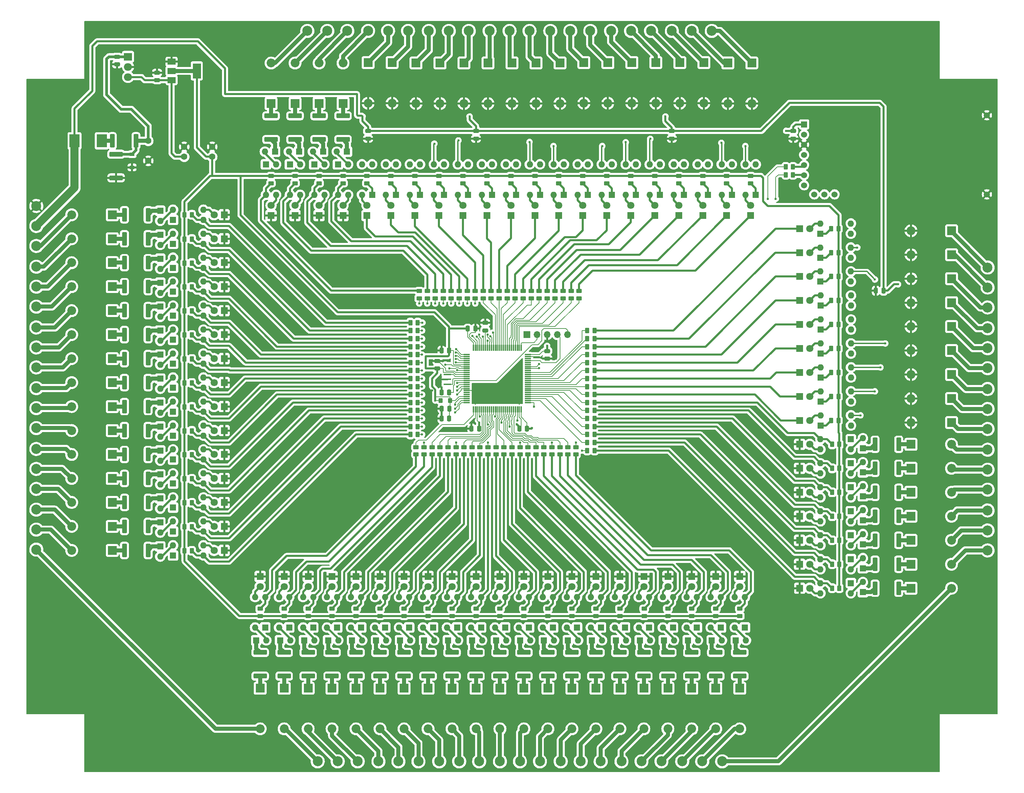
<source format=gbr>
%TF.GenerationSoftware,KiCad,Pcbnew,(6.0.9)*%
%TF.CreationDate,2023-01-18T11:33:35+02:00*%
%TF.ProjectId,SilosProject02,53696c6f-7350-4726-9f6a-65637430322e,rev?*%
%TF.SameCoordinates,Original*%
%TF.FileFunction,Copper,L1,Top*%
%TF.FilePolarity,Positive*%
%FSLAX46Y46*%
G04 Gerber Fmt 4.6, Leading zero omitted, Abs format (unit mm)*
G04 Created by KiCad (PCBNEW (6.0.9)) date 2023-01-18 11:33:35*
%MOMM*%
%LPD*%
G01*
G04 APERTURE LIST*
G04 Aperture macros list*
%AMRoundRect*
0 Rectangle with rounded corners*
0 $1 Rounding radius*
0 $2 $3 $4 $5 $6 $7 $8 $9 X,Y pos of 4 corners*
0 Add a 4 corners polygon primitive as box body*
4,1,4,$2,$3,$4,$5,$6,$7,$8,$9,$2,$3,0*
0 Add four circle primitives for the rounded corners*
1,1,$1+$1,$2,$3*
1,1,$1+$1,$4,$5*
1,1,$1+$1,$6,$7*
1,1,$1+$1,$8,$9*
0 Add four rect primitives between the rounded corners*
20,1,$1+$1,$2,$3,$4,$5,0*
20,1,$1+$1,$4,$5,$6,$7,0*
20,1,$1+$1,$6,$7,$8,$9,0*
20,1,$1+$1,$8,$9,$2,$3,0*%
G04 Aperture macros list end*
%TA.AperFunction,SMDPad,CuDef*%
%ADD10RoundRect,0.250000X-1.425000X0.362500X-1.425000X-0.362500X1.425000X-0.362500X1.425000X0.362500X0*%
%TD*%
%TA.AperFunction,SMDPad,CuDef*%
%ADD11R,2.500000X3.300000*%
%TD*%
%TA.AperFunction,SMDPad,CuDef*%
%ADD12RoundRect,0.250000X0.450000X-0.262500X0.450000X0.262500X-0.450000X0.262500X-0.450000X-0.262500X0*%
%TD*%
%TA.AperFunction,SMDPad,CuDef*%
%ADD13RoundRect,0.250000X1.425000X-0.362500X1.425000X0.362500X-1.425000X0.362500X-1.425000X-0.362500X0*%
%TD*%
%TA.AperFunction,SMDPad,CuDef*%
%ADD14RoundRect,0.250000X-0.450000X0.262500X-0.450000X-0.262500X0.450000X-0.262500X0.450000X0.262500X0*%
%TD*%
%TA.AperFunction,SMDPad,CuDef*%
%ADD15RoundRect,0.250000X-0.475000X0.250000X-0.475000X-0.250000X0.475000X-0.250000X0.475000X0.250000X0*%
%TD*%
%TA.AperFunction,SMDPad,CuDef*%
%ADD16RoundRect,0.250000X-0.262500X-0.450000X0.262500X-0.450000X0.262500X0.450000X-0.262500X0.450000X0*%
%TD*%
%TA.AperFunction,SMDPad,CuDef*%
%ADD17RoundRect,0.250000X0.262500X0.450000X-0.262500X0.450000X-0.262500X-0.450000X0.262500X-0.450000X0*%
%TD*%
%TA.AperFunction,SMDPad,CuDef*%
%ADD18RoundRect,0.250000X-0.362500X-1.425000X0.362500X-1.425000X0.362500X1.425000X-0.362500X1.425000X0*%
%TD*%
%TA.AperFunction,SMDPad,CuDef*%
%ADD19R,1.200000X0.900000*%
%TD*%
%TA.AperFunction,SMDPad,CuDef*%
%ADD20RoundRect,0.250000X0.362500X1.425000X-0.362500X1.425000X-0.362500X-1.425000X0.362500X-1.425000X0*%
%TD*%
%TA.AperFunction,SMDPad,CuDef*%
%ADD21RoundRect,0.250000X0.250000X0.475000X-0.250000X0.475000X-0.250000X-0.475000X0.250000X-0.475000X0*%
%TD*%
%TA.AperFunction,SMDPad,CuDef*%
%ADD22R,1.900000X0.400000*%
%TD*%
%TA.AperFunction,SMDPad,CuDef*%
%ADD23RoundRect,0.075000X-0.725000X-0.075000X0.725000X-0.075000X0.725000X0.075000X-0.725000X0.075000X0*%
%TD*%
%TA.AperFunction,SMDPad,CuDef*%
%ADD24RoundRect,0.075000X-0.075000X-0.725000X0.075000X-0.725000X0.075000X0.725000X-0.075000X0.725000X0*%
%TD*%
%TA.AperFunction,SMDPad,CuDef*%
%ADD25R,2.000000X1.500000*%
%TD*%
%TA.AperFunction,SMDPad,CuDef*%
%ADD26R,2.000000X3.800000*%
%TD*%
%TA.AperFunction,SMDPad,CuDef*%
%ADD27RoundRect,0.250000X0.475000X-0.250000X0.475000X0.250000X-0.475000X0.250000X-0.475000X-0.250000X0*%
%TD*%
%TA.AperFunction,SMDPad,CuDef*%
%ADD28RoundRect,0.250000X-0.250000X-0.475000X0.250000X-0.475000X0.250000X0.475000X-0.250000X0.475000X0*%
%TD*%
%TA.AperFunction,SMDPad,CuDef*%
%ADD29RoundRect,0.250000X-0.275000X-0.350000X0.275000X-0.350000X0.275000X0.350000X-0.275000X0.350000X0*%
%TD*%
%TA.AperFunction,ComponentPad*%
%ADD30C,2.500000*%
%TD*%
%TA.AperFunction,ComponentPad*%
%ADD31R,1.600000X1.600000*%
%TD*%
%TA.AperFunction,ComponentPad*%
%ADD32O,1.600000X1.600000*%
%TD*%
%TA.AperFunction,ComponentPad*%
%ADD33R,2.200000X2.200000*%
%TD*%
%TA.AperFunction,ComponentPad*%
%ADD34O,2.200000X2.200000*%
%TD*%
%TA.AperFunction,ComponentPad*%
%ADD35R,1.800000X1.800000*%
%TD*%
%TA.AperFunction,ComponentPad*%
%ADD36C,1.800000*%
%TD*%
%TA.AperFunction,ComponentPad*%
%ADD37R,1.700000X1.700000*%
%TD*%
%TA.AperFunction,ComponentPad*%
%ADD38O,1.700000X1.700000*%
%TD*%
%TA.AperFunction,ComponentPad*%
%ADD39R,1.524000X1.524000*%
%TD*%
%TA.AperFunction,ComponentPad*%
%ADD40C,1.524000*%
%TD*%
%TA.AperFunction,ComponentPad*%
%ADD41C,1.600000*%
%TD*%
%TA.AperFunction,ComponentPad*%
%ADD42R,2.000000X1.905000*%
%TD*%
%TA.AperFunction,ComponentPad*%
%ADD43O,2.000000X1.905000*%
%TD*%
%TA.AperFunction,ViaPad*%
%ADD44C,0.600000*%
%TD*%
%TA.AperFunction,Conductor*%
%ADD45C,0.500000*%
%TD*%
%TA.AperFunction,Conductor*%
%ADD46C,0.200000*%
%TD*%
%TA.AperFunction,Conductor*%
%ADD47C,2.000000*%
%TD*%
%TA.AperFunction,Conductor*%
%ADD48C,1.000000*%
%TD*%
%TA.AperFunction,Conductor*%
%ADD49C,0.700000*%
%TD*%
%TA.AperFunction,Conductor*%
%ADD50C,0.300000*%
%TD*%
G04 APERTURE END LIST*
D10*
%TO.P,R112,1*%
%TO.N,Net-(D94-Pad1)*%
X-387000000Y-569537500D03*
%TO.P,R112,2*%
%TO.N,Net-(D88-Pad1)*%
X-387000000Y-575462500D03*
%TD*%
D11*
%TO.P,D25,1,K*%
%TO.N,Net-(D25-Pad1)*%
X-480637500Y-441500000D03*
%TO.P,D25,2,A*%
%TO.N,+24V*%
X-487437500Y-441500000D03*
%TD*%
D12*
%TO.P,R117,1*%
%TO.N,+3.3V*%
X-405000000Y-560412500D03*
%TO.P,R117,2*%
%TO.N,Net-(R117-Pad2)*%
X-405000000Y-558587500D03*
%TD*%
%TO.P,R268,1*%
%TO.N,PB4*%
X-387200000Y-480912500D03*
%TO.P,R268,2*%
%TO.N,Net-(D183-Pad1)*%
X-387200000Y-479087500D03*
%TD*%
D13*
%TO.P,R222,1*%
%TO.N,Net-(D159-Pad1)*%
X-432275000Y-441162500D03*
%TO.P,R222,2*%
%TO.N,Net-(D155-Pad1)*%
X-432275000Y-435237500D03*
%TD*%
D14*
%TO.P,R107,1*%
%TO.N,PC4*%
X-392000000Y-518175000D03*
%TO.P,R107,2*%
%TO.N,Net-(R102-Pad2)*%
X-392000000Y-520000000D03*
%TD*%
%TO.P,R119,1*%
%TO.N,PA4*%
X-400000000Y-518175000D03*
%TO.P,R119,2*%
%TO.N,Net-(R116-Pad2)*%
X-400000000Y-520000000D03*
%TD*%
D15*
%TO.P,C13,1*%
%TO.N,+24V*%
X-387000000Y-439050000D03*
%TO.P,C13,2*%
%TO.N,GND*%
X-387000000Y-440950000D03*
%TD*%
D12*
%TO.P,R88,1*%
%TO.N,+3.3V*%
X-393000000Y-560412500D03*
%TO.P,R88,2*%
%TO.N,Net-(R88-Pad2)*%
X-393000000Y-558587500D03*
%TD*%
D16*
%TO.P,R175,1*%
%TO.N,PB13*%
X-359162500Y-517000000D03*
%TO.P,R175,2*%
%TO.N,Net-(R168-Pad2)*%
X-357337500Y-517000000D03*
%TD*%
D17*
%TO.P,R201,1*%
%TO.N,+3.3V*%
X-296087500Y-535462500D03*
%TO.P,R201,2*%
%TO.N,Net-(R201-Pad2)*%
X-297912500Y-535462500D03*
%TD*%
D14*
%TO.P,R132,1*%
%TO.N,PA5*%
X-398000000Y-518175000D03*
%TO.P,R132,2*%
%TO.N,Net-(R131-Pad2)*%
X-398000000Y-520000000D03*
%TD*%
D17*
%TO.P,R215,1*%
%TO.N,+3.3V*%
X-296087500Y-529462500D03*
%TO.P,R215,2*%
%TO.N,Net-(R215-Pad2)*%
X-297912500Y-529462500D03*
%TD*%
D13*
%TO.P,R236,1*%
%TO.N,Net-(D167-Pad1)*%
X-438275000Y-441162500D03*
%TO.P,R236,2*%
%TO.N,Net-(D163-Pad1)*%
X-438275000Y-435237500D03*
%TD*%
D12*
%TO.P,R284,1*%
%TO.N,PB6*%
X-391200000Y-480912500D03*
%TO.P,R284,2*%
%TO.N,Net-(D191-Pad1)*%
X-391200000Y-479087500D03*
%TD*%
%TO.P,R182,1*%
%TO.N,+3.3V*%
X-327000000Y-560412500D03*
%TO.P,R182,2*%
%TO.N,Net-(R182-Pad2)*%
X-327000000Y-558587500D03*
%TD*%
D14*
%TO.P,R184,1*%
%TO.N,PE11*%
X-374000000Y-518175000D03*
%TO.P,R184,2*%
%TO.N,Net-(R181-Pad2)*%
X-374000000Y-520000000D03*
%TD*%
D12*
%TO.P,R234,1*%
%TO.N,PE1*%
X-401200000Y-480912500D03*
%TO.P,R234,2*%
%TO.N,Net-(R230-Pad2)*%
X-401200000Y-479087500D03*
%TD*%
D17*
%TO.P,R226,1*%
%TO.N,+3.3V*%
X-296287500Y-469462500D03*
%TO.P,R226,2*%
%TO.N,Net-(R226-Pad2)*%
X-298112500Y-469462500D03*
%TD*%
D13*
%TO.P,R208,1*%
%TO.N,Net-(D151-Pad1)*%
X-426275000Y-441162500D03*
%TO.P,R208,2*%
%TO.N,Net-(D147-Pad1)*%
X-426275000Y-435237500D03*
%TD*%
D10*
%TO.P,R109,1*%
%TO.N,Net-(D92-Pad1)*%
X-411000000Y-569537500D03*
%TO.P,R109,2*%
%TO.N,Net-(D87-Pad1)*%
X-411000000Y-575462500D03*
%TD*%
D14*
%TO.P,R251,1*%
%TO.N,+3.3V*%
X-318275000Y-450287500D03*
%TO.P,R251,2*%
%TO.N,Net-(R251-Pad2)*%
X-318275000Y-452112500D03*
%TD*%
D17*
%TO.P,R67,1*%
%TO.N,PE6*%
X-401587500Y-495000000D03*
%TO.P,R67,2*%
%TO.N,Net-(R66-Pad2)*%
X-403412500Y-495000000D03*
%TD*%
D12*
%TO.P,R73,1*%
%TO.N,+3.3V*%
X-399000000Y-560412500D03*
%TO.P,R73,2*%
%TO.N,Net-(R73-Pad2)*%
X-399000000Y-558587500D03*
%TD*%
D10*
%TO.P,R106,1*%
%TO.N,Net-(D90-Pad1)*%
X-441000000Y-569537500D03*
%TO.P,R106,2*%
%TO.N,Net-(D86-Pad1)*%
X-441000000Y-575462500D03*
%TD*%
D16*
%TO.P,R38,1*%
%TO.N,+3.3V*%
X-459912500Y-526087500D03*
%TO.P,R38,2*%
%TO.N,Net-(R38-Pad2)*%
X-458087500Y-526087500D03*
%TD*%
D18*
%TO.P,R219,1*%
%TO.N,Net-(D157-Pad1)*%
X-287162500Y-529462500D03*
%TO.P,R219,2*%
%TO.N,Net-(D154-Pad1)*%
X-281237500Y-529462500D03*
%TD*%
D14*
%TO.P,R261,1*%
%TO.N,+3.3V*%
X-324275000Y-450287500D03*
%TO.P,R261,2*%
%TO.N,Net-(R261-Pad2)*%
X-324275000Y-452112500D03*
%TD*%
D17*
%TO.P,R153,1*%
%TO.N,+3.3V*%
X-296087500Y-553462500D03*
%TO.P,R153,2*%
%TO.N,Net-(R153-Pad2)*%
X-297912500Y-553462500D03*
%TD*%
D13*
%TO.P,R258,1*%
%TO.N,Net-(D179-Pad1)*%
X-420275000Y-441162500D03*
%TO.P,R258,2*%
%TO.N,Net-(D176-Pad1)*%
X-420275000Y-435237500D03*
%TD*%
D14*
%TO.P,R262,1*%
%TO.N,+3.3V*%
X-348275000Y-450287500D03*
%TO.P,R262,2*%
%TO.N,Net-(R262-Pad2)*%
X-348275000Y-452112500D03*
%TD*%
D18*
%TO.P,R192,1*%
%TO.N,Net-(D142-Pad1)*%
X-287162500Y-541462500D03*
%TO.P,R192,2*%
%TO.N,Net-(D136-Pad1)*%
X-281237500Y-541462500D03*
%TD*%
D10*
%TO.P,R189,1*%
%TO.N,Net-(D140-Pad1)*%
X-327000000Y-569537500D03*
%TO.P,R189,2*%
%TO.N,Net-(D135-Pad1)*%
X-327000000Y-575462500D03*
%TD*%
D15*
%TO.P,C14,1*%
%TO.N,+24V*%
X-414000000Y-439050000D03*
%TO.P,C14,2*%
%TO.N,GND*%
X-414000000Y-440950000D03*
%TD*%
D10*
%TO.P,R141,1*%
%TO.N,Net-(D111-Pad1)*%
X-375000000Y-569537500D03*
%TO.P,R141,2*%
%TO.N,Net-(D107-Pad1)*%
X-375000000Y-575462500D03*
%TD*%
D16*
%TO.P,R86,1*%
%TO.N,+3.3V*%
X-459912500Y-544087500D03*
%TO.P,R86,2*%
%TO.N,Net-(R86-Pad2)*%
X-458087500Y-544087500D03*
%TD*%
D19*
%TO.P,D26,1,K*%
%TO.N,Net-(C16-Pad1)*%
X-473037500Y-444850000D03*
%TO.P,D26,2,A*%
%TO.N,GND*%
X-473037500Y-448150000D03*
%TD*%
D16*
%TO.P,R259,1*%
%TO.N,PD12*%
X-359162500Y-503000000D03*
%TO.P,R259,2*%
%TO.N,Net-(D177-Pad1)*%
X-357337500Y-503000000D03*
%TD*%
D20*
%TO.P,R29,1*%
%TO.N,Net-(D44-Pad1)*%
X-469037500Y-496000000D03*
%TO.P,R29,2*%
%TO.N,Net-(D39-Pad1)*%
X-474962500Y-496000000D03*
%TD*%
D18*
%TO.P,R177,1*%
%TO.N,Net-(D133-Pad1)*%
X-287162500Y-547462500D03*
%TO.P,R177,2*%
%TO.N,Net-(D127-Pad1)*%
X-281237500Y-547462500D03*
%TD*%
D12*
%TO.P,R265,1*%
%TO.N,PC10*%
X-363200000Y-480912500D03*
%TO.P,R265,2*%
%TO.N,Net-(D180-Pad1)*%
X-363200000Y-479087500D03*
%TD*%
%TO.P,R116,1*%
%TO.N,+3.3V*%
X-435000000Y-560412500D03*
%TO.P,R116,2*%
%TO.N,Net-(R116-Pad2)*%
X-435000000Y-558587500D03*
%TD*%
D14*
%TO.P,R104,1*%
%TO.N,PA3*%
X-402000000Y-518175000D03*
%TO.P,R104,2*%
%TO.N,Net-(R101-Pad2)*%
X-402000000Y-520000000D03*
%TD*%
D10*
%TO.P,R156,1*%
%TO.N,Net-(D120-Pad1)*%
X-369000000Y-569537500D03*
%TO.P,R156,2*%
%TO.N,Net-(D116-Pad1)*%
X-369000000Y-575462500D03*
%TD*%
D17*
%TO.P,R45,1*%
%TO.N,PC3*%
X-401587500Y-509000000D03*
%TO.P,R45,2*%
%TO.N,Net-(R38-Pad2)*%
X-403412500Y-509000000D03*
%TD*%
D16*
%TO.P,R227,1*%
%TO.N,PD14*%
X-359162500Y-499000000D03*
%TO.P,R227,2*%
%TO.N,Net-(D160-Pad1)*%
X-357337500Y-499000000D03*
%TD*%
D17*
%TO.P,R60,1*%
%TO.N,PA0*%
X-401587500Y-511000000D03*
%TO.P,R60,2*%
%TO.N,Net-(R53-Pad2)*%
X-403412500Y-511000000D03*
%TD*%
D12*
%TO.P,R289,1*%
%TO.N,PD0*%
X-369200000Y-480912500D03*
%TO.P,R289,2*%
%TO.N,Net-(D192-Pad1)*%
X-369200000Y-479087500D03*
%TD*%
D21*
%TO.P,C5,1*%
%TO.N,+3.3V*%
X-386225000Y-513500000D03*
%TO.P,C5,2*%
%TO.N,GND*%
X-388125000Y-513500000D03*
%TD*%
D22*
%TO.P,Y1,1,1*%
%TO.N,Net-(U3-Pad12)*%
X-394175000Y-500000000D03*
%TO.P,Y1,2,2*%
%TO.N,GND*%
X-394175000Y-501200000D03*
%TO.P,Y1,3,3*%
%TO.N,Net-(U3-Pad13)*%
X-394175000Y-502400000D03*
%TD*%
D18*
%TO.P,R233,1*%
%TO.N,Net-(D165-Pad1)*%
X-287162500Y-523462500D03*
%TO.P,R233,2*%
%TO.N,Net-(D162-Pad1)*%
X-281237500Y-523462500D03*
%TD*%
%TO.P,R162,1*%
%TO.N,Net-(D124-Pad1)*%
X-287162500Y-553462500D03*
%TO.P,R162,2*%
%TO.N,Net-(D118-Pad1)*%
X-281237500Y-553462500D03*
%TD*%
D16*
%TO.P,R228,1*%
%TO.N,PC8*%
X-359162500Y-491000000D03*
%TO.P,R228,2*%
%TO.N,Net-(D161-Pad1)*%
X-357337500Y-491000000D03*
%TD*%
D10*
%TO.P,R199,1*%
%TO.N,Net-(D145-Pad1)*%
X-351000000Y-569537500D03*
%TO.P,R199,2*%
%TO.N,Net-(D143-Pad1)*%
X-351000000Y-575462500D03*
%TD*%
D18*
%TO.P,R205,1*%
%TO.N,Net-(D149-Pad1)*%
X-287162500Y-535462500D03*
%TO.P,R205,2*%
%TO.N,Net-(D146-Pad1)*%
X-281237500Y-535462500D03*
%TD*%
D10*
%TO.P,R134,1*%
%TO.N,Net-(D106-Pad1)*%
X-429000000Y-569537500D03*
%TO.P,R134,2*%
%TO.N,Net-(D104-Pad1)*%
X-429000000Y-575462500D03*
%TD*%
D12*
%TO.P,R273,1*%
%TO.N,PC11*%
X-365200000Y-480912500D03*
%TO.P,R273,2*%
%TO.N,Net-(D184-Pad1)*%
X-365200000Y-479087500D03*
%TD*%
%TO.P,R281,1*%
%TO.N,PC12*%
X-367200000Y-480912500D03*
%TO.P,R281,2*%
%TO.N,Net-(D188-Pad1)*%
X-367200000Y-479087500D03*
%TD*%
%TO.P,R292,1*%
%TO.N,PB7*%
X-393200000Y-480912500D03*
%TO.P,R292,2*%
%TO.N,Net-(D195-Pad1)*%
X-393200000Y-479087500D03*
%TD*%
D10*
%TO.P,R124,1*%
%TO.N,Net-(D101-Pad1)*%
X-405000000Y-569537500D03*
%TO.P,R124,2*%
%TO.N,Net-(D96-Pad1)*%
X-405000000Y-575462500D03*
%TD*%
D12*
%TO.P,R101,1*%
%TO.N,+3.3V*%
X-441000000Y-560412500D03*
%TO.P,R101,2*%
%TO.N,Net-(R101-Pad2)*%
X-441000000Y-558587500D03*
%TD*%
D10*
%TO.P,R159,1*%
%TO.N,Net-(D122-Pad1)*%
X-339000000Y-569537500D03*
%TO.P,R159,2*%
%TO.N,Net-(D117-Pad1)*%
X-339000000Y-575462500D03*
%TD*%
D23*
%TO.P,U3,1,PE2*%
%TO.N,PE2*%
X-389350000Y-495000000D03*
%TO.P,U3,2,PE3*%
%TO.N,PE3*%
X-389350000Y-495500000D03*
%TO.P,U3,3,PE4*%
%TO.N,PE4*%
X-389350000Y-496000000D03*
%TO.P,U3,4,PE5*%
%TO.N,PE5*%
X-389350000Y-496500000D03*
%TO.P,U3,5,PE6*%
%TO.N,PE6*%
X-389350000Y-497000000D03*
%TO.P,U3,6,VBAT*%
%TO.N,+3.3V*%
X-389350000Y-497500000D03*
%TO.P,U3,7,PC13*%
%TO.N,PC13*%
X-389350000Y-498000000D03*
%TO.P,U3,8,PC14*%
%TO.N,PC14*%
X-389350000Y-498500000D03*
%TO.P,U3,9,PC15*%
%TO.N,PC15*%
X-389350000Y-499000000D03*
%TO.P,U3,10,VSS*%
%TO.N,GND*%
X-389350000Y-499500000D03*
%TO.P,U3,11,VDD*%
%TO.N,+3.3V*%
X-389350000Y-500000000D03*
%TO.P,U3,12,RCC_OSC_IN*%
%TO.N,Net-(U3-Pad12)*%
X-389350000Y-500500000D03*
%TO.P,U3,13,RCC_OSC_OUT*%
%TO.N,Net-(U3-Pad13)*%
X-389350000Y-501000000D03*
%TO.P,U3,14,NRST*%
%TO.N,NRST*%
X-389350000Y-501500000D03*
%TO.P,U3,15,PC0*%
%TO.N,PC0*%
X-389350000Y-502000000D03*
%TO.P,U3,16,PC1*%
%TO.N,PC1*%
X-389350000Y-502500000D03*
%TO.P,U3,17,PC2*%
%TO.N,PC2*%
X-389350000Y-503000000D03*
%TO.P,U3,18,PC3*%
%TO.N,PC3*%
X-389350000Y-503500000D03*
%TO.P,U3,19,VSSA*%
%TO.N,GND*%
X-389350000Y-504000000D03*
%TO.P,U3,20,VREF-*%
%TO.N,unconnected-(U3-Pad20)*%
X-389350000Y-504500000D03*
%TO.P,U3,21,VREF+*%
%TO.N,unconnected-(U3-Pad21)*%
X-389350000Y-505000000D03*
%TO.P,U3,22,VDDA*%
%TO.N,+3.3V*%
X-389350000Y-505500000D03*
%TO.P,U3,23,PA0*%
%TO.N,PA0*%
X-389350000Y-506000000D03*
%TO.P,U3,24,PA1*%
%TO.N,PA1*%
X-389350000Y-506500000D03*
%TO.P,U3,25,PA2*%
%TO.N,PA2*%
X-389350000Y-507000000D03*
D24*
%TO.P,U3,26,PA3*%
%TO.N,PA3*%
X-387675000Y-508675000D03*
%TO.P,U3,27,VSS*%
%TO.N,GND*%
X-387175000Y-508675000D03*
%TO.P,U3,28,VDD*%
%TO.N,+3.3V*%
X-386675000Y-508675000D03*
%TO.P,U3,29,PA4*%
%TO.N,PA4*%
X-386175000Y-508675000D03*
%TO.P,U3,30,PA5*%
%TO.N,PA5*%
X-385675000Y-508675000D03*
%TO.P,U3,31,PA6*%
%TO.N,PA6*%
X-385175000Y-508675000D03*
%TO.P,U3,32,PA7*%
%TO.N,PA7*%
X-384675000Y-508675000D03*
%TO.P,U3,33,PC4*%
%TO.N,PC4*%
X-384175000Y-508675000D03*
%TO.P,U3,34,PC5*%
%TO.N,PC5*%
X-383675000Y-508675000D03*
%TO.P,U3,35,PB0*%
%TO.N,PB0*%
X-383175000Y-508675000D03*
%TO.P,U3,36,PB1*%
%TO.N,PB1*%
X-382675000Y-508675000D03*
%TO.P,U3,37,PB2*%
%TO.N,PB2*%
X-382175000Y-508675000D03*
%TO.P,U3,38,PE7*%
%TO.N,PE7*%
X-381675000Y-508675000D03*
%TO.P,U3,39,PE8*%
%TO.N,PE8*%
X-381175000Y-508675000D03*
%TO.P,U3,40,PE9*%
%TO.N,PE9*%
X-380675000Y-508675000D03*
%TO.P,U3,41,PE10*%
%TO.N,PE10*%
X-380175000Y-508675000D03*
%TO.P,U3,42,PE11*%
%TO.N,PE11*%
X-379675000Y-508675000D03*
%TO.P,U3,43,PE12*%
%TO.N,PE12*%
X-379175000Y-508675000D03*
%TO.P,U3,44,PE13*%
%TO.N,PE13*%
X-378675000Y-508675000D03*
%TO.P,U3,45,PE14*%
%TO.N,PE14*%
X-378175000Y-508675000D03*
%TO.P,U3,46,PE15*%
%TO.N,PE15*%
X-377675000Y-508675000D03*
%TO.P,U3,47,PB10*%
%TO.N,PB10*%
X-377175000Y-508675000D03*
%TO.P,U3,48,PB11*%
%TO.N,PB11*%
X-376675000Y-508675000D03*
%TO.P,U3,49,VSS*%
%TO.N,GND*%
X-376175000Y-508675000D03*
%TO.P,U3,50,VDD*%
%TO.N,+3.3V*%
X-375675000Y-508675000D03*
D23*
%TO.P,U3,51,PB12*%
%TO.N,PB12*%
X-374000000Y-507000000D03*
%TO.P,U3,52,PB13*%
%TO.N,PB13*%
X-374000000Y-506500000D03*
%TO.P,U3,53,PB14*%
%TO.N,PB14*%
X-374000000Y-506000000D03*
%TO.P,U3,54,PB15*%
%TO.N,PB15*%
X-374000000Y-505500000D03*
%TO.P,U3,55,PD8*%
%TO.N,PD8*%
X-374000000Y-505000000D03*
%TO.P,U3,56,PD9*%
%TO.N,PD9*%
X-374000000Y-504500000D03*
%TO.P,U3,57,PD10*%
%TO.N,PD10*%
X-374000000Y-504000000D03*
%TO.P,U3,58,PD11*%
%TO.N,PD11*%
X-374000000Y-503500000D03*
%TO.P,U3,59,PD12*%
%TO.N,PD12*%
X-374000000Y-503000000D03*
%TO.P,U3,60,PD13*%
%TO.N,PD13*%
X-374000000Y-502500000D03*
%TO.P,U3,61,PD14*%
%TO.N,PD14*%
X-374000000Y-502000000D03*
%TO.P,U3,62,PD15*%
%TO.N,PD15*%
X-374000000Y-501500000D03*
%TO.P,U3,63,PC6*%
%TO.N,PC6*%
X-374000000Y-501000000D03*
%TO.P,U3,64,PC7*%
%TO.N,PC7*%
X-374000000Y-500500000D03*
%TO.P,U3,65,PC8*%
%TO.N,PC8*%
X-374000000Y-500000000D03*
%TO.P,U3,66,PC9*%
%TO.N,PC9*%
X-374000000Y-499500000D03*
%TO.P,U3,67,PA8*%
%TO.N,unconnected-(U3-Pad67)*%
X-374000000Y-499000000D03*
%TO.P,U3,68,PA9*%
%TO.N,Net-(R2-Pad1)*%
X-374000000Y-498500000D03*
%TO.P,U3,69,PA10*%
%TO.N,Net-(R3-Pad1)*%
X-374000000Y-498000000D03*
%TO.P,U3,70,PA11*%
%TO.N,unconnected-(U3-Pad70)*%
X-374000000Y-497500000D03*
%TO.P,U3,71,PA12*%
%TO.N,unconnected-(U3-Pad71)*%
X-374000000Y-497000000D03*
%TO.P,U3,72,PA13*%
%TO.N,SWDIO*%
X-374000000Y-496500000D03*
%TO.P,U3,73,NC*%
%TO.N,unconnected-(U3-Pad73)*%
X-374000000Y-496000000D03*
%TO.P,U3,74,VSS*%
%TO.N,GND*%
X-374000000Y-495500000D03*
%TO.P,U3,75,VDD*%
%TO.N,+3.3V*%
X-374000000Y-495000000D03*
D24*
%TO.P,U3,76,PA14*%
%TO.N,SWCLK*%
X-375675000Y-493325000D03*
%TO.P,U3,77,PA15*%
%TO.N,PA15*%
X-376175000Y-493325000D03*
%TO.P,U3,78,PC10*%
%TO.N,PC10*%
X-376675000Y-493325000D03*
%TO.P,U3,79,PC11*%
%TO.N,PC11*%
X-377175000Y-493325000D03*
%TO.P,U3,80,PC12*%
%TO.N,PC12*%
X-377675000Y-493325000D03*
%TO.P,U3,81,PD0*%
%TO.N,PD0*%
X-378175000Y-493325000D03*
%TO.P,U3,82,PD1*%
%TO.N,PD1*%
X-378675000Y-493325000D03*
%TO.P,U3,83,PD2*%
%TO.N,PD2*%
X-379175000Y-493325000D03*
%TO.P,U3,84,PD3*%
%TO.N,PD3*%
X-379675000Y-493325000D03*
%TO.P,U3,85,PD4*%
%TO.N,PD4*%
X-380175000Y-493325000D03*
%TO.P,U3,86,PD5*%
%TO.N,PD5*%
X-380675000Y-493325000D03*
%TO.P,U3,87,PD6*%
%TO.N,PD6*%
X-381175000Y-493325000D03*
%TO.P,U3,88,PD7*%
%TO.N,PD7*%
X-381675000Y-493325000D03*
%TO.P,U3,89,PB3*%
%TO.N,PB3*%
X-382175000Y-493325000D03*
%TO.P,U3,90,PB4*%
%TO.N,PB4*%
X-382675000Y-493325000D03*
%TO.P,U3,91,PB5*%
%TO.N,PB5*%
X-383175000Y-493325000D03*
%TO.P,U3,92,PB6*%
%TO.N,PB6*%
X-383675000Y-493325000D03*
%TO.P,U3,93,PB7*%
%TO.N,PB7*%
X-384175000Y-493325000D03*
%TO.P,U3,94,BOOT0*%
%TO.N,Net-(R1-Pad2)*%
X-384675000Y-493325000D03*
%TO.P,U3,95,PB8*%
%TO.N,PB8*%
X-385175000Y-493325000D03*
%TO.P,U3,96,PB9*%
%TO.N,PB9*%
X-385675000Y-493325000D03*
%TO.P,U3,97,PE0*%
%TO.N,PE0*%
X-386175000Y-493325000D03*
%TO.P,U3,98,PE1*%
%TO.N,PE1*%
X-386675000Y-493325000D03*
%TO.P,U3,99,VSS*%
%TO.N,GND*%
X-387175000Y-493325000D03*
%TO.P,U3,100,VDD*%
%TO.N,+3.3V*%
X-387675000Y-493325000D03*
%TD*%
D10*
%TO.P,R97,1*%
%TO.N,Net-(D85-Pad1)*%
X-393000000Y-569537500D03*
%TO.P,R97,2*%
%TO.N,Net-(D79-Pad1)*%
X-393000000Y-575462500D03*
%TD*%
D14*
%TO.P,R197,1*%
%TO.N,PE12*%
X-372000000Y-518175000D03*
%TO.P,R197,2*%
%TO.N,Net-(R196-Pad2)*%
X-372000000Y-520000000D03*
%TD*%
%TO.P,R287,1*%
%TO.N,+3.3V*%
X-390275000Y-450287500D03*
%TO.P,R287,2*%
%TO.N,Net-(R287-Pad2)*%
X-390275000Y-452112500D03*
%TD*%
D20*
%TO.P,R26,1*%
%TO.N,Net-(D42-Pad1)*%
X-469037500Y-466000000D03*
%TO.P,R26,2*%
%TO.N,Net-(D38-Pad1)*%
X-474962500Y-466000000D03*
%TD*%
D14*
%TO.P,R157,1*%
%TO.N,PE14*%
X-368000000Y-518175000D03*
%TO.P,R157,2*%
%TO.N,Net-(R152-Pad2)*%
X-368000000Y-520000000D03*
%TD*%
D16*
%TO.P,R242,1*%
%TO.N,PC9*%
X-359162500Y-489000000D03*
%TO.P,R242,2*%
%TO.N,Net-(D169-Pad1)*%
X-357337500Y-489000000D03*
%TD*%
D20*
%TO.P,R17,1*%
%TO.N,Net-(D37-Pad1)*%
X-469037500Y-514000000D03*
%TO.P,R17,2*%
%TO.N,Net-(D31-Pad1)*%
X-474962500Y-514000000D03*
%TD*%
D14*
%TO.P,R264,1*%
%TO.N,+3.3V*%
X-396275000Y-450287500D03*
%TO.P,R264,2*%
%TO.N,Net-(R264-Pad2)*%
X-396275000Y-452112500D03*
%TD*%
D10*
%TO.P,R79,1*%
%TO.N,Net-(D74-Pad1)*%
X-423000000Y-569537500D03*
%TO.P,R79,2*%
%TO.N,Net-(D69-Pad1)*%
X-423000000Y-575462500D03*
%TD*%
D16*
%TO.P,R36,1*%
%TO.N,+3.3V*%
X-459912500Y-472087500D03*
%TO.P,R36,2*%
%TO.N,Net-(R36-Pad2)*%
X-458087500Y-472087500D03*
%TD*%
D17*
%TO.P,R15,1*%
%TO.N,PC1*%
X-401587500Y-505000000D03*
%TO.P,R15,2*%
%TO.N,Net-(R15-Pad2)*%
X-403412500Y-505000000D03*
%TD*%
D20*
%TO.P,R91,1*%
%TO.N,Net-(D81-Pad1)*%
X-469037500Y-544000000D03*
%TO.P,R91,2*%
%TO.N,Net-(D77-Pad1)*%
X-474962500Y-544000000D03*
%TD*%
D15*
%TO.P,C12,1*%
%TO.N,+5V*%
X-307600000Y-439050000D03*
%TO.P,C12,2*%
%TO.N,GND*%
X-307600000Y-440950000D03*
%TD*%
D10*
%TO.P,R171,1*%
%TO.N,Net-(D129-Pad1)*%
X-363000000Y-569537500D03*
%TO.P,R171,2*%
%TO.N,Net-(D125-Pad1)*%
X-363000000Y-575462500D03*
%TD*%
D16*
%TO.P,R3,1*%
%TO.N,Net-(R3-Pad1)*%
X-309512500Y-448000000D03*
%TO.P,R3,2*%
%TO.N,TX*%
X-307687500Y-448000000D03*
%TD*%
D17*
%TO.P,R240,1*%
%TO.N,+3.3V*%
X-296287500Y-463462500D03*
%TO.P,R240,2*%
%TO.N,Net-(R240-Pad2)*%
X-298112500Y-463462500D03*
%TD*%
D25*
%TO.P,U7,1,GND*%
%TO.N,GND*%
X-463150000Y-421700000D03*
D26*
%TO.P,U7,2,VO*%
%TO.N,+3.3V*%
X-456850000Y-424000000D03*
D25*
X-463150000Y-424000000D03*
%TO.P,U7,3,VI*%
%TO.N,+5V*%
X-463150000Y-426300000D03*
%TD*%
D14*
%TO.P,R110,1*%
%TO.N,PB2*%
X-384000000Y-518175000D03*
%TO.P,R110,2*%
%TO.N,Net-(R103-Pad2)*%
X-384000000Y-520000000D03*
%TD*%
%TO.P,R279,1*%
%TO.N,+3.3V*%
X-384275000Y-450287500D03*
%TO.P,R279,2*%
%TO.N,Net-(R279-Pad2)*%
X-384275000Y-452112500D03*
%TD*%
D16*
%TO.P,R190,1*%
%TO.N,PB14*%
X-359162500Y-515000000D03*
%TO.P,R190,2*%
%TO.N,Net-(R183-Pad2)*%
X-357337500Y-515000000D03*
%TD*%
D20*
%TO.P,R11,1*%
%TO.N,Net-(D33-Pad1)*%
X-469037500Y-460000000D03*
%TO.P,R11,2*%
%TO.N,Net-(D29-Pad1)*%
X-474962500Y-460000000D03*
%TD*%
D17*
%TO.P,R24,1*%
%TO.N,PE3*%
X-401600000Y-489000000D03*
%TO.P,R24,2*%
%TO.N,Net-(R21-Pad2)*%
X-403425000Y-489000000D03*
%TD*%
D14*
%TO.P,R230,1*%
%TO.N,+3.3V*%
X-438275000Y-450287500D03*
%TO.P,R230,2*%
%TO.N,Net-(R230-Pad2)*%
X-438275000Y-452112500D03*
%TD*%
D17*
%TO.P,R74,1*%
%TO.N,PA1*%
X-401587500Y-513000000D03*
%TO.P,R74,2*%
%TO.N,Net-(R71-Pad2)*%
X-403412500Y-513000000D03*
%TD*%
D12*
%TO.P,R196,1*%
%TO.N,+3.3V*%
X-351000000Y-560412500D03*
%TO.P,R196,2*%
%TO.N,Net-(R196-Pad2)*%
X-351000000Y-558587500D03*
%TD*%
D27*
%TO.P,C19,1*%
%TO.N,+5V*%
X-466800000Y-426350000D03*
%TO.P,C19,2*%
%TO.N,GND*%
X-466800000Y-424450000D03*
%TD*%
D12*
%TO.P,R137,1*%
%TO.N,+3.3V*%
X-344912500Y-560412500D03*
%TO.P,R137,2*%
%TO.N,Net-(R137-Pad2)*%
X-344912500Y-558587500D03*
%TD*%
D17*
%TO.P,R168,1*%
%TO.N,+3.3V*%
X-296087500Y-547462500D03*
%TO.P,R168,2*%
%TO.N,Net-(R168-Pad2)*%
X-297912500Y-547462500D03*
%TD*%
D14*
%TO.P,R270,1*%
%TO.N,+3.3V*%
X-354275000Y-450287500D03*
%TO.P,R270,2*%
%TO.N,Net-(R270-Pad2)*%
X-354275000Y-452112500D03*
%TD*%
%TO.P,R272,1*%
%TO.N,+3.3V*%
X-402275000Y-450287500D03*
%TO.P,R272,2*%
%TO.N,Net-(R272-Pad2)*%
X-402275000Y-452112500D03*
%TD*%
D20*
%TO.P,R32,1*%
%TO.N,Net-(D46-Pad1)*%
X-469037500Y-520000000D03*
%TO.P,R32,2*%
%TO.N,Net-(D40-Pad1)*%
X-474962500Y-520000000D03*
%TD*%
D16*
%TO.P,R213,1*%
%TO.N,PD13*%
X-359162500Y-501000000D03*
%TO.P,R213,2*%
%TO.N,Net-(D152-Pad1)*%
X-357337500Y-501000000D03*
%TD*%
D21*
%TO.P,C9,1*%
%TO.N,+3.3V*%
X-393675000Y-508500000D03*
%TO.P,C9,2*%
%TO.N,GND*%
X-395575000Y-508500000D03*
%TD*%
D14*
%TO.P,R154,1*%
%TO.N,PE9*%
X-378000000Y-518175000D03*
%TO.P,R154,2*%
%TO.N,Net-(R151-Pad2)*%
X-378000000Y-520000000D03*
%TD*%
D17*
%TO.P,R244,1*%
%TO.N,+3.3V*%
X-296087500Y-517462500D03*
%TO.P,R244,2*%
%TO.N,Net-(R244-Pad2)*%
X-297912500Y-517462500D03*
%TD*%
D21*
%TO.P,C10,1*%
%TO.N,+3.3V*%
X-393725000Y-511000000D03*
%TO.P,C10,2*%
%TO.N,GND*%
X-395625000Y-511000000D03*
%TD*%
D10*
%TO.P,R127,1*%
%TO.N,Net-(D103-Pad1)*%
X-381000000Y-569537500D03*
%TO.P,R127,2*%
%TO.N,Net-(D97-Pad1)*%
X-381000000Y-575462500D03*
%TD*%
D12*
%TO.P,R283,1*%
%TO.N,PD7*%
X-383200000Y-480912500D03*
%TO.P,R283,2*%
%TO.N,Net-(D190-Pad1)*%
X-383200000Y-479087500D03*
%TD*%
%TO.P,R290,1*%
%TO.N,PD4*%
X-377200000Y-480912500D03*
%TO.P,R290,2*%
%TO.N,Net-(D193-Pad1)*%
X-377200000Y-479087500D03*
%TD*%
D16*
%TO.P,R53,1*%
%TO.N,+3.3V*%
X-459912500Y-532087500D03*
%TO.P,R53,2*%
%TO.N,Net-(R53-Pad2)*%
X-458087500Y-532087500D03*
%TD*%
D17*
%TO.P,R254,1*%
%TO.N,+3.3V*%
X-296287500Y-505462500D03*
%TO.P,R254,2*%
%TO.N,Net-(R254-Pad2)*%
X-298112500Y-505462500D03*
%TD*%
D14*
%TO.P,R288,1*%
%TO.N,+3.3V*%
X-414275000Y-450287500D03*
%TO.P,R288,2*%
%TO.N,Net-(R288-Pad2)*%
X-414275000Y-452112500D03*
%TD*%
%TO.P,R125,1*%
%TO.N,PE7*%
X-382000000Y-518175000D03*
%TO.P,R125,2*%
%TO.N,Net-(R118-Pad2)*%
X-382000000Y-520000000D03*
%TD*%
%TO.P,R255,1*%
%TO.N,+3.3V*%
X-420275000Y-450287500D03*
%TO.P,R255,2*%
%TO.N,Net-(R255-Pad2)*%
X-420275000Y-452112500D03*
%TD*%
D12*
%TO.P,R136,1*%
%TO.N,+3.3V*%
X-375000000Y-560412500D03*
%TO.P,R136,2*%
%TO.N,Net-(R136-Pad2)*%
X-375000000Y-558587500D03*
%TD*%
D14*
%TO.P,R285,1*%
%TO.N,+3.3V*%
X-342275000Y-450287500D03*
%TO.P,R285,2*%
%TO.N,Net-(R285-Pad2)*%
X-342275000Y-452112500D03*
%TD*%
D12*
%TO.P,R118,1*%
%TO.N,+3.3V*%
X-381000000Y-560412500D03*
%TO.P,R118,2*%
%TO.N,Net-(R118-Pad2)*%
X-381000000Y-558587500D03*
%TD*%
%TO.P,R256,1*%
%TO.N,PB8*%
X-395200000Y-480912500D03*
%TO.P,R256,2*%
%TO.N,Net-(R255-Pad2)*%
X-395200000Y-479087500D03*
%TD*%
D16*
%TO.P,R23,1*%
%TO.N,+3.3V*%
X-459912500Y-520087500D03*
%TO.P,R23,2*%
%TO.N,Net-(R23-Pad2)*%
X-458087500Y-520087500D03*
%TD*%
D20*
%TO.P,R44,1*%
%TO.N,Net-(D53-Pad1)*%
X-469037500Y-502000000D03*
%TO.P,R44,2*%
%TO.N,Net-(D48-Pad1)*%
X-474962500Y-502000000D03*
%TD*%
D27*
%TO.P,C4,1*%
%TO.N,+3.3V*%
X-396675000Y-498500000D03*
%TO.P,C4,2*%
%TO.N,GND*%
X-396675000Y-496600000D03*
%TD*%
D12*
%TO.P,R87,1*%
%TO.N,+3.3V*%
X-417000000Y-560412500D03*
%TO.P,R87,2*%
%TO.N,Net-(R87-Pad2)*%
X-417000000Y-558587500D03*
%TD*%
D14*
%TO.P,R277,1*%
%TO.N,+3.3V*%
X-336275000Y-450287500D03*
%TO.P,R277,2*%
%TO.N,Net-(R277-Pad2)*%
X-336275000Y-452112500D03*
%TD*%
D20*
%TO.P,R14,1*%
%TO.N,Net-(D35-Pad1)*%
X-469037500Y-490000000D03*
%TO.P,R14,2*%
%TO.N,Net-(D30-Pad1)*%
X-474962500Y-490000000D03*
%TD*%
D14*
%TO.P,R122,1*%
%TO.N,PC5*%
X-390000000Y-518175000D03*
%TO.P,R122,2*%
%TO.N,Net-(R117-Pad2)*%
X-390000000Y-520000000D03*
%TD*%
%TO.P,R92,1*%
%TO.N,PA7*%
X-394000000Y-518175000D03*
%TO.P,R92,2*%
%TO.N,Net-(R87-Pad2)*%
X-394000000Y-520000000D03*
%TD*%
D20*
%TO.P,R76,1*%
%TO.N,Net-(D72-Pad1)*%
X-469037500Y-538000000D03*
%TO.P,R76,2*%
%TO.N,Net-(D68-Pad1)*%
X-474962500Y-538000000D03*
%TD*%
D12*
%TO.P,R282,1*%
%TO.N,PD3*%
X-375200000Y-480912500D03*
%TO.P,R282,2*%
%TO.N,Net-(D189-Pad1)*%
X-375200000Y-479087500D03*
%TD*%
D10*
%TO.P,R5,1*%
%TO.N,Net-(C16-Pad1)*%
X-477037500Y-444837500D03*
%TO.P,R5,2*%
%TO.N,GND*%
X-477037500Y-450762500D03*
%TD*%
D12*
%TO.P,R152,1*%
%TO.N,+3.3V*%
X-339000000Y-560412500D03*
%TO.P,R152,2*%
%TO.N,Net-(R152-Pad2)*%
X-339000000Y-558587500D03*
%TD*%
D14*
%TO.P,R216,1*%
%TO.N,+3.3V*%
X-432275000Y-450287500D03*
%TO.P,R216,2*%
%TO.N,Net-(R216-Pad2)*%
X-432275000Y-452112500D03*
%TD*%
D16*
%TO.P,R241,1*%
%TO.N,PD15*%
X-359162500Y-497000000D03*
%TO.P,R241,2*%
%TO.N,Net-(D168-Pad1)*%
X-357337500Y-497000000D03*
%TD*%
D12*
%TO.P,R102,1*%
%TO.N,+3.3V*%
X-411000000Y-560412500D03*
%TO.P,R102,2*%
%TO.N,Net-(R102-Pad2)*%
X-411000000Y-558587500D03*
%TD*%
D14*
%TO.P,R280,1*%
%TO.N,+3.3V*%
X-408275000Y-450287500D03*
%TO.P,R280,2*%
%TO.N,Net-(R280-Pad2)*%
X-408275000Y-452112500D03*
%TD*%
D16*
%TO.P,R7,1*%
%TO.N,+3.3V*%
X-459912500Y-490087500D03*
%TO.P,R7,2*%
%TO.N,Net-(R12-Pad2)*%
X-458087500Y-490087500D03*
%TD*%
D12*
%TO.P,R103,1*%
%TO.N,+3.3V*%
X-387000000Y-560412500D03*
%TO.P,R103,2*%
%TO.N,Net-(R103-Pad2)*%
X-387000000Y-558587500D03*
%TD*%
D16*
%TO.P,R2,1*%
%TO.N,Net-(R2-Pad1)*%
X-309512500Y-450000000D03*
%TO.P,R2,2*%
%TO.N,RX*%
X-307687500Y-450000000D03*
%TD*%
D12*
%TO.P,R291,1*%
%TO.N,PB3*%
X-385200000Y-480912500D03*
%TO.P,R291,2*%
%TO.N,Net-(D194-Pad1)*%
X-385200000Y-479087500D03*
%TD*%
%TO.P,R220,1*%
%TO.N,PE0*%
X-399200000Y-480912500D03*
%TO.P,R220,2*%
%TO.N,Net-(R216-Pad2)*%
X-399200000Y-479087500D03*
%TD*%
D17*
%TO.P,R9,1*%
%TO.N,PE2*%
X-401587500Y-487000000D03*
%TO.P,R9,2*%
%TO.N,Net-(R6-Pad2)*%
X-403412500Y-487000000D03*
%TD*%
D10*
%TO.P,R186,1*%
%TO.N,Net-(D138-Pad1)*%
X-357000000Y-569537500D03*
%TO.P,R186,2*%
%TO.N,Net-(D134-Pad1)*%
X-357000000Y-575462500D03*
%TD*%
D12*
%TO.P,R253,1*%
%TO.N,PA15*%
X-361200000Y-480912500D03*
%TO.P,R253,2*%
%TO.N,Net-(D175-Pad1)*%
X-361200000Y-479087500D03*
%TD*%
%TO.P,R151,1*%
%TO.N,+3.3V*%
X-369000000Y-560412500D03*
%TO.P,R151,2*%
%TO.N,Net-(R151-Pad2)*%
X-369000000Y-558587500D03*
%TD*%
D16*
%TO.P,R203,1*%
%TO.N,PB15*%
X-359162500Y-513000000D03*
%TO.P,R203,2*%
%TO.N,Net-(R201-Pad2)*%
X-357337500Y-513000000D03*
%TD*%
D17*
%TO.P,R42,1*%
%TO.N,PC15*%
X-401587500Y-501000000D03*
%TO.P,R42,2*%
%TO.N,Net-(R37-Pad2)*%
X-403412500Y-501000000D03*
%TD*%
D14*
%TO.P,R278,1*%
%TO.N,+3.3V*%
X-360275000Y-450287500D03*
%TO.P,R278,2*%
%TO.N,Net-(R278-Pad2)*%
X-360275000Y-452112500D03*
%TD*%
D17*
%TO.P,R225,1*%
%TO.N,+3.3V*%
X-296287500Y-493462500D03*
%TO.P,R225,2*%
%TO.N,Net-(R225-Pad2)*%
X-298112500Y-493462500D03*
%TD*%
D12*
%TO.P,R276,1*%
%TO.N,PB5*%
X-389200000Y-480912500D03*
%TO.P,R276,2*%
%TO.N,Net-(D187-Pad1)*%
X-389200000Y-479087500D03*
%TD*%
D17*
%TO.P,R30,1*%
%TO.N,PC2*%
X-401587500Y-507000000D03*
%TO.P,R30,2*%
%TO.N,Net-(R23-Pad2)*%
X-403412500Y-507000000D03*
%TD*%
D16*
%TO.P,R52,1*%
%TO.N,+3.3V*%
X-459912500Y-508087500D03*
%TO.P,R52,2*%
%TO.N,Net-(R52-Pad2)*%
X-458087500Y-508087500D03*
%TD*%
D20*
%TO.P,R56,1*%
%TO.N,Net-(D60-Pad1)*%
X-469037500Y-478000000D03*
%TO.P,R56,2*%
%TO.N,Net-(D56-Pad1)*%
X-474962500Y-478000000D03*
%TD*%
D12*
%TO.P,R166,1*%
%TO.N,+3.3V*%
X-363000000Y-560412500D03*
%TO.P,R166,2*%
%TO.N,Net-(R166-Pad2)*%
X-363000000Y-558587500D03*
%TD*%
%TO.P,R274,1*%
%TO.N,PD2*%
X-373200000Y-480912500D03*
%TO.P,R274,2*%
%TO.N,Net-(D185-Pad1)*%
X-373200000Y-479087500D03*
%TD*%
D10*
%TO.P,R94,1*%
%TO.N,Net-(D83-Pad1)*%
X-417000000Y-569537500D03*
%TO.P,R94,2*%
%TO.N,Net-(D78-Pad1)*%
X-417000000Y-575462500D03*
%TD*%
D20*
%TO.P,R69,1*%
%TO.N,Net-(D67-Pad1)*%
X-469037500Y-484000000D03*
%TO.P,R69,2*%
%TO.N,Net-(D65-Pad1)*%
X-474962500Y-484000000D03*
%TD*%
D16*
%TO.P,R252,1*%
%TO.N,PC6*%
X-359162500Y-495000000D03*
%TO.P,R252,2*%
%TO.N,Net-(D174-Pad1)*%
X-357337500Y-495000000D03*
%TD*%
D12*
%TO.P,R72,1*%
%TO.N,+3.3V*%
X-423000000Y-560412500D03*
%TO.P,R72,2*%
%TO.N,Net-(R72-Pad2)*%
X-423000000Y-558587500D03*
%TD*%
%TO.P,R167,1*%
%TO.N,+3.3V*%
X-333000000Y-560412500D03*
%TO.P,R167,2*%
%TO.N,Net-(R167-Pad2)*%
X-333000000Y-558587500D03*
%TD*%
D14*
%TO.P,R269,1*%
%TO.N,+3.3V*%
X-330275000Y-450287500D03*
%TO.P,R269,2*%
%TO.N,Net-(R269-Pad2)*%
X-330275000Y-452112500D03*
%TD*%
D17*
%TO.P,R250,1*%
%TO.N,+3.3V*%
X-296287500Y-481462500D03*
%TO.P,R250,2*%
%TO.N,Net-(R250-Pad2)*%
X-298112500Y-481462500D03*
%TD*%
D15*
%TO.P,C7,1*%
%TO.N,+3.3V*%
X-369175000Y-494100000D03*
%TO.P,C7,2*%
%TO.N,GND*%
X-369175000Y-496000000D03*
%TD*%
D16*
%TO.P,R6,1*%
%TO.N,+3.3V*%
X-459912500Y-460000000D03*
%TO.P,R6,2*%
%TO.N,Net-(R6-Pad2)*%
X-458087500Y-460000000D03*
%TD*%
D12*
%TO.P,R181,1*%
%TO.N,+3.3V*%
X-357000000Y-560412500D03*
%TO.P,R181,2*%
%TO.N,Net-(R181-Pad2)*%
X-357000000Y-558587500D03*
%TD*%
D21*
%TO.P,C3,1*%
%TO.N,+3.3V*%
X-393725000Y-494000000D03*
%TO.P,C3,2*%
%TO.N,GND*%
X-395625000Y-494000000D03*
%TD*%
D10*
%TO.P,R144,1*%
%TO.N,Net-(D113-Pad1)*%
X-345000000Y-569537500D03*
%TO.P,R144,2*%
%TO.N,Net-(D108-Pad1)*%
X-345000000Y-575462500D03*
%TD*%
D14*
%TO.P,R271,1*%
%TO.N,+3.3V*%
X-378275000Y-450287500D03*
%TO.P,R271,2*%
%TO.N,Net-(R271-Pad2)*%
X-378275000Y-452112500D03*
%TD*%
D17*
%TO.P,R211,1*%
%TO.N,+3.3V*%
X-296287500Y-499462500D03*
%TO.P,R211,2*%
%TO.N,Net-(R211-Pad2)*%
X-298112500Y-499462500D03*
%TD*%
D16*
%TO.P,R66,1*%
%TO.N,+3.3V*%
X-459912500Y-484087500D03*
%TO.P,R66,2*%
%TO.N,Net-(R66-Pad2)*%
X-458087500Y-484087500D03*
%TD*%
D12*
%TO.P,R138,1*%
%TO.N,+3.3V*%
X-321000000Y-560412500D03*
%TO.P,R138,2*%
%TO.N,Net-(R138-Pad2)*%
X-321000000Y-558587500D03*
%TD*%
D16*
%TO.P,R51,1*%
%TO.N,+3.3V*%
X-459912500Y-478087500D03*
%TO.P,R51,2*%
%TO.N,Net-(R51-Pad2)*%
X-458087500Y-478087500D03*
%TD*%
%TO.P,R37,1*%
%TO.N,+3.3V*%
X-459912500Y-502087500D03*
%TO.P,R37,2*%
%TO.N,Net-(R37-Pad2)*%
X-458087500Y-502087500D03*
%TD*%
%TO.P,R231,1*%
%TO.N,PD9*%
X-359162500Y-509000000D03*
%TO.P,R231,2*%
%TO.N,Net-(R229-Pad2)*%
X-357337500Y-509000000D03*
%TD*%
D21*
%TO.P,C2,1*%
%TO.N,+24V*%
X-285050000Y-479000000D03*
%TO.P,C2,2*%
%TO.N,GND*%
X-286950000Y-479000000D03*
%TD*%
D17*
%TO.P,R243,1*%
%TO.N,+3.3V*%
X-296287500Y-511462500D03*
%TO.P,R243,2*%
%TO.N,Net-(R243-Pad2)*%
X-298112500Y-511462500D03*
%TD*%
D10*
%TO.P,R82,1*%
%TO.N,Net-(D76-Pad1)*%
X-399000000Y-569537500D03*
%TO.P,R82,2*%
%TO.N,Net-(D70-Pad1)*%
X-399000000Y-575462500D03*
%TD*%
D28*
%TO.P,C8,1*%
%TO.N,+3.3V*%
X-389075000Y-488500000D03*
%TO.P,C8,2*%
%TO.N,GND*%
X-387175000Y-488500000D03*
%TD*%
D14*
%TO.P,R145,1*%
%TO.N,PB11*%
X-362000000Y-518175000D03*
%TO.P,R145,2*%
%TO.N,Net-(R138-Pad2)*%
X-362000000Y-520000000D03*
%TD*%
%TO.P,R187,1*%
%TO.N,PB10*%
X-364000000Y-518175000D03*
%TO.P,R187,2*%
%TO.N,Net-(R182-Pad2)*%
X-364000000Y-520000000D03*
%TD*%
D16*
%TO.P,R21,1*%
%TO.N,+3.3V*%
X-459912500Y-466087500D03*
%TO.P,R21,2*%
%TO.N,Net-(R21-Pad2)*%
X-458087500Y-466087500D03*
%TD*%
D29*
%TO.P,L1,1,1*%
%TO.N,+3.3V*%
X-395825000Y-506500000D03*
%TO.P,L1,2,2*%
X-393525000Y-506500000D03*
%TD*%
D20*
%TO.P,R62,1*%
%TO.N,Net-(D64-Pad1)*%
X-469000000Y-532000000D03*
%TO.P,R62,2*%
%TO.N,Net-(D58-Pad1)*%
X-474925000Y-532000000D03*
%TD*%
D14*
%TO.P,R169,1*%
%TO.N,PE10*%
X-376000000Y-518175000D03*
%TO.P,R169,2*%
%TO.N,Net-(R166-Pad2)*%
X-376000000Y-520000000D03*
%TD*%
D17*
%TO.P,R12,1*%
%TO.N,PC13*%
X-401587500Y-497000000D03*
%TO.P,R12,2*%
%TO.N,Net-(R12-Pad2)*%
X-403412500Y-497000000D03*
%TD*%
D14*
%TO.P,R286,1*%
%TO.N,+3.3V*%
X-366275000Y-450287500D03*
%TO.P,R286,2*%
%TO.N,Net-(R286-Pad2)*%
X-366275000Y-452112500D03*
%TD*%
D16*
%TO.P,R160,1*%
%TO.N,PB12*%
X-359162500Y-519000000D03*
%TO.P,R160,2*%
%TO.N,Net-(R153-Pad2)*%
X-357337500Y-519000000D03*
%TD*%
D20*
%TO.P,R47,1*%
%TO.N,Net-(D55-Pad1)*%
X-469037500Y-526000000D03*
%TO.P,R47,2*%
%TO.N,Net-(D49-Pad1)*%
X-474962500Y-526000000D03*
%TD*%
D16*
%TO.P,R8,1*%
%TO.N,+3.3V*%
X-459912500Y-514087500D03*
%TO.P,R8,2*%
%TO.N,Net-(R15-Pad2)*%
X-458087500Y-514087500D03*
%TD*%
D14*
%TO.P,R139,1*%
%TO.N,PE8*%
X-380000000Y-518175000D03*
%TO.P,R139,2*%
%TO.N,Net-(R136-Pad2)*%
X-380000000Y-520000000D03*
%TD*%
D17*
%TO.P,R89,1*%
%TO.N,PA2*%
X-401587500Y-515000000D03*
%TO.P,R89,2*%
%TO.N,Net-(R86-Pad2)*%
X-403412500Y-515000000D03*
%TD*%
D18*
%TO.P,R4,1*%
%TO.N,Net-(D25-Pad1)*%
X-478000000Y-441500000D03*
%TO.P,R4,2*%
%TO.N,Net-(C16-Pad1)*%
X-472075000Y-441500000D03*
%TD*%
D17*
%TO.P,R27,1*%
%TO.N,PC14*%
X-401587500Y-499000000D03*
%TO.P,R27,2*%
%TO.N,Net-(R22-Pad2)*%
X-403412500Y-499000000D03*
%TD*%
D21*
%TO.P,C6,1*%
%TO.N,+3.3V*%
X-374225000Y-513500000D03*
%TO.P,C6,2*%
%TO.N,GND*%
X-376125000Y-513500000D03*
%TD*%
D10*
%TO.P,R174,1*%
%TO.N,Net-(D131-Pad1)*%
X-333000000Y-569537500D03*
%TO.P,R174,2*%
%TO.N,Net-(D126-Pad1)*%
X-333000000Y-575462500D03*
%TD*%
D16*
%TO.P,R217,1*%
%TO.N,PD8*%
X-359162500Y-511000000D03*
%TO.P,R217,2*%
%TO.N,Net-(R215-Pad2)*%
X-357337500Y-511000000D03*
%TD*%
D17*
%TO.P,R212,1*%
%TO.N,+3.3V*%
X-296287500Y-475462500D03*
%TO.P,R212,2*%
%TO.N,Net-(R212-Pad2)*%
X-298112500Y-475462500D03*
%TD*%
%TO.P,R229,1*%
%TO.N,+3.3V*%
X-296087500Y-523462500D03*
%TO.P,R229,2*%
%TO.N,Net-(R229-Pad2)*%
X-297912500Y-523462500D03*
%TD*%
D12*
%TO.P,R275,1*%
%TO.N,PD6*%
X-381200000Y-480912500D03*
%TO.P,R275,2*%
%TO.N,Net-(D186-Pad1)*%
X-381200000Y-479087500D03*
%TD*%
D14*
%TO.P,R80,1*%
%TO.N,PB0*%
X-388000000Y-518175000D03*
%TO.P,R80,2*%
%TO.N,Net-(R73-Pad2)*%
X-388000000Y-520000000D03*
%TD*%
D16*
%TO.P,R248,1*%
%TO.N,PD11*%
X-359162500Y-505000000D03*
%TO.P,R248,2*%
%TO.N,Net-(D171-Pad1)*%
X-357337500Y-505000000D03*
%TD*%
D14*
%TO.P,R172,1*%
%TO.N,PE15*%
X-366000000Y-518175000D03*
%TO.P,R172,2*%
%TO.N,Net-(R167-Pad2)*%
X-366000000Y-520000000D03*
%TD*%
%TO.P,R202,1*%
%TO.N,+3.3V*%
X-426275000Y-450287500D03*
%TO.P,R202,2*%
%TO.N,Net-(R202-Pad2)*%
X-426275000Y-452112500D03*
%TD*%
D17*
%TO.P,R54,1*%
%TO.N,PE5*%
X-401587500Y-493000000D03*
%TO.P,R54,2*%
%TO.N,Net-(R51-Pad2)*%
X-403412500Y-493000000D03*
%TD*%
D21*
%TO.P,C1,1*%
%TO.N,NRST*%
X-393725000Y-504500000D03*
%TO.P,C1,2*%
%TO.N,GND*%
X-395625000Y-504500000D03*
%TD*%
D15*
%TO.P,R1,1*%
%TO.N,GND*%
X-384675000Y-487050000D03*
%TO.P,R1,2*%
%TO.N,Net-(R1-Pad2)*%
X-384675000Y-488950000D03*
%TD*%
D16*
%TO.P,R71,1*%
%TO.N,+3.3V*%
X-459912500Y-538087500D03*
%TO.P,R71,2*%
%TO.N,Net-(R71-Pad2)*%
X-458087500Y-538087500D03*
%TD*%
%TO.P,R22,1*%
%TO.N,+3.3V*%
X-459912500Y-496087500D03*
%TO.P,R22,2*%
%TO.N,Net-(R22-Pad2)*%
X-458087500Y-496087500D03*
%TD*%
D10*
%TO.P,R121,1*%
%TO.N,Net-(D99-Pad1)*%
X-435000000Y-569537500D03*
%TO.P,R121,2*%
%TO.N,Net-(D95-Pad1)*%
X-435000000Y-575462500D03*
%TD*%
D17*
%TO.P,R239,1*%
%TO.N,+3.3V*%
X-296287500Y-487462500D03*
%TO.P,R239,2*%
%TO.N,Net-(R239-Pad2)*%
X-298112500Y-487462500D03*
%TD*%
D20*
%TO.P,R59,1*%
%TO.N,Net-(D62-Pad1)*%
X-469037500Y-508000000D03*
%TO.P,R59,2*%
%TO.N,Net-(D57-Pad1)*%
X-474962500Y-508000000D03*
%TD*%
D18*
%TO.P,R247,1*%
%TO.N,Net-(D173-Pad1)*%
X-287162500Y-517462500D03*
%TO.P,R247,2*%
%TO.N,Net-(D170-Pad1)*%
X-281237500Y-517462500D03*
%TD*%
D20*
%TO.P,R41,1*%
%TO.N,Net-(D51-Pad1)*%
X-469037500Y-472000000D03*
%TO.P,R41,2*%
%TO.N,Net-(D47-Pad1)*%
X-474962500Y-472000000D03*
%TD*%
D15*
%TO.P,C17,1*%
%TO.N,Net-(C16-Pad1)*%
X-476800000Y-420450000D03*
%TO.P,C17,2*%
%TO.N,GND*%
X-476800000Y-422350000D03*
%TD*%
D14*
%TO.P,R95,1*%
%TO.N,PB1*%
X-386000000Y-518175000D03*
%TO.P,R95,2*%
%TO.N,Net-(R88-Pad2)*%
X-386000000Y-520000000D03*
%TD*%
D17*
%TO.P,R39,1*%
%TO.N,PE4*%
X-401587500Y-491000000D03*
%TO.P,R39,2*%
%TO.N,Net-(R36-Pad2)*%
X-403412500Y-491000000D03*
%TD*%
D14*
%TO.P,R142,1*%
%TO.N,PE13*%
X-370000000Y-518175000D03*
%TO.P,R142,2*%
%TO.N,Net-(R137-Pad2)*%
X-370000000Y-520000000D03*
%TD*%
D12*
%TO.P,R206,1*%
%TO.N,PB9*%
X-397200000Y-480912500D03*
%TO.P,R206,2*%
%TO.N,Net-(R202-Pad2)*%
X-397200000Y-479087500D03*
%TD*%
%TO.P,R131,1*%
%TO.N,+3.3V*%
X-429000000Y-560412500D03*
%TO.P,R131,2*%
%TO.N,Net-(R131-Pad2)*%
X-429000000Y-558587500D03*
%TD*%
D16*
%TO.P,R245,1*%
%TO.N,PD10*%
X-359162500Y-507000000D03*
%TO.P,R245,2*%
%TO.N,Net-(R244-Pad2)*%
X-357337500Y-507000000D03*
%TD*%
D14*
%TO.P,R263,1*%
%TO.N,+3.3V*%
X-372275000Y-450287500D03*
%TO.P,R263,2*%
%TO.N,Net-(R263-Pad2)*%
X-372275000Y-452112500D03*
%TD*%
D17*
%TO.P,R183,1*%
%TO.N,+3.3V*%
X-296087500Y-541462500D03*
%TO.P,R183,2*%
%TO.N,Net-(R183-Pad2)*%
X-297912500Y-541462500D03*
%TD*%
D12*
%TO.P,R266,1*%
%TO.N,PD1*%
X-371200000Y-480912500D03*
%TO.P,R266,2*%
%TO.N,Net-(D181-Pad1)*%
X-371200000Y-479087500D03*
%TD*%
D17*
%TO.P,R57,1*%
%TO.N,PC0*%
X-401587500Y-503000000D03*
%TO.P,R57,2*%
%TO.N,Net-(R52-Pad2)*%
X-403412500Y-503000000D03*
%TD*%
D12*
%TO.P,R267,1*%
%TO.N,PD5*%
X-379200000Y-480912500D03*
%TO.P,R267,2*%
%TO.N,Net-(D182-Pad1)*%
X-379200000Y-479087500D03*
%TD*%
D10*
%TO.P,R147,1*%
%TO.N,Net-(D115-Pad1)*%
X-321000000Y-569537500D03*
%TO.P,R147,2*%
%TO.N,Net-(D109-Pad1)*%
X-321000000Y-575462500D03*
%TD*%
D14*
%TO.P,R77,1*%
%TO.N,PA6*%
X-396000000Y-518175000D03*
%TO.P,R77,2*%
%TO.N,Net-(R72-Pad2)*%
X-396000000Y-520000000D03*
%TD*%
D16*
%TO.P,R214,1*%
%TO.N,PC7*%
X-359162500Y-493000000D03*
%TO.P,R214,2*%
%TO.N,Net-(D153-Pad1)*%
X-357337500Y-493000000D03*
%TD*%
D15*
%TO.P,C11,1*%
%TO.N,+24V*%
X-338000000Y-439050000D03*
%TO.P,C11,2*%
%TO.N,GND*%
X-338000000Y-440950000D03*
%TD*%
D30*
%TO.P,J13,1,Pin_1*%
%TO.N,IN34*%
X-340600000Y-596800000D03*
%TO.P,J13,2,Pin_2*%
%TO.N,IN33*%
X-345600000Y-596800000D03*
%TO.P,J13,3,Pin_3*%
%TO.N,IN32*%
X-350600000Y-596800000D03*
%TD*%
D31*
%TO.P,D113,1,K*%
%TO.N,Net-(D113-Pad1)*%
X-346000000Y-566500000D03*
D32*
%TO.P,D113,2,A*%
%TO.N,Net-(D113-Pad2)*%
X-343460000Y-566500000D03*
%TD*%
D31*
%TO.P,D151,1,K*%
%TO.N,Net-(D151-Pad1)*%
X-425275000Y-444200000D03*
D32*
%TO.P,D151,2,A*%
%TO.N,Net-(D151-Pad2)*%
X-427815000Y-444200000D03*
%TD*%
D33*
%TO.P,D87,1,K*%
%TO.N,Net-(D87-Pad1)*%
X-411000000Y-578500000D03*
D34*
%TO.P,D87,2,A*%
%TO.N,IN21*%
X-411000000Y-588660000D03*
%TD*%
D31*
%TO.P,U29,1*%
%TO.N,Net-(R111-Pad1)*%
X-385725000Y-563300000D03*
D32*
%TO.P,U29,2*%
%TO.N,Net-(D94-Pad2)*%
X-388265000Y-563300000D03*
%TO.P,U29,3*%
%TO.N,Net-(D93-Pad2)*%
X-388265000Y-555680000D03*
%TO.P,U29,4*%
%TO.N,Net-(R103-Pad2)*%
X-385725000Y-555680000D03*
%TD*%
D33*
%TO.P,D176,1,K*%
%TO.N,Net-(D176-Pad1)*%
X-420275000Y-432200000D03*
D34*
%TO.P,D176,2,A*%
%TO.N,IN44*%
X-420275000Y-422040000D03*
%TD*%
D31*
%TO.P,D167,1,K*%
%TO.N,Net-(D167-Pad1)*%
X-437275000Y-444200000D03*
D32*
%TO.P,D167,2,A*%
%TO.N,Net-(D167-Pad2)*%
X-439815000Y-444200000D03*
%TD*%
D35*
%TO.P,D189,1,K*%
%TO.N,Net-(D189-Pad1)*%
X-360275000Y-460200000D03*
D36*
%TO.P,D189,2,A*%
%TO.N,Net-(D189-Pad2)*%
X-360275000Y-457660000D03*
%TD*%
D30*
%TO.P,J21,1,Pin_1*%
%TO.N,OUT15*%
X-353200000Y-414000000D03*
%TO.P,J21,2,Pin_2*%
%TO.N,OUT14*%
X-348200000Y-414000000D03*
%TO.P,J21,3,Pin_3*%
%TO.N,OUT13*%
X-343200000Y-414000000D03*
%TD*%
D35*
%TO.P,D169,1,K*%
%TO.N,Net-(D169-Pad1)*%
X-306020000Y-463462500D03*
D36*
%TO.P,D169,2,A*%
%TO.N,Net-(D169-Pad2)*%
X-303480000Y-463462500D03*
%TD*%
D31*
%TO.P,U69,1*%
%TO.N,Net-(R269-Pad2)*%
X-329000000Y-455000000D03*
D32*
%TO.P,U69,2*%
%TO.N,Net-(D184-Pad2)*%
X-331540000Y-455000000D03*
%TO.P,U69,3*%
%TO.N,U2I4*%
X-331540000Y-447380000D03*
%TO.P,U69,4*%
%TO.N,+5V*%
X-329000000Y-447380000D03*
%TD*%
D33*
%TO.P,D70,1,K*%
%TO.N,Net-(D70-Pad1)*%
X-399000000Y-578500000D03*
D34*
%TO.P,D70,2,A*%
%TO.N,IN23*%
X-399000000Y-588660000D03*
%TD*%
D31*
%TO.P,U8,1*%
%TO.N,Net-(R10-Pad1)*%
X-462800000Y-461275000D03*
D32*
%TO.P,U8,2*%
%TO.N,Net-(D33-Pad2)*%
X-462800000Y-458735000D03*
%TO.P,U8,3*%
%TO.N,Net-(D32-Pad2)*%
X-455180000Y-458735000D03*
%TO.P,U8,4*%
%TO.N,Net-(R6-Pad2)*%
X-455180000Y-461275000D03*
%TD*%
D31*
%TO.P,U9,1*%
%TO.N,Net-(R13-Pad1)*%
X-462800000Y-491275000D03*
D32*
%TO.P,U9,2*%
%TO.N,Net-(D35-Pad2)*%
X-462800000Y-488735000D03*
%TO.P,U9,3*%
%TO.N,Net-(D34-Pad2)*%
X-455180000Y-488735000D03*
%TO.P,U9,4*%
%TO.N,Net-(R12-Pad2)*%
X-455180000Y-491275000D03*
%TD*%
D31*
%TO.P,U26,1*%
%TO.N,Net-(R96-Pad1)*%
X-391725000Y-563300000D03*
D32*
%TO.P,U26,2*%
%TO.N,Net-(D85-Pad2)*%
X-394265000Y-563300000D03*
%TO.P,U26,3*%
%TO.N,Net-(D84-Pad2)*%
X-394265000Y-555680000D03*
%TO.P,U26,4*%
%TO.N,Net-(R88-Pad2)*%
X-391725000Y-555680000D03*
%TD*%
D35*
%TO.P,D158,1,K*%
%TO.N,GND*%
X-432275000Y-460200000D03*
D36*
%TO.P,D158,2,A*%
%TO.N,Net-(D158-Pad2)*%
X-432275000Y-457660000D03*
%TD*%
D30*
%TO.P,J9,1,Pin_1*%
%TO.N,IN22*%
X-401400000Y-596800000D03*
%TO.P,J9,2,Pin_2*%
%TO.N,IN21*%
X-406400000Y-596800000D03*
%TO.P,J9,3,Pin_3*%
%TO.N,IN20*%
X-411400000Y-596800000D03*
%TD*%
D35*
%TO.P,D36,1,K*%
%TO.N,GND*%
X-450000000Y-514000000D03*
D36*
%TO.P,D36,2,A*%
%TO.N,Net-(D36-Pad2)*%
X-452540000Y-514000000D03*
%TD*%
D33*
%TO.P,D136,1,K*%
%TO.N,Net-(D136-Pad1)*%
X-278200000Y-541462500D03*
D34*
%TO.P,D136,2,A*%
%TO.N,IN39*%
X-268040000Y-541462500D03*
%TD*%
D33*
%TO.P,D38,1,K*%
%TO.N,Net-(D38-Pad1)*%
X-478000000Y-466000000D03*
D34*
%TO.P,D38,2,A*%
%TO.N,IN02*%
X-488160000Y-466000000D03*
%TD*%
D35*
%TO.P,D166,1,K*%
%TO.N,GND*%
X-438275000Y-460200000D03*
D36*
%TO.P,D166,2,A*%
%TO.N,Net-(D166-Pad2)*%
X-438275000Y-457660000D03*
%TD*%
D37*
%TO.P,J1,1,Pin_1*%
%TO.N,+3.3V*%
X-374250000Y-490000000D03*
D38*
%TO.P,J1,2,Pin_2*%
%TO.N,SWCLK*%
X-371710000Y-490000000D03*
%TO.P,J1,3,Pin_3*%
%TO.N,GND*%
X-369170000Y-490000000D03*
%TO.P,J1,4,Pin_4*%
%TO.N,SWDIO*%
X-366630000Y-490000000D03*
%TO.P,J1,5,Pin_5*%
%TO.N,NRST*%
X-364090000Y-490000000D03*
%TD*%
D33*
%TO.P,D30,1,K*%
%TO.N,Net-(D30-Pad1)*%
X-478000000Y-490000000D03*
D34*
%TO.P,D30,2,A*%
%TO.N,IN06*%
X-488160000Y-490000000D03*
%TD*%
D31*
%TO.P,U57,1*%
%TO.N,Net-(R239-Pad2)*%
X-300800000Y-488737500D03*
D32*
%TO.P,U57,2*%
%TO.N,Net-(D168-Pad2)*%
X-300800000Y-486197500D03*
%TO.P,U57,3*%
%TO.N,U1I5*%
X-293180000Y-486197500D03*
%TO.P,U57,4*%
%TO.N,+5V*%
X-293180000Y-488737500D03*
%TD*%
D30*
%TO.P,J19,1,Pin_1*%
%TO.N,OUT09*%
X-259000000Y-473200000D03*
%TO.P,J19,2,Pin_2*%
%TO.N,OUT08*%
X-259000000Y-478200000D03*
%TO.P,J19,3,Pin_3*%
%TO.N,OUT07*%
X-259000000Y-483200000D03*
%TD*%
D31*
%TO.P,D76,1,K*%
%TO.N,Net-(D76-Pad1)*%
X-400000000Y-566500000D03*
D32*
%TO.P,D76,2,A*%
%TO.N,Net-(D76-Pad2)*%
X-397460000Y-566500000D03*
%TD*%
D31*
%TO.P,U50,1*%
%TO.N,Net-(R212-Pad2)*%
X-300820000Y-476737500D03*
D32*
%TO.P,U50,2*%
%TO.N,Net-(D153-Pad2)*%
X-300820000Y-474197500D03*
%TO.P,U50,3*%
%TO.N,U1I7*%
X-293200000Y-474197500D03*
%TO.P,U50,4*%
%TO.N,+5V*%
X-293200000Y-476737500D03*
%TD*%
D31*
%TO.P,D111,1,K*%
%TO.N,Net-(D111-Pad1)*%
X-376000000Y-566500000D03*
D32*
%TO.P,D111,2,A*%
%TO.N,Net-(D111-Pad2)*%
X-373460000Y-566500000D03*
%TD*%
D31*
%TO.P,U38,1*%
%TO.N,Net-(R158-Pad1)*%
X-337725000Y-563300000D03*
D32*
%TO.P,U38,2*%
%TO.N,Net-(D122-Pad2)*%
X-340265000Y-563300000D03*
%TO.P,U38,3*%
%TO.N,Net-(D121-Pad2)*%
X-340265000Y-555680000D03*
%TO.P,U38,4*%
%TO.N,Net-(R152-Pad2)*%
X-337725000Y-555680000D03*
%TD*%
D31*
%TO.P,U42,1*%
%TO.N,Net-(R176-Pad1)*%
X-293200000Y-546187500D03*
D32*
%TO.P,U42,2*%
%TO.N,Net-(D133-Pad2)*%
X-293200000Y-548727500D03*
%TO.P,U42,3*%
%TO.N,Net-(D132-Pad2)*%
X-300820000Y-548727500D03*
%TO.P,U42,4*%
%TO.N,Net-(R168-Pad2)*%
X-300820000Y-546187500D03*
%TD*%
D33*
%TO.P,D47,1,K*%
%TO.N,Net-(D47-Pad1)*%
X-478000000Y-472000000D03*
D34*
%TO.P,D47,2,A*%
%TO.N,IN03*%
X-488160000Y-472000000D03*
%TD*%
D33*
%TO.P,D49,1,K*%
%TO.N,Net-(D49-Pad1)*%
X-478000000Y-526000000D03*
D34*
%TO.P,D49,2,A*%
%TO.N,IN12*%
X-488160000Y-526000000D03*
%TD*%
D31*
%TO.P,D142,1,K*%
%TO.N,Net-(D142-Pad1)*%
X-290200000Y-542462500D03*
D32*
%TO.P,D142,2,A*%
%TO.N,Net-(D142-Pad2)*%
X-290200000Y-539922500D03*
%TD*%
D33*
%TO.P,D14,1,K*%
%TO.N,OUT14*%
X-342000000Y-421920000D03*
D34*
%TO.P,D14,2,A*%
%TO.N,GND*%
X-342000000Y-432080000D03*
%TD*%
D31*
%TO.P,U25,1*%
%TO.N,Net-(R93-Pad1)*%
X-415725000Y-563300000D03*
D32*
%TO.P,U25,2*%
%TO.N,Net-(D83-Pad2)*%
X-418265000Y-563300000D03*
%TO.P,U25,3*%
%TO.N,Net-(D82-Pad2)*%
X-418265000Y-555680000D03*
%TO.P,U25,4*%
%TO.N,Net-(R87-Pad2)*%
X-415725000Y-555680000D03*
%TD*%
D30*
%TO.P,J17,1,Pin_1*%
%TO.N,OUT03*%
X-259000000Y-503600000D03*
%TO.P,J17,2,Pin_2*%
%TO.N,OUT02*%
X-259000000Y-508600000D03*
%TO.P,J17,3,Pin_3*%
%TO.N,OUT01*%
X-259000000Y-513600000D03*
%TD*%
%TO.P,J6,1,Pin_1*%
%TO.N,IN10*%
X-497000000Y-513400000D03*
%TO.P,J6,2,Pin_2*%
%TO.N,IN09*%
X-497000000Y-508400000D03*
%TO.P,J6,3,Pin_3*%
%TO.N,IN08*%
X-497000000Y-503400000D03*
%TD*%
D31*
%TO.P,D115,1,K*%
%TO.N,Net-(D115-Pad1)*%
X-322000000Y-566500000D03*
D32*
%TO.P,D115,2,A*%
%TO.N,Net-(D115-Pad2)*%
X-319460000Y-566500000D03*
%TD*%
D33*
%TO.P,D10,1,K*%
%TO.N,OUT10*%
X-318000000Y-422000000D03*
D34*
%TO.P,D10,2,A*%
%TO.N,GND*%
X-318000000Y-432160000D03*
%TD*%
D33*
%TO.P,D18,1,K*%
%TO.N,OUT18*%
X-366000000Y-422000000D03*
D34*
%TO.P,D18,2,A*%
%TO.N,GND*%
X-366000000Y-432160000D03*
%TD*%
D39*
%TO.P,A1,1,5V*%
%TO.N,+5V*%
X-304905000Y-437380000D03*
D40*
%TO.P,A1,2,3.3V*%
%TO.N,unconnected-(A1-Pad2)*%
X-304905000Y-439920000D03*
%TO.P,A1,3,GND*%
%TO.N,GND*%
X-259175000Y-454900000D03*
X-259175000Y-435100000D03*
X-304905000Y-442460000D03*
%TO.P,A1,4,RST*%
%TO.N,unconnected-(A1-Pad4)*%
X-304905000Y-445000000D03*
%TO.P,A1,5,TXD*%
%TO.N,TX*%
X-304905000Y-447540000D03*
%TO.P,A1,6,RXD*%
%TO.N,RX*%
X-304905000Y-450080000D03*
%TO.P,A1,7,CFG*%
%TO.N,unconnected-(A1-Pad7)*%
X-304905000Y-452620000D03*
%TO.P,A1,8,485_EN*%
%TO.N,unconnected-(A1-Pad8)*%
X-297285000Y-454900000D03*
%TO.P,A1,9,LINK*%
%TO.N,unconnected-(A1-Pad9)*%
X-299825000Y-454900000D03*
%TO.P,A1,10,ISP*%
%TO.N,unconnected-(A1-Pad10)*%
X-302365000Y-454900000D03*
%TD*%
D35*
%TO.P,D192,1,K*%
%TO.N,Net-(D192-Pad1)*%
X-342275000Y-460200000D03*
D36*
%TO.P,D192,2,A*%
%TO.N,Net-(D192-Pad2)*%
X-342275000Y-457660000D03*
%TD*%
D31*
%TO.P,D51,1,K*%
%TO.N,Net-(D51-Pad1)*%
X-466000000Y-471000000D03*
D32*
%TO.P,D51,2,A*%
%TO.N,Net-(D51-Pad2)*%
X-466000000Y-473540000D03*
%TD*%
D35*
%TO.P,D187,1,K*%
%TO.N,Net-(D187-Pad1)*%
X-402275000Y-460200000D03*
D36*
%TO.P,D187,2,A*%
%TO.N,Net-(D187-Pad2)*%
X-402275000Y-457660000D03*
%TD*%
D31*
%TO.P,D173,1,K*%
%TO.N,Net-(D173-Pad1)*%
X-290200000Y-518462500D03*
D32*
%TO.P,D173,2,A*%
%TO.N,Net-(D173-Pad2)*%
X-290200000Y-515922500D03*
%TD*%
D33*
%TO.P,D23,1,K*%
%TO.N,OUT23*%
X-396000000Y-422000000D03*
D34*
%TO.P,D23,2,A*%
%TO.N,GND*%
X-396000000Y-432160000D03*
%TD*%
D33*
%TO.P,D13,1,K*%
%TO.N,OUT13*%
X-336000000Y-421920000D03*
D34*
%TO.P,D13,2,A*%
%TO.N,GND*%
X-336000000Y-432080000D03*
%TD*%
D31*
%TO.P,D101,1,K*%
%TO.N,Net-(D101-Pad1)*%
X-406000000Y-566500000D03*
D32*
%TO.P,D101,2,A*%
%TO.N,Net-(D101-Pad2)*%
X-403460000Y-566500000D03*
%TD*%
D31*
%TO.P,U36,1*%
%TO.N,Net-(R146-Pad1)*%
X-319725000Y-563300000D03*
D32*
%TO.P,U36,2*%
%TO.N,Net-(D115-Pad2)*%
X-322265000Y-563300000D03*
%TO.P,U36,3*%
%TO.N,Net-(D114-Pad2)*%
X-322265000Y-555680000D03*
%TO.P,U36,4*%
%TO.N,Net-(R138-Pad2)*%
X-319725000Y-555680000D03*
%TD*%
D33*
%TO.P,D143,1,K*%
%TO.N,Net-(D143-Pad1)*%
X-351000000Y-578500000D03*
D34*
%TO.P,D143,2,A*%
%TO.N,IN31*%
X-351000000Y-588660000D03*
%TD*%
D35*
%TO.P,D73,1,K*%
%TO.N,GND*%
X-423000000Y-550500000D03*
D36*
%TO.P,D73,2,A*%
%TO.N,Net-(D73-Pad2)*%
X-423000000Y-553040000D03*
%TD*%
D35*
%TO.P,D194,1,K*%
%TO.N,Net-(D194-Pad1)*%
X-390275000Y-460200000D03*
D36*
%TO.P,D194,2,A*%
%TO.N,Net-(D194-Pad2)*%
X-390275000Y-457660000D03*
%TD*%
D33*
%TO.P,D154,1,K*%
%TO.N,Net-(D154-Pad1)*%
X-278200000Y-529462500D03*
D34*
%TO.P,D154,2,A*%
%TO.N,IN41*%
X-268040000Y-529462500D03*
%TD*%
D35*
%TO.P,D112,1,K*%
%TO.N,GND*%
X-345000000Y-550500000D03*
D36*
%TO.P,D112,2,A*%
%TO.N,Net-(D112-Pad2)*%
X-345000000Y-553040000D03*
%TD*%
D33*
%TO.P,D12,1,K*%
%TO.N,OUT12*%
X-330000000Y-421920000D03*
D34*
%TO.P,D12,2,A*%
%TO.N,GND*%
X-330000000Y-432080000D03*
%TD*%
D31*
%TO.P,U80,1*%
%TO.N,Net-(R288-Pad2)*%
X-413000000Y-455000000D03*
D32*
%TO.P,U80,2*%
%TO.N,Net-(D195-Pad2)*%
X-415540000Y-455000000D03*
%TO.P,U80,3*%
%TO.N,U4I2*%
X-415540000Y-447380000D03*
%TO.P,U80,4*%
%TO.N,+5V*%
X-413000000Y-447380000D03*
%TD*%
D35*
%TO.P,D150,1,K*%
%TO.N,GND*%
X-426275000Y-460200000D03*
D36*
%TO.P,D150,2,A*%
%TO.N,Net-(D150-Pad2)*%
X-426275000Y-457660000D03*
%TD*%
D31*
%TO.P,U37,1*%
%TO.N,Net-(R155-Pad1)*%
X-367725000Y-563300000D03*
D32*
%TO.P,U37,2*%
%TO.N,Net-(D120-Pad2)*%
X-370265000Y-563300000D03*
%TO.P,U37,3*%
%TO.N,Net-(D119-Pad2)*%
X-370265000Y-555680000D03*
%TO.P,U37,4*%
%TO.N,Net-(R151-Pad2)*%
X-367725000Y-555680000D03*
%TD*%
D31*
%TO.P,U24,1*%
%TO.N,Net-(R90-Pad1)*%
X-462800000Y-545275000D03*
D32*
%TO.P,U24,2*%
%TO.N,Net-(D81-Pad2)*%
X-462800000Y-542735000D03*
%TO.P,U24,3*%
%TO.N,Net-(D80-Pad2)*%
X-455180000Y-542735000D03*
%TO.P,U24,4*%
%TO.N,Net-(R86-Pad2)*%
X-455180000Y-545275000D03*
%TD*%
D35*
%TO.P,D174,1,K*%
%TO.N,Net-(D174-Pad1)*%
X-306020000Y-481462500D03*
D36*
%TO.P,D174,2,A*%
%TO.N,Net-(D174-Pad2)*%
X-303480000Y-481462500D03*
%TD*%
D30*
%TO.P,J26,1,Pin_1*%
%TO.N,IN47*%
X-429200000Y-414000000D03*
%TO.P,J26,2,Pin_2*%
%TO.N,IN46*%
X-424200000Y-414000000D03*
%TO.P,J26,3,Pin_3*%
%TO.N,IN45*%
X-419200000Y-414000000D03*
%TD*%
D33*
%TO.P,D127,1,K*%
%TO.N,Net-(D127-Pad1)*%
X-278200000Y-547462500D03*
D34*
%TO.P,D127,2,A*%
%TO.N,IN38*%
X-268040000Y-547462500D03*
%TD*%
D35*
%TO.P,D63,1,K*%
%TO.N,GND*%
X-450000000Y-532000000D03*
D36*
%TO.P,D63,2,A*%
%TO.N,Net-(D63-Pad2)*%
X-452540000Y-532000000D03*
%TD*%
D31*
%TO.P,U13,1*%
%TO.N,Net-(R31-Pad1)*%
X-462800000Y-521275000D03*
D32*
%TO.P,U13,2*%
%TO.N,Net-(D46-Pad2)*%
X-462800000Y-518735000D03*
%TO.P,U13,3*%
%TO.N,Net-(D45-Pad2)*%
X-455180000Y-518735000D03*
%TO.P,U13,4*%
%TO.N,Net-(R23-Pad2)*%
X-455180000Y-521275000D03*
%TD*%
D33*
%TO.P,D65,1,K*%
%TO.N,Net-(D65-Pad1)*%
X-478000000Y-484000000D03*
D34*
%TO.P,D65,2,A*%
%TO.N,IN05*%
X-488160000Y-484000000D03*
%TD*%
D31*
%TO.P,U70,1*%
%TO.N,Net-(R270-Pad2)*%
X-353000000Y-455000000D03*
D32*
%TO.P,U70,2*%
%TO.N,Net-(D185-Pad2)*%
X-355540000Y-455000000D03*
%TO.P,U70,3*%
%TO.N,U2I8*%
X-355540000Y-447380000D03*
%TO.P,U70,4*%
%TO.N,+5V*%
X-353000000Y-447380000D03*
%TD*%
D35*
%TO.P,D141,1,K*%
%TO.N,GND*%
X-306020000Y-541462500D03*
D36*
%TO.P,D141,2,A*%
%TO.N,Net-(D141-Pad2)*%
X-303480000Y-541462500D03*
%TD*%
D33*
%TO.P,D86,1,K*%
%TO.N,Net-(D86-Pad1)*%
X-441000000Y-578500000D03*
D34*
%TO.P,D86,2,A*%
%TO.N,IN16*%
X-441000000Y-588660000D03*
%TD*%
D31*
%TO.P,D138,1,K*%
%TO.N,Net-(D138-Pad1)*%
X-358000000Y-566500000D03*
D32*
%TO.P,D138,2,A*%
%TO.N,Net-(D138-Pad2)*%
X-355460000Y-566500000D03*
%TD*%
D33*
%TO.P,D107,1,K*%
%TO.N,Net-(D107-Pad1)*%
X-375000000Y-578500000D03*
D34*
%TO.P,D107,2,A*%
%TO.N,IN27*%
X-375000000Y-588660000D03*
%TD*%
D31*
%TO.P,U27,1*%
%TO.N,Net-(R105-Pad1)*%
X-439725000Y-563300000D03*
D32*
%TO.P,U27,2*%
%TO.N,Net-(D90-Pad2)*%
X-442265000Y-563300000D03*
%TO.P,U27,3*%
%TO.N,Net-(D89-Pad2)*%
X-442265000Y-555680000D03*
%TO.P,U27,4*%
%TO.N,Net-(R101-Pad2)*%
X-439725000Y-555680000D03*
%TD*%
D31*
%TO.P,D106,1,K*%
%TO.N,Net-(D106-Pad1)*%
X-430000000Y-566500000D03*
D32*
%TO.P,D106,2,A*%
%TO.N,Net-(D106-Pad2)*%
X-427460000Y-566500000D03*
%TD*%
D31*
%TO.P,U76,1*%
%TO.N,Net-(R280-Pad2)*%
X-407000000Y-455000000D03*
D32*
%TO.P,U76,2*%
%TO.N,Net-(D191-Pad2)*%
X-409540000Y-455000000D03*
%TO.P,U76,3*%
%TO.N,U4I1*%
X-409540000Y-447380000D03*
%TO.P,U76,4*%
%TO.N,+5V*%
X-407000000Y-447380000D03*
%TD*%
D31*
%TO.P,U21,1*%
%TO.N,Net-(R75-Pad1)*%
X-462800000Y-539275000D03*
D32*
%TO.P,U21,2*%
%TO.N,Net-(D72-Pad2)*%
X-462800000Y-536735000D03*
%TO.P,U21,3*%
%TO.N,Net-(D71-Pad2)*%
X-455180000Y-536735000D03*
%TO.P,U21,4*%
%TO.N,Net-(R71-Pad2)*%
X-455180000Y-539275000D03*
%TD*%
D35*
%TO.P,D32,1,K*%
%TO.N,GND*%
X-450000000Y-460000000D03*
D36*
%TO.P,D32,2,A*%
%TO.N,Net-(D32-Pad2)*%
X-452540000Y-460000000D03*
%TD*%
D33*
%TO.P,D146,1,K*%
%TO.N,Net-(D146-Pad1)*%
X-278200000Y-535462500D03*
D34*
%TO.P,D146,2,A*%
%TO.N,IN40*%
X-268040000Y-535462500D03*
%TD*%
D33*
%TO.P,D117,1,K*%
%TO.N,Net-(D117-Pad1)*%
X-339000000Y-578500000D03*
D34*
%TO.P,D117,2,A*%
%TO.N,IN33*%
X-339000000Y-588660000D03*
%TD*%
D30*
%TO.P,J18,1,Pin_1*%
%TO.N,OUT06*%
X-259000000Y-488400000D03*
%TO.P,J18,2,Pin_2*%
%TO.N,OUT05*%
X-259000000Y-493400000D03*
%TO.P,J18,3,Pin_3*%
%TO.N,OUT04*%
X-259000000Y-498400000D03*
%TD*%
D35*
%TO.P,D119,1,K*%
%TO.N,GND*%
X-369000000Y-550500000D03*
D36*
%TO.P,D119,2,A*%
%TO.N,Net-(D119-Pad2)*%
X-369000000Y-553040000D03*
%TD*%
D33*
%TO.P,D95,1,K*%
%TO.N,Net-(D95-Pad1)*%
X-435000000Y-578500000D03*
D34*
%TO.P,D95,2,A*%
%TO.N,IN17*%
X-435000000Y-588660000D03*
%TD*%
D35*
%TO.P,D193,1,K*%
%TO.N,Net-(D193-Pad1)*%
X-366275000Y-460200000D03*
D36*
%TO.P,D193,2,A*%
%TO.N,Net-(D193-Pad2)*%
X-366275000Y-457660000D03*
%TD*%
D33*
%TO.P,D58,1,K*%
%TO.N,Net-(D58-Pad1)*%
X-478000000Y-532000000D03*
D34*
%TO.P,D58,2,A*%
%TO.N,IN13*%
X-488160000Y-532000000D03*
%TD*%
D31*
%TO.P,U43,1*%
%TO.N,Net-(R185-Pad1)*%
X-355725000Y-563300000D03*
D32*
%TO.P,U43,2*%
%TO.N,Net-(D138-Pad2)*%
X-358265000Y-563300000D03*
%TO.P,U43,3*%
%TO.N,Net-(D137-Pad2)*%
X-358265000Y-555680000D03*
%TO.P,U43,4*%
%TO.N,Net-(R181-Pad2)*%
X-355725000Y-555680000D03*
%TD*%
D31*
%TO.P,U20,1*%
%TO.N,Net-(R68-Pad1)*%
X-462800000Y-485275000D03*
D32*
%TO.P,U20,2*%
%TO.N,Net-(D67-Pad2)*%
X-462800000Y-482735000D03*
%TO.P,U20,3*%
%TO.N,Net-(D66-Pad2)*%
X-455180000Y-482735000D03*
%TO.P,U20,4*%
%TO.N,Net-(R66-Pad2)*%
X-455180000Y-485275000D03*
%TD*%
D31*
%TO.P,D94,1,K*%
%TO.N,Net-(D94-Pad1)*%
X-388000000Y-566500000D03*
D32*
%TO.P,D94,2,A*%
%TO.N,Net-(D94-Pad2)*%
X-385460000Y-566500000D03*
%TD*%
D33*
%TO.P,D1,1,K*%
%TO.N,OUT01*%
X-268000000Y-512000000D03*
D34*
%TO.P,D1,2,A*%
%TO.N,GND*%
X-278160000Y-512000000D03*
%TD*%
D35*
%TO.P,D195,1,K*%
%TO.N,Net-(D195-Pad1)*%
X-414275000Y-460200000D03*
D36*
%TO.P,D195,2,A*%
%TO.N,Net-(D195-Pad2)*%
X-414275000Y-457660000D03*
%TD*%
D30*
%TO.P,J7,1,Pin_1*%
%TO.N,IN16*%
X-497000000Y-543800000D03*
%TO.P,J7,2,Pin_2*%
%TO.N,IN15*%
X-497000000Y-538800000D03*
%TO.P,J7,3,Pin_3*%
%TO.N,IN14*%
X-497000000Y-533800000D03*
%TD*%
D33*
%TO.P,D125,1,K*%
%TO.N,Net-(D125-Pad1)*%
X-363000000Y-578500000D03*
D34*
%TO.P,D125,2,A*%
%TO.N,IN29*%
X-363000000Y-588660000D03*
%TD*%
D31*
%TO.P,U75,1*%
%TO.N,Net-(R279-Pad2)*%
X-383000000Y-455000000D03*
D32*
%TO.P,U75,2*%
%TO.N,Net-(D190-Pad2)*%
X-385540000Y-455000000D03*
%TO.P,U75,3*%
%TO.N,U3I5*%
X-385540000Y-447380000D03*
%TO.P,U75,4*%
%TO.N,+5V*%
X-383000000Y-447380000D03*
%TD*%
D33*
%TO.P,D108,1,K*%
%TO.N,Net-(D108-Pad1)*%
X-345000000Y-578500000D03*
D34*
%TO.P,D108,2,A*%
%TO.N,IN32*%
X-345000000Y-588660000D03*
%TD*%
D35*
%TO.P,D172,1,K*%
%TO.N,GND*%
X-306020000Y-517462500D03*
D36*
%TO.P,D172,2,A*%
%TO.N,Net-(D172-Pad2)*%
X-303480000Y-517462500D03*
%TD*%
D33*
%TO.P,D155,1,K*%
%TO.N,Net-(D155-Pad1)*%
X-432275000Y-432200000D03*
D34*
%TO.P,D155,2,A*%
%TO.N,IN46*%
X-432275000Y-422040000D03*
%TD*%
D35*
%TO.P,D80,1,K*%
%TO.N,GND*%
X-450000000Y-544000000D03*
D36*
%TO.P,D80,2,A*%
%TO.N,Net-(D80-Pad2)*%
X-452540000Y-544000000D03*
%TD*%
D31*
%TO.P,D145,1,K*%
%TO.N,Net-(D145-Pad1)*%
X-352000000Y-566500000D03*
D32*
%TO.P,D145,2,A*%
%TO.N,Net-(D145-Pad2)*%
X-349460000Y-566500000D03*
%TD*%
D35*
%TO.P,D130,1,K*%
%TO.N,GND*%
X-333000000Y-550500000D03*
D36*
%TO.P,D130,2,A*%
%TO.N,Net-(D130-Pad2)*%
X-333000000Y-553040000D03*
%TD*%
D31*
%TO.P,U72,1*%
%TO.N,Net-(R272-Pad2)*%
X-401000000Y-455000000D03*
D32*
%TO.P,U72,2*%
%TO.N,Net-(D187-Pad2)*%
X-403540000Y-455000000D03*
%TO.P,U72,3*%
%TO.N,U3I8*%
X-403540000Y-447380000D03*
%TO.P,U72,4*%
%TO.N,+5V*%
X-401000000Y-447380000D03*
%TD*%
D31*
%TO.P,U56,1*%
%TO.N,Net-(R235-Pad1)*%
X-439550000Y-447400000D03*
D32*
%TO.P,U56,2*%
%TO.N,Net-(D167-Pad2)*%
X-437010000Y-447400000D03*
%TO.P,U56,3*%
%TO.N,Net-(D166-Pad2)*%
X-437010000Y-455020000D03*
%TO.P,U56,4*%
%TO.N,Net-(R230-Pad2)*%
X-439550000Y-455020000D03*
%TD*%
D35*
%TO.P,D182,1,K*%
%TO.N,Net-(D182-Pad1)*%
X-372275000Y-460200000D03*
D36*
%TO.P,D182,2,A*%
%TO.N,Net-(D182-Pad2)*%
X-372275000Y-457660000D03*
%TD*%
D31*
%TO.P,D85,1,K*%
%TO.N,Net-(D85-Pad1)*%
X-394000000Y-566500000D03*
D32*
%TO.P,D85,2,A*%
%TO.N,Net-(D85-Pad2)*%
X-391460000Y-566500000D03*
%TD*%
D35*
%TO.P,D75,1,K*%
%TO.N,GND*%
X-399000000Y-550500000D03*
D36*
%TO.P,D75,2,A*%
%TO.N,Net-(D75-Pad2)*%
X-399000000Y-553040000D03*
%TD*%
D31*
%TO.P,U73,1*%
%TO.N,Net-(R277-Pad2)*%
X-335000000Y-455000000D03*
D32*
%TO.P,U73,2*%
%TO.N,Net-(D188-Pad2)*%
X-337540000Y-455000000D03*
%TO.P,U73,3*%
%TO.N,U2I5*%
X-337540000Y-447380000D03*
%TO.P,U73,4*%
%TO.N,+5V*%
X-335000000Y-447380000D03*
%TD*%
D30*
%TO.P,J24,1,Pin_1*%
%TO.N,OUT24*%
X-398800000Y-414000000D03*
%TO.P,J24,2,Pin_2*%
%TO.N,OUT23*%
X-393800000Y-414000000D03*
%TO.P,J24,3,Pin_3*%
%TO.N,OUT22*%
X-388800000Y-414000000D03*
%TD*%
D35*
%TO.P,D82,1,K*%
%TO.N,GND*%
X-417000000Y-550500000D03*
D36*
%TO.P,D82,2,A*%
%TO.N,Net-(D82-Pad2)*%
X-417000000Y-553040000D03*
%TD*%
D35*
%TO.P,D156,1,K*%
%TO.N,GND*%
X-306020000Y-529462500D03*
D36*
%TO.P,D156,2,A*%
%TO.N,Net-(D156-Pad2)*%
X-303480000Y-529462500D03*
%TD*%
D35*
%TO.P,D180,1,K*%
%TO.N,Net-(D180-Pad1)*%
X-324275000Y-460200000D03*
D36*
%TO.P,D180,2,A*%
%TO.N,Net-(D180-Pad2)*%
X-324275000Y-457660000D03*
%TD*%
D31*
%TO.P,U63,1*%
%TO.N,Net-(R254-Pad2)*%
X-300800000Y-506737500D03*
D32*
%TO.P,U63,2*%
%TO.N,Net-(D177-Pad2)*%
X-300800000Y-504197500D03*
%TO.P,U63,3*%
%TO.N,U1I2*%
X-293180000Y-504197500D03*
%TO.P,U63,4*%
%TO.N,+5V*%
X-293180000Y-506737500D03*
%TD*%
D31*
%TO.P,D53,1,K*%
%TO.N,Net-(D53-Pad1)*%
X-466000000Y-501000000D03*
D32*
%TO.P,D53,2,A*%
%TO.N,Net-(D53-Pad2)*%
X-466000000Y-503540000D03*
%TD*%
D31*
%TO.P,U60,1*%
%TO.N,Net-(R246-Pad1)*%
X-293200000Y-516187500D03*
D32*
%TO.P,U60,2*%
%TO.N,Net-(D173-Pad2)*%
X-293200000Y-518727500D03*
%TO.P,U60,3*%
%TO.N,Net-(D172-Pad2)*%
X-300820000Y-518727500D03*
%TO.P,U60,4*%
%TO.N,Net-(R244-Pad2)*%
X-300820000Y-516187500D03*
%TD*%
D31*
%TO.P,U58,1*%
%TO.N,Net-(R240-Pad2)*%
X-300820000Y-464737500D03*
D32*
%TO.P,U58,2*%
%TO.N,Net-(D169-Pad2)*%
X-300820000Y-462197500D03*
%TO.P,U58,3*%
%TO.N,U2I1*%
X-293200000Y-462197500D03*
%TO.P,U58,4*%
%TO.N,+5V*%
X-293200000Y-464737500D03*
%TD*%
D31*
%TO.P,U14,1*%
%TO.N,Net-(R40-Pad1)*%
X-462800000Y-473275000D03*
D32*
%TO.P,U14,2*%
%TO.N,Net-(D51-Pad2)*%
X-462800000Y-470735000D03*
%TO.P,U14,3*%
%TO.N,Net-(D50-Pad2)*%
X-455180000Y-470735000D03*
%TO.P,U14,4*%
%TO.N,Net-(R36-Pad2)*%
X-455180000Y-473275000D03*
%TD*%
D31*
%TO.P,D131,1,K*%
%TO.N,Net-(D131-Pad1)*%
X-334000000Y-566500000D03*
D32*
%TO.P,D131,2,A*%
%TO.N,Net-(D131-Pad2)*%
X-331460000Y-566500000D03*
%TD*%
D31*
%TO.P,U17,1*%
%TO.N,Net-(R55-Pad1)*%
X-462800000Y-479275000D03*
D32*
%TO.P,U17,2*%
%TO.N,Net-(D60-Pad2)*%
X-462800000Y-476735000D03*
%TO.P,U17,3*%
%TO.N,Net-(D59-Pad2)*%
X-455180000Y-476735000D03*
%TO.P,U17,4*%
%TO.N,Net-(R51-Pad2)*%
X-455180000Y-479275000D03*
%TD*%
D33*
%TO.P,D8,1,K*%
%TO.N,OUT08*%
X-268000000Y-470000000D03*
D34*
%TO.P,D8,2,A*%
%TO.N,GND*%
X-278160000Y-470000000D03*
%TD*%
D35*
%TO.P,D61,1,K*%
%TO.N,GND*%
X-450000000Y-508000000D03*
D36*
%TO.P,D61,2,A*%
%TO.N,Net-(D61-Pad2)*%
X-452540000Y-508000000D03*
%TD*%
D33*
%TO.P,D9,1,K*%
%TO.N,OUT09*%
X-268000000Y-464000000D03*
D34*
%TO.P,D9,2,A*%
%TO.N,GND*%
X-278160000Y-464000000D03*
%TD*%
D35*
%TO.P,D177,1,K*%
%TO.N,Net-(D177-Pad1)*%
X-306020000Y-505462500D03*
D36*
%TO.P,D177,2,A*%
%TO.N,Net-(D177-Pad2)*%
X-303480000Y-505462500D03*
%TD*%
D31*
%TO.P,D67,1,K*%
%TO.N,Net-(D67-Pad1)*%
X-466000000Y-483000000D03*
D32*
%TO.P,D67,2,A*%
%TO.N,Net-(D67-Pad2)*%
X-466000000Y-485540000D03*
%TD*%
D41*
%TO.P,C16,1*%
%TO.N,Net-(C16-Pad1)*%
X-469000000Y-441500000D03*
%TO.P,C16,2*%
%TO.N,GND*%
X-469000000Y-446500000D03*
%TD*%
D31*
%TO.P,U74,1*%
%TO.N,Net-(R278-Pad2)*%
X-359000000Y-455000000D03*
D32*
%TO.P,U74,2*%
%TO.N,Net-(D189-Pad2)*%
X-361540000Y-455000000D03*
%TO.P,U74,3*%
%TO.N,U3I1*%
X-361540000Y-447380000D03*
%TO.P,U74,4*%
%TO.N,+5V*%
X-359000000Y-447380000D03*
%TD*%
D31*
%TO.P,U59,1*%
%TO.N,Net-(R243-Pad2)*%
X-300800000Y-512737500D03*
D32*
%TO.P,U59,2*%
%TO.N,Net-(D171-Pad2)*%
X-300800000Y-510197500D03*
%TO.P,U59,3*%
%TO.N,U1I1*%
X-293180000Y-510197500D03*
%TO.P,U59,4*%
%TO.N,+5V*%
X-293180000Y-512737500D03*
%TD*%
D31*
%TO.P,D179,1,K*%
%TO.N,Net-(D179-Pad1)*%
X-419275000Y-444200000D03*
D32*
%TO.P,D179,2,A*%
%TO.N,Net-(D179-Pad2)*%
X-421815000Y-444200000D03*
%TD*%
D31*
%TO.P,U10,1*%
%TO.N,Net-(R16-Pad1)*%
X-462800000Y-515275000D03*
D32*
%TO.P,U10,2*%
%TO.N,Net-(D37-Pad2)*%
X-462800000Y-512735000D03*
%TO.P,U10,3*%
%TO.N,Net-(D36-Pad2)*%
X-455180000Y-512735000D03*
%TO.P,U10,4*%
%TO.N,Net-(R15-Pad2)*%
X-455180000Y-515275000D03*
%TD*%
D31*
%TO.P,U40,1*%
%TO.N,Net-(R170-Pad1)*%
X-361725000Y-563300000D03*
D32*
%TO.P,U40,2*%
%TO.N,Net-(D129-Pad2)*%
X-364265000Y-563300000D03*
%TO.P,U40,3*%
%TO.N,Net-(D128-Pad2)*%
X-364265000Y-555680000D03*
%TO.P,U40,4*%
%TO.N,Net-(R166-Pad2)*%
X-361725000Y-555680000D03*
%TD*%
D31*
%TO.P,U45,1*%
%TO.N,Net-(R191-Pad1)*%
X-293200000Y-540187500D03*
D32*
%TO.P,U45,2*%
%TO.N,Net-(D142-Pad2)*%
X-293200000Y-542727500D03*
%TO.P,U45,3*%
%TO.N,Net-(D141-Pad2)*%
X-300820000Y-542727500D03*
%TO.P,U45,4*%
%TO.N,Net-(R183-Pad2)*%
X-300820000Y-540187500D03*
%TD*%
D33*
%TO.P,D109,1,K*%
%TO.N,Net-(D109-Pad1)*%
X-321000000Y-578500000D03*
D34*
%TO.P,D109,2,A*%
%TO.N,IN36*%
X-321000000Y-588660000D03*
%TD*%
D31*
%TO.P,D35,1,K*%
%TO.N,Net-(D35-Pad1)*%
X-466000000Y-489000000D03*
D32*
%TO.P,D35,2,A*%
%TO.N,Net-(D35-Pad2)*%
X-466000000Y-491540000D03*
%TD*%
D33*
%TO.P,D17,1,K*%
%TO.N,OUT17*%
X-360000000Y-421920000D03*
D34*
%TO.P,D17,2,A*%
%TO.N,GND*%
X-360000000Y-432080000D03*
%TD*%
D31*
%TO.P,U51,1*%
%TO.N,Net-(R218-Pad1)*%
X-293200000Y-528187500D03*
D32*
%TO.P,U51,2*%
%TO.N,Net-(D157-Pad2)*%
X-293200000Y-530727500D03*
%TO.P,U51,3*%
%TO.N,Net-(D156-Pad2)*%
X-300820000Y-530727500D03*
%TO.P,U51,4*%
%TO.N,Net-(R215-Pad2)*%
X-300820000Y-528187500D03*
%TD*%
D33*
%TO.P,D5,1,K*%
%TO.N,OUT05*%
X-268000000Y-488000000D03*
D34*
%TO.P,D5,2,A*%
%TO.N,GND*%
X-278160000Y-488000000D03*
%TD*%
D31*
%TO.P,D92,1,K*%
%TO.N,Net-(D92-Pad1)*%
X-412000000Y-566500000D03*
D32*
%TO.P,D92,2,A*%
%TO.N,Net-(D92-Pad2)*%
X-409460000Y-566500000D03*
%TD*%
D31*
%TO.P,U16,1*%
%TO.N,Net-(R46-Pad1)*%
X-462800000Y-527275000D03*
D32*
%TO.P,U16,2*%
%TO.N,Net-(D55-Pad2)*%
X-462800000Y-524735000D03*
%TO.P,U16,3*%
%TO.N,Net-(D54-Pad2)*%
X-455180000Y-524735000D03*
%TO.P,U16,4*%
%TO.N,Net-(R38-Pad2)*%
X-455180000Y-527275000D03*
%TD*%
D31*
%TO.P,D64,1,K*%
%TO.N,Net-(D64-Pad1)*%
X-466000000Y-531000000D03*
D32*
%TO.P,D64,2,A*%
%TO.N,Net-(D64-Pad2)*%
X-466000000Y-533540000D03*
%TD*%
D31*
%TO.P,U35,1*%
%TO.N,Net-(R143-Pad1)*%
X-343725000Y-563300000D03*
D32*
%TO.P,U35,2*%
%TO.N,Net-(D113-Pad2)*%
X-346265000Y-563300000D03*
%TO.P,U35,3*%
%TO.N,Net-(D112-Pad2)*%
X-346265000Y-555680000D03*
%TO.P,U35,4*%
%TO.N,Net-(R137-Pad2)*%
X-343725000Y-555680000D03*
%TD*%
D33*
%TO.P,D97,1,K*%
%TO.N,Net-(D97-Pad1)*%
X-381000000Y-578500000D03*
D34*
%TO.P,D97,2,A*%
%TO.N,IN26*%
X-381000000Y-588660000D03*
%TD*%
D33*
%TO.P,D15,1,K*%
%TO.N,OUT15*%
X-348000000Y-421920000D03*
D34*
%TO.P,D15,2,A*%
%TO.N,GND*%
X-348000000Y-432080000D03*
%TD*%
D33*
%TO.P,D69,1,K*%
%TO.N,Net-(D69-Pad1)*%
X-423000000Y-578500000D03*
D34*
%TO.P,D69,2,A*%
%TO.N,IN19*%
X-423000000Y-588660000D03*
%TD*%
D31*
%TO.P,U23,1*%
%TO.N,Net-(R81-Pad1)*%
X-397725000Y-563300000D03*
D32*
%TO.P,U23,2*%
%TO.N,Net-(D76-Pad2)*%
X-400265000Y-563300000D03*
%TO.P,U23,3*%
%TO.N,Net-(D75-Pad2)*%
X-400265000Y-555680000D03*
%TO.P,U23,4*%
%TO.N,Net-(R73-Pad2)*%
X-397725000Y-555680000D03*
%TD*%
D31*
%TO.P,U71,1*%
%TO.N,Net-(R271-Pad2)*%
X-377000000Y-455000000D03*
D32*
%TO.P,U71,2*%
%TO.N,Net-(D186-Pad2)*%
X-379540000Y-455000000D03*
%TO.P,U71,3*%
%TO.N,U3I4*%
X-379540000Y-447380000D03*
%TO.P,U71,4*%
%TO.N,+5V*%
X-377000000Y-447380000D03*
%TD*%
D33*
%TO.P,D27,1,K*%
%TO.N,OUT25*%
X-408000000Y-421920000D03*
D34*
%TO.P,D27,2,A*%
%TO.N,GND*%
X-408000000Y-432080000D03*
%TD*%
D30*
%TO.P,J2,1,Pin_1*%
%TO.N,IN01*%
X-497000000Y-467800000D03*
%TO.P,J2,2,Pin_2*%
%TO.N,+24V*%
X-497000000Y-462800000D03*
%TO.P,J2,3,Pin_3*%
%TO.N,GND*%
X-497000000Y-457800000D03*
%TD*%
D35*
%TO.P,D152,1,K*%
%TO.N,Net-(D152-Pad1)*%
X-306020000Y-499462500D03*
D36*
%TO.P,D152,2,A*%
%TO.N,Net-(D152-Pad2)*%
X-303480000Y-499462500D03*
%TD*%
D30*
%TO.P,J5,1,Pin_1*%
%TO.N,IN13*%
X-497000000Y-528600000D03*
%TO.P,J5,2,Pin_2*%
%TO.N,IN12*%
X-497000000Y-523600000D03*
%TO.P,J5,3,Pin_3*%
%TO.N,IN11*%
X-497000000Y-518600000D03*
%TD*%
D31*
%TO.P,D83,1,K*%
%TO.N,Net-(D83-Pad1)*%
X-418000000Y-566500000D03*
D32*
%TO.P,D83,2,A*%
%TO.N,Net-(D83-Pad2)*%
X-415460000Y-566500000D03*
%TD*%
D33*
%TO.P,D56,1,K*%
%TO.N,Net-(D56-Pad1)*%
X-478000000Y-478000000D03*
D34*
%TO.P,D56,2,A*%
%TO.N,IN04*%
X-488160000Y-478000000D03*
%TD*%
D31*
%TO.P,D157,1,K*%
%TO.N,Net-(D157-Pad1)*%
X-290200000Y-530462500D03*
D32*
%TO.P,D157,2,A*%
%TO.N,Net-(D157-Pad2)*%
X-290200000Y-527922500D03*
%TD*%
D31*
%TO.P,U67,1*%
%TO.N,Net-(R263-Pad2)*%
X-371000000Y-455000000D03*
D32*
%TO.P,U67,2*%
%TO.N,Net-(D182-Pad2)*%
X-373540000Y-455000000D03*
%TO.P,U67,3*%
%TO.N,U3I3*%
X-373540000Y-447380000D03*
%TO.P,U67,4*%
%TO.N,+5V*%
X-371000000Y-447380000D03*
%TD*%
D41*
%TO.P,C18,1*%
%TO.N,+5V*%
X-460000000Y-445500000D03*
%TO.P,C18,2*%
%TO.N,GND*%
X-460000000Y-443000000D03*
%TD*%
D35*
%TO.P,D144,1,K*%
%TO.N,GND*%
X-351000000Y-550500000D03*
D36*
%TO.P,D144,2,A*%
%TO.N,Net-(D144-Pad2)*%
X-351000000Y-553040000D03*
%TD*%
D31*
%TO.P,D74,1,K*%
%TO.N,Net-(D74-Pad1)*%
X-424000000Y-566500000D03*
D32*
%TO.P,D74,2,A*%
%TO.N,Net-(D74-Pad2)*%
X-421460000Y-566500000D03*
%TD*%
D31*
%TO.P,U61,1*%
%TO.N,Net-(R250-Pad2)*%
X-300800000Y-482737500D03*
D32*
%TO.P,U61,2*%
%TO.N,Net-(D174-Pad2)*%
X-300800000Y-480197500D03*
%TO.P,U61,3*%
%TO.N,U1I6*%
X-293180000Y-480197500D03*
%TO.P,U61,4*%
%TO.N,+5V*%
X-293180000Y-482737500D03*
%TD*%
D31*
%TO.P,U33,1*%
%TO.N,Net-(R133-Pad1)*%
X-427725000Y-563300000D03*
D32*
%TO.P,U33,2*%
%TO.N,Net-(D106-Pad2)*%
X-430265000Y-563300000D03*
%TO.P,U33,3*%
%TO.N,Net-(D105-Pad2)*%
X-430265000Y-555680000D03*
%TO.P,U33,4*%
%TO.N,Net-(R131-Pad2)*%
X-427725000Y-555680000D03*
%TD*%
D33*
%TO.P,D68,1,K*%
%TO.N,Net-(D68-Pad1)*%
X-478000000Y-538000000D03*
D34*
%TO.P,D68,2,A*%
%TO.N,IN14*%
X-488160000Y-538000000D03*
%TD*%
D35*
%TO.P,D105,1,K*%
%TO.N,GND*%
X-429000000Y-550500000D03*
D36*
%TO.P,D105,2,A*%
%TO.N,Net-(D105-Pad2)*%
X-429000000Y-553040000D03*
%TD*%
D35*
%TO.P,D184,1,K*%
%TO.N,Net-(D184-Pad1)*%
X-330275000Y-460200000D03*
D36*
%TO.P,D184,2,A*%
%TO.N,Net-(D184-Pad2)*%
X-330275000Y-457660000D03*
%TD*%
D35*
%TO.P,D161,1,K*%
%TO.N,Net-(D161-Pad1)*%
X-306020000Y-469462500D03*
D36*
%TO.P,D161,2,A*%
%TO.N,Net-(D161-Pad2)*%
X-303480000Y-469462500D03*
%TD*%
D31*
%TO.P,U15,1*%
%TO.N,Net-(R43-Pad1)*%
X-462800000Y-503275000D03*
D32*
%TO.P,U15,2*%
%TO.N,Net-(D53-Pad2)*%
X-462800000Y-500735000D03*
%TO.P,U15,3*%
%TO.N,Net-(D52-Pad2)*%
X-455180000Y-500735000D03*
%TO.P,U15,4*%
%TO.N,Net-(R37-Pad2)*%
X-455180000Y-503275000D03*
%TD*%
D31*
%TO.P,U31,1*%
%TO.N,Net-(R123-Pad1)*%
X-403725000Y-563300000D03*
D32*
%TO.P,U31,2*%
%TO.N,Net-(D101-Pad2)*%
X-406265000Y-563300000D03*
%TO.P,U31,3*%
%TO.N,Net-(D100-Pad2)*%
X-406265000Y-555680000D03*
%TO.P,U31,4*%
%TO.N,Net-(R117-Pad2)*%
X-403725000Y-555680000D03*
%TD*%
D35*
%TO.P,D100,1,K*%
%TO.N,GND*%
X-405000000Y-550500000D03*
D36*
%TO.P,D100,2,A*%
%TO.N,Net-(D100-Pad2)*%
X-405000000Y-553040000D03*
%TD*%
D33*
%TO.P,D6,1,K*%
%TO.N,OUT06*%
X-268000000Y-482000000D03*
D34*
%TO.P,D6,2,A*%
%TO.N,GND*%
X-278160000Y-482000000D03*
%TD*%
D31*
%TO.P,D33,1,K*%
%TO.N,Net-(D33-Pad1)*%
X-466000000Y-459000000D03*
D32*
%TO.P,D33,2,A*%
%TO.N,Net-(D33-Pad2)*%
X-466000000Y-461540000D03*
%TD*%
D31*
%TO.P,U46,1*%
%TO.N,Net-(R198-Pad1)*%
X-349725000Y-563300000D03*
D32*
%TO.P,U46,2*%
%TO.N,Net-(D145-Pad2)*%
X-352265000Y-563300000D03*
%TO.P,U46,3*%
%TO.N,Net-(D144-Pad2)*%
X-352265000Y-555680000D03*
%TO.P,U46,4*%
%TO.N,Net-(R196-Pad2)*%
X-349725000Y-555680000D03*
%TD*%
D31*
%TO.P,D60,1,K*%
%TO.N,Net-(D60-Pad1)*%
X-466000000Y-477000000D03*
D32*
%TO.P,D60,2,A*%
%TO.N,Net-(D60-Pad2)*%
X-466000000Y-479540000D03*
%TD*%
D31*
%TO.P,D122,1,K*%
%TO.N,Net-(D122-Pad1)*%
X-340000000Y-566500000D03*
D32*
%TO.P,D122,2,A*%
%TO.N,Net-(D122-Pad2)*%
X-337460000Y-566500000D03*
%TD*%
D30*
%TO.P,J23,1,Pin_1*%
%TO.N,OUT21*%
X-383600000Y-414000000D03*
%TO.P,J23,2,Pin_2*%
%TO.N,OUT20*%
X-378600000Y-414000000D03*
%TO.P,J23,3,Pin_3*%
%TO.N,OUT19*%
X-373600000Y-414000000D03*
%TD*%
D31*
%TO.P,U49,1*%
%TO.N,Net-(R211-Pad2)*%
X-300800000Y-500737500D03*
D32*
%TO.P,U49,2*%
%TO.N,Net-(D152-Pad2)*%
X-300800000Y-498197500D03*
%TO.P,U49,3*%
%TO.N,U1I3*%
X-293180000Y-498197500D03*
%TO.P,U49,4*%
%TO.N,+5V*%
X-293180000Y-500737500D03*
%TD*%
D35*
%TO.P,D128,1,K*%
%TO.N,GND*%
X-363000000Y-550500000D03*
D36*
%TO.P,D128,2,A*%
%TO.N,Net-(D128-Pad2)*%
X-363000000Y-553040000D03*
%TD*%
D35*
%TO.P,D123,1,K*%
%TO.N,GND*%
X-306000000Y-553462500D03*
D36*
%TO.P,D123,2,A*%
%TO.N,Net-(D123-Pad2)*%
X-303460000Y-553462500D03*
%TD*%
D31*
%TO.P,D42,1,K*%
%TO.N,Net-(D42-Pad1)*%
X-466000000Y-465000000D03*
D32*
%TO.P,D42,2,A*%
%TO.N,Net-(D42-Pad2)*%
X-466000000Y-467540000D03*
%TD*%
D33*
%TO.P,D78,1,K*%
%TO.N,Net-(D78-Pad1)*%
X-417000000Y-578500000D03*
D34*
%TO.P,D78,2,A*%
%TO.N,IN20*%
X-417000000Y-588660000D03*
%TD*%
D30*
%TO.P,J14,1,Pin_1*%
%TO.N,IN31*%
X-355800000Y-596800000D03*
%TO.P,J14,2,Pin_2*%
%TO.N,IN30*%
X-360800000Y-596800000D03*
%TO.P,J14,3,Pin_3*%
%TO.N,IN29*%
X-365800000Y-596800000D03*
%TD*%
D31*
%TO.P,U28,1*%
%TO.N,Net-(R108-Pad1)*%
X-409725000Y-563300000D03*
D32*
%TO.P,U28,2*%
%TO.N,Net-(D92-Pad2)*%
X-412265000Y-563300000D03*
%TO.P,U28,3*%
%TO.N,Net-(D91-Pad2)*%
X-412265000Y-555680000D03*
%TO.P,U28,4*%
%TO.N,Net-(R102-Pad2)*%
X-409725000Y-555680000D03*
%TD*%
D35*
%TO.P,D98,1,K*%
%TO.N,GND*%
X-435000000Y-550500000D03*
D36*
%TO.P,D98,2,A*%
%TO.N,Net-(D98-Pad2)*%
X-435000000Y-553040000D03*
%TD*%
D30*
%TO.P,J10,1,Pin_1*%
%TO.N,IN28*%
X-371000000Y-596800000D03*
%TO.P,J10,2,Pin_2*%
%TO.N,IN27*%
X-376000000Y-596800000D03*
%TO.P,J10,3,Pin_3*%
%TO.N,IN26*%
X-381000000Y-596800000D03*
%TD*%
D42*
%TO.P,U6,1,IN*%
%TO.N,Net-(C16-Pad1)*%
X-474055000Y-420460000D03*
D43*
%TO.P,U6,2,GND*%
%TO.N,GND*%
X-474055000Y-423000000D03*
%TO.P,U6,3,OUT*%
%TO.N,+5V*%
X-474055000Y-425540000D03*
%TD*%
D30*
%TO.P,J22,1,Pin_1*%
%TO.N,OUT18*%
X-368400000Y-414000000D03*
%TO.P,J22,2,Pin_2*%
%TO.N,OUT17*%
X-363400000Y-414000000D03*
%TO.P,J22,3,Pin_3*%
%TO.N,OUT16*%
X-358400000Y-414000000D03*
%TD*%
D33*
%TO.P,D147,1,K*%
%TO.N,Net-(D147-Pad1)*%
X-426275000Y-432200000D03*
D34*
%TO.P,D147,2,A*%
%TO.N,IN45*%
X-426275000Y-422040000D03*
%TD*%
D35*
%TO.P,D132,1,K*%
%TO.N,GND*%
X-306020000Y-547462500D03*
D36*
%TO.P,D132,2,A*%
%TO.N,Net-(D132-Pad2)*%
X-303480000Y-547462500D03*
%TD*%
D31*
%TO.P,U19,1*%
%TO.N,Net-(R61-Pad1)*%
X-462800000Y-533275000D03*
D32*
%TO.P,U19,2*%
%TO.N,Net-(D64-Pad2)*%
X-462800000Y-530735000D03*
%TO.P,U19,3*%
%TO.N,Net-(D63-Pad2)*%
X-455180000Y-530735000D03*
%TO.P,U19,4*%
%TO.N,Net-(R53-Pad2)*%
X-455180000Y-533275000D03*
%TD*%
D31*
%TO.P,D81,1,K*%
%TO.N,Net-(D81-Pad1)*%
X-466000000Y-543000000D03*
D32*
%TO.P,D81,2,A*%
%TO.N,Net-(D81-Pad2)*%
X-466000000Y-545540000D03*
%TD*%
D30*
%TO.P,J3,1,Pin_1*%
%TO.N,IN07*%
X-497000000Y-498200000D03*
%TO.P,J3,2,Pin_2*%
%TO.N,IN06*%
X-497000000Y-493200000D03*
%TO.P,J3,3,Pin_3*%
%TO.N,IN05*%
X-497000000Y-488200000D03*
%TD*%
D35*
%TO.P,D153,1,K*%
%TO.N,Net-(D153-Pad1)*%
X-306020000Y-475462500D03*
D36*
%TO.P,D153,2,A*%
%TO.N,Net-(D153-Pad2)*%
X-303480000Y-475462500D03*
%TD*%
D31*
%TO.P,U41,1*%
%TO.N,Net-(R173-Pad1)*%
X-331725000Y-563300000D03*
D32*
%TO.P,U41,2*%
%TO.N,Net-(D131-Pad2)*%
X-334265000Y-563300000D03*
%TO.P,U41,3*%
%TO.N,Net-(D130-Pad2)*%
X-334265000Y-555680000D03*
%TO.P,U41,4*%
%TO.N,Net-(R167-Pad2)*%
X-331725000Y-555680000D03*
%TD*%
D31*
%TO.P,U65,1*%
%TO.N,Net-(R261-Pad2)*%
X-323000000Y-455000000D03*
D32*
%TO.P,U65,2*%
%TO.N,Net-(D180-Pad2)*%
X-325540000Y-455000000D03*
%TO.P,U65,3*%
%TO.N,U2I3*%
X-325540000Y-447380000D03*
%TO.P,U65,4*%
%TO.N,+5V*%
X-323000000Y-447380000D03*
%TD*%
D33*
%TO.P,D4,1,K*%
%TO.N,OUT04*%
X-268000000Y-494000000D03*
D34*
%TO.P,D4,2,A*%
%TO.N,GND*%
X-278160000Y-494000000D03*
%TD*%
D35*
%TO.P,D188,1,K*%
%TO.N,Net-(D188-Pad1)*%
X-336275000Y-460200000D03*
D36*
%TO.P,D188,2,A*%
%TO.N,Net-(D188-Pad2)*%
X-336275000Y-457660000D03*
%TD*%
D31*
%TO.P,D124,1,K*%
%TO.N,Net-(D124-Pad1)*%
X-290200000Y-554462500D03*
D32*
%TO.P,D124,2,A*%
%TO.N,Net-(D124-Pad2)*%
X-290200000Y-551922500D03*
%TD*%
D31*
%TO.P,U48,1*%
%TO.N,Net-(R207-Pad1)*%
X-427475000Y-447400000D03*
D32*
%TO.P,U48,2*%
%TO.N,Net-(D151-Pad2)*%
X-424935000Y-447400000D03*
%TO.P,U48,3*%
%TO.N,Net-(D150-Pad2)*%
X-424935000Y-455020000D03*
%TO.P,U48,4*%
%TO.N,Net-(R202-Pad2)*%
X-427475000Y-455020000D03*
%TD*%
D35*
%TO.P,D110,1,K*%
%TO.N,GND*%
X-375000000Y-550500000D03*
D36*
%TO.P,D110,2,A*%
%TO.N,Net-(D110-Pad2)*%
X-375000000Y-553040000D03*
%TD*%
D31*
%TO.P,U79,1*%
%TO.N,Net-(R287-Pad2)*%
X-389000000Y-455000000D03*
D32*
%TO.P,U79,2*%
%TO.N,Net-(D194-Pad2)*%
X-391540000Y-455000000D03*
%TO.P,U79,3*%
%TO.N,U3I6*%
X-391540000Y-447380000D03*
%TO.P,U79,4*%
%TO.N,+5V*%
X-389000000Y-447380000D03*
%TD*%
D33*
%TO.P,D57,1,K*%
%TO.N,Net-(D57-Pad1)*%
X-478000000Y-508000000D03*
D34*
%TO.P,D57,2,A*%
%TO.N,IN09*%
X-488160000Y-508000000D03*
%TD*%
D33*
%TO.P,D28,1,K*%
%TO.N,OUT26*%
X-414000000Y-421920000D03*
D34*
%TO.P,D28,2,A*%
%TO.N,GND*%
X-414000000Y-432080000D03*
%TD*%
D33*
%TO.P,D11,1,K*%
%TO.N,OUT11*%
X-324000000Y-422000000D03*
D34*
%TO.P,D11,2,A*%
%TO.N,GND*%
X-324000000Y-432160000D03*
%TD*%
D30*
%TO.P,J8,1,Pin_1*%
%TO.N,IN25*%
X-386200000Y-596800000D03*
%TO.P,J8,2,Pin_2*%
%TO.N,IN24*%
X-391200000Y-596800000D03*
%TO.P,J8,3,Pin_3*%
%TO.N,IN23*%
X-396200000Y-596800000D03*
%TD*%
D33*
%TO.P,D21,1,K*%
%TO.N,OUT21*%
X-384000000Y-422000000D03*
D34*
%TO.P,D21,2,A*%
%TO.N,GND*%
X-384000000Y-432160000D03*
%TD*%
D35*
%TO.P,D114,1,K*%
%TO.N,GND*%
X-321000000Y-550500000D03*
D36*
%TO.P,D114,2,A*%
%TO.N,Net-(D114-Pad2)*%
X-321000000Y-553040000D03*
%TD*%
D35*
%TO.P,D41,1,K*%
%TO.N,GND*%
X-450000000Y-466000000D03*
D36*
%TO.P,D41,2,A*%
%TO.N,Net-(D41-Pad2)*%
X-452540000Y-466000000D03*
%TD*%
D33*
%TO.P,D88,1,K*%
%TO.N,Net-(D88-Pad1)*%
X-387000000Y-578500000D03*
D34*
%TO.P,D88,2,A*%
%TO.N,IN25*%
X-387000000Y-588660000D03*
%TD*%
D33*
%TO.P,D126,1,K*%
%TO.N,Net-(D126-Pad1)*%
X-333000000Y-578500000D03*
D34*
%TO.P,D126,2,A*%
%TO.N,IN34*%
X-333000000Y-588660000D03*
%TD*%
D35*
%TO.P,D59,1,K*%
%TO.N,GND*%
X-450000000Y-478000000D03*
D36*
%TO.P,D59,2,A*%
%TO.N,Net-(D59-Pad2)*%
X-452540000Y-478000000D03*
%TD*%
D33*
%TO.P,D20,1,K*%
%TO.N,OUT20*%
X-378000000Y-422000000D03*
D34*
%TO.P,D20,2,A*%
%TO.N,GND*%
X-378000000Y-432160000D03*
%TD*%
D31*
%TO.P,D55,1,K*%
%TO.N,Net-(D55-Pad1)*%
X-466000000Y-525000000D03*
D32*
%TO.P,D55,2,A*%
%TO.N,Net-(D55-Pad2)*%
X-466000000Y-527540000D03*
%TD*%
D33*
%TO.P,D96,1,K*%
%TO.N,Net-(D96-Pad1)*%
X-405000000Y-578500000D03*
D34*
%TO.P,D96,2,A*%
%TO.N,IN22*%
X-405000000Y-588660000D03*
%TD*%
D33*
%TO.P,D19,1,K*%
%TO.N,OUT19*%
X-372000000Y-422000000D03*
D34*
%TO.P,D19,2,A*%
%TO.N,GND*%
X-372000000Y-432160000D03*
%TD*%
D35*
%TO.P,D93,1,K*%
%TO.N,GND*%
X-387000000Y-550500000D03*
D36*
%TO.P,D93,2,A*%
%TO.N,Net-(D93-Pad2)*%
X-387000000Y-553040000D03*
%TD*%
D31*
%TO.P,U77,1*%
%TO.N,Net-(R285-Pad2)*%
X-341000000Y-455000000D03*
D32*
%TO.P,U77,2*%
%TO.N,Net-(D192-Pad2)*%
X-343540000Y-455000000D03*
%TO.P,U77,3*%
%TO.N,U2I6*%
X-343540000Y-447380000D03*
%TO.P,U77,4*%
%TO.N,+5V*%
X-341000000Y-447380000D03*
%TD*%
D31*
%TO.P,U30,1*%
%TO.N,Net-(R120-Pad1)*%
X-433725000Y-563300000D03*
D32*
%TO.P,U30,2*%
%TO.N,Net-(D99-Pad2)*%
X-436265000Y-563300000D03*
%TO.P,U30,3*%
%TO.N,Net-(D98-Pad2)*%
X-436265000Y-555680000D03*
%TO.P,U30,4*%
%TO.N,Net-(R116-Pad2)*%
X-433725000Y-555680000D03*
%TD*%
D35*
%TO.P,D139,1,K*%
%TO.N,GND*%
X-327000000Y-550500000D03*
D36*
%TO.P,D139,2,A*%
%TO.N,Net-(D139-Pad2)*%
X-327000000Y-553040000D03*
%TD*%
D31*
%TO.P,U54,1*%
%TO.N,Net-(R226-Pad2)*%
X-300820000Y-470737500D03*
D32*
%TO.P,U54,2*%
%TO.N,Net-(D161-Pad2)*%
X-300820000Y-468197500D03*
%TO.P,U54,3*%
%TO.N,U1I8*%
X-293200000Y-468197500D03*
%TO.P,U54,4*%
%TO.N,+5V*%
X-293200000Y-470737500D03*
%TD*%
D33*
%TO.P,D2,1,K*%
%TO.N,OUT02*%
X-268000000Y-506000000D03*
D34*
%TO.P,D2,2,A*%
%TO.N,GND*%
X-278160000Y-506000000D03*
%TD*%
D33*
%TO.P,D134,1,K*%
%TO.N,Net-(D134-Pad1)*%
X-357000000Y-578500000D03*
D34*
%TO.P,D134,2,A*%
%TO.N,IN30*%
X-357000000Y-588660000D03*
%TD*%
D30*
%TO.P,J11,1,Pin_1*%
%TO.N,IN19*%
X-416600000Y-596800000D03*
%TO.P,J11,2,Pin_2*%
%TO.N,IN18*%
X-421600000Y-596800000D03*
%TO.P,J11,3,Pin_3*%
%TO.N,IN17*%
X-426600000Y-596800000D03*
%TD*%
D35*
%TO.P,D43,1,K*%
%TO.N,GND*%
X-450000000Y-496000000D03*
D36*
%TO.P,D43,2,A*%
%TO.N,Net-(D43-Pad2)*%
X-452540000Y-496000000D03*
%TD*%
D33*
%TO.P,D170,1,K*%
%TO.N,Net-(D170-Pad1)*%
X-278200000Y-517462500D03*
D34*
%TO.P,D170,2,A*%
%TO.N,IN43*%
X-268040000Y-517462500D03*
%TD*%
D30*
%TO.P,J20,1,Pin_1*%
%TO.N,OUT12*%
X-338000000Y-414000000D03*
%TO.P,J20,2,Pin_2*%
%TO.N,OUT11*%
X-333000000Y-414000000D03*
%TO.P,J20,3,Pin_3*%
%TO.N,OUT10*%
X-328000000Y-414000000D03*
%TD*%
D31*
%TO.P,U39,1*%
%TO.N,Net-(R161-Pad1)*%
X-293200000Y-552187500D03*
D32*
%TO.P,U39,2*%
%TO.N,Net-(D124-Pad2)*%
X-293200000Y-554727500D03*
%TO.P,U39,3*%
%TO.N,Net-(D123-Pad2)*%
X-300820000Y-554727500D03*
%TO.P,U39,4*%
%TO.N,Net-(R153-Pad2)*%
X-300820000Y-552187500D03*
%TD*%
D31*
%TO.P,U78,1*%
%TO.N,Net-(R286-Pad2)*%
X-365000000Y-455000000D03*
D32*
%TO.P,U78,2*%
%TO.N,Net-(D193-Pad2)*%
X-367540000Y-455000000D03*
%TO.P,U78,3*%
%TO.N,U3I2*%
X-367540000Y-447380000D03*
%TO.P,U78,4*%
%TO.N,+5V*%
X-365000000Y-447380000D03*
%TD*%
D31*
%TO.P,D129,1,K*%
%TO.N,Net-(D129-Pad1)*%
X-364000000Y-566500000D03*
D32*
%TO.P,D129,2,A*%
%TO.N,Net-(D129-Pad2)*%
X-361460000Y-566500000D03*
%TD*%
D31*
%TO.P,U32,1*%
%TO.N,Net-(R126-Pad1)*%
X-379725000Y-563300000D03*
D32*
%TO.P,U32,2*%
%TO.N,Net-(D103-Pad2)*%
X-382265000Y-563300000D03*
%TO.P,U32,3*%
%TO.N,Net-(D102-Pad2)*%
X-382265000Y-555680000D03*
%TO.P,U32,4*%
%TO.N,Net-(R118-Pad2)*%
X-379725000Y-555680000D03*
%TD*%
D35*
%TO.P,D45,1,K*%
%TO.N,GND*%
X-450000000Y-520000000D03*
D36*
%TO.P,D45,2,A*%
%TO.N,Net-(D45-Pad2)*%
X-452540000Y-520000000D03*
%TD*%
D35*
%TO.P,D178,1,K*%
%TO.N,GND*%
X-420275000Y-460200000D03*
D36*
%TO.P,D178,2,A*%
%TO.N,Net-(D178-Pad2)*%
X-420275000Y-457660000D03*
%TD*%
D35*
%TO.P,D54,1,K*%
%TO.N,GND*%
X-450000000Y-526000000D03*
D36*
%TO.P,D54,2,A*%
%TO.N,Net-(D54-Pad2)*%
X-452540000Y-526000000D03*
%TD*%
D30*
%TO.P,J16,1,Pin_1*%
%TO.N,IN43*%
X-259000000Y-518800000D03*
%TO.P,J16,2,Pin_2*%
%TO.N,IN42*%
X-259000000Y-523800000D03*
%TO.P,J16,3,Pin_3*%
%TO.N,IN41*%
X-259000000Y-528800000D03*
%TD*%
D31*
%TO.P,D159,1,K*%
%TO.N,Net-(D159-Pad1)*%
X-431275000Y-444200000D03*
D32*
%TO.P,D159,2,A*%
%TO.N,Net-(D159-Pad2)*%
X-433815000Y-444200000D03*
%TD*%
D35*
%TO.P,D185,1,K*%
%TO.N,Net-(D185-Pad1)*%
X-354275000Y-460200000D03*
D36*
%TO.P,D185,2,A*%
%TO.N,Net-(D185-Pad2)*%
X-354275000Y-457660000D03*
%TD*%
D31*
%TO.P,U62,1*%
%TO.N,Net-(R251-Pad2)*%
X-317000000Y-455000000D03*
D32*
%TO.P,U62,2*%
%TO.N,Net-(D175-Pad2)*%
X-319540000Y-455000000D03*
%TO.P,U62,3*%
%TO.N,U2I2*%
X-319540000Y-447380000D03*
%TO.P,U62,4*%
%TO.N,+5V*%
X-317000000Y-447380000D03*
%TD*%
D33*
%TO.P,D162,1,K*%
%TO.N,Net-(D162-Pad1)*%
X-278200000Y-523462500D03*
D34*
%TO.P,D162,2,A*%
%TO.N,IN42*%
X-268040000Y-523462500D03*
%TD*%
D35*
%TO.P,D148,1,K*%
%TO.N,GND*%
X-306020000Y-535462500D03*
D36*
%TO.P,D148,2,A*%
%TO.N,Net-(D148-Pad2)*%
X-303480000Y-535462500D03*
%TD*%
D31*
%TO.P,U68,1*%
%TO.N,Net-(R264-Pad2)*%
X-395000000Y-455000000D03*
D32*
%TO.P,U68,2*%
%TO.N,Net-(D183-Pad2)*%
X-397540000Y-455000000D03*
%TO.P,U68,3*%
%TO.N,U3I7*%
X-397540000Y-447380000D03*
%TO.P,U68,4*%
%TO.N,+5V*%
X-395000000Y-447380000D03*
%TD*%
D33*
%TO.P,D29,1,K*%
%TO.N,Net-(D29-Pad1)*%
X-478000000Y-460000000D03*
D34*
%TO.P,D29,2,A*%
%TO.N,IN01*%
X-488160000Y-460000000D03*
%TD*%
D31*
%TO.P,U55,1*%
%TO.N,Net-(R232-Pad1)*%
X-293200000Y-522187500D03*
D32*
%TO.P,U55,2*%
%TO.N,Net-(D165-Pad2)*%
X-293200000Y-524727500D03*
%TO.P,U55,3*%
%TO.N,Net-(D164-Pad2)*%
X-300820000Y-524727500D03*
%TO.P,U55,4*%
%TO.N,Net-(R229-Pad2)*%
X-300820000Y-522187500D03*
%TD*%
D33*
%TO.P,D24,1,K*%
%TO.N,OUT24*%
X-402000000Y-422000000D03*
D34*
%TO.P,D24,2,A*%
%TO.N,GND*%
X-402000000Y-432160000D03*
%TD*%
D33*
%TO.P,D135,1,K*%
%TO.N,Net-(D135-Pad1)*%
X-327000000Y-578500000D03*
D34*
%TO.P,D135,2,A*%
%TO.N,IN35*%
X-327000000Y-588660000D03*
%TD*%
D35*
%TO.P,D89,1,K*%
%TO.N,GND*%
X-441000000Y-550500000D03*
D36*
%TO.P,D89,2,A*%
%TO.N,Net-(D89-Pad2)*%
X-441000000Y-553040000D03*
%TD*%
D31*
%TO.P,D90,1,K*%
%TO.N,Net-(D90-Pad1)*%
X-442000000Y-566500000D03*
D32*
%TO.P,D90,2,A*%
%TO.N,Net-(D90-Pad2)*%
X-439460000Y-566500000D03*
%TD*%
D35*
%TO.P,D91,1,K*%
%TO.N,GND*%
X-411000000Y-550500000D03*
D36*
%TO.P,D91,2,A*%
%TO.N,Net-(D91-Pad2)*%
X-411000000Y-553040000D03*
%TD*%
D31*
%TO.P,D99,1,K*%
%TO.N,Net-(D99-Pad1)*%
X-436000000Y-566500000D03*
D32*
%TO.P,D99,2,A*%
%TO.N,Net-(D99-Pad2)*%
X-433460000Y-566500000D03*
%TD*%
D30*
%TO.P,J4,1,Pin_1*%
%TO.N,IN04*%
X-497000000Y-483000000D03*
%TO.P,J4,2,Pin_2*%
%TO.N,IN03*%
X-497000000Y-478000000D03*
%TO.P,J4,3,Pin_3*%
%TO.N,IN02*%
X-497000000Y-473000000D03*
%TD*%
D33*
%TO.P,D31,1,K*%
%TO.N,Net-(D31-Pad1)*%
X-478000000Y-514000000D03*
D34*
%TO.P,D31,2,A*%
%TO.N,IN10*%
X-488160000Y-514000000D03*
%TD*%
D35*
%TO.P,D183,1,K*%
%TO.N,Net-(D183-Pad1)*%
X-396275000Y-460200000D03*
D36*
%TO.P,D183,2,A*%
%TO.N,Net-(D183-Pad2)*%
X-396275000Y-457660000D03*
%TD*%
D31*
%TO.P,D120,1,K*%
%TO.N,Net-(D120-Pad1)*%
X-370000000Y-566500000D03*
D32*
%TO.P,D120,2,A*%
%TO.N,Net-(D120-Pad2)*%
X-367460000Y-566500000D03*
%TD*%
D35*
%TO.P,D186,1,K*%
%TO.N,Net-(D186-Pad1)*%
X-378275000Y-460200000D03*
D36*
%TO.P,D186,2,A*%
%TO.N,Net-(D186-Pad2)*%
X-378275000Y-457660000D03*
%TD*%
D33*
%TO.P,D48,1,K*%
%TO.N,Net-(D48-Pad1)*%
X-478000000Y-502000000D03*
D34*
%TO.P,D48,2,A*%
%TO.N,IN08*%
X-488160000Y-502000000D03*
%TD*%
D31*
%TO.P,U47,1*%
%TO.N,Net-(R204-Pad1)*%
X-293200000Y-534187500D03*
D32*
%TO.P,U47,2*%
%TO.N,Net-(D149-Pad2)*%
X-293200000Y-536727500D03*
%TO.P,U47,3*%
%TO.N,Net-(D148-Pad2)*%
X-300820000Y-536727500D03*
%TO.P,U47,4*%
%TO.N,Net-(R201-Pad2)*%
X-300820000Y-534187500D03*
%TD*%
D35*
%TO.P,D181,1,K*%
%TO.N,Net-(D181-Pad1)*%
X-348275000Y-460200000D03*
D36*
%TO.P,D181,2,A*%
%TO.N,Net-(D181-Pad2)*%
X-348275000Y-457660000D03*
%TD*%
D33*
%TO.P,D77,1,K*%
%TO.N,Net-(D77-Pad1)*%
X-478000000Y-544000000D03*
D34*
%TO.P,D77,2,A*%
%TO.N,IN15*%
X-488160000Y-544000000D03*
%TD*%
D33*
%TO.P,D116,1,K*%
%TO.N,Net-(D116-Pad1)*%
X-369000000Y-578500000D03*
D34*
%TO.P,D116,2,A*%
%TO.N,IN28*%
X-369000000Y-588660000D03*
%TD*%
D35*
%TO.P,D102,1,K*%
%TO.N,GND*%
X-381000000Y-550500000D03*
D36*
%TO.P,D102,2,A*%
%TO.N,Net-(D102-Pad2)*%
X-381000000Y-553040000D03*
%TD*%
D35*
%TO.P,D160,1,K*%
%TO.N,Net-(D160-Pad1)*%
X-306020000Y-493462500D03*
D36*
%TO.P,D160,2,A*%
%TO.N,Net-(D160-Pad2)*%
X-303480000Y-493462500D03*
%TD*%
D31*
%TO.P,U11,1*%
%TO.N,Net-(R25-Pad1)*%
X-462800000Y-467275000D03*
D32*
%TO.P,U11,2*%
%TO.N,Net-(D42-Pad2)*%
X-462800000Y-464735000D03*
%TO.P,U11,3*%
%TO.N,Net-(D41-Pad2)*%
X-455180000Y-464735000D03*
%TO.P,U11,4*%
%TO.N,Net-(R21-Pad2)*%
X-455180000Y-467275000D03*
%TD*%
D31*
%TO.P,D149,1,K*%
%TO.N,Net-(D149-Pad1)*%
X-290200000Y-536462500D03*
D32*
%TO.P,D149,2,A*%
%TO.N,Net-(D149-Pad2)*%
X-290200000Y-533922500D03*
%TD*%
D33*
%TO.P,D104,1,K*%
%TO.N,Net-(D104-Pad1)*%
X-429000000Y-578500000D03*
D34*
%TO.P,D104,2,A*%
%TO.N,IN18*%
X-429000000Y-588660000D03*
%TD*%
D33*
%TO.P,D79,1,K*%
%TO.N,Net-(D79-Pad1)*%
X-393000000Y-578500000D03*
D34*
%TO.P,D79,2,A*%
%TO.N,IN24*%
X-393000000Y-588660000D03*
%TD*%
D30*
%TO.P,J12,1,Pin_1*%
%TO.N,IN37*%
X-325400000Y-596800000D03*
%TO.P,J12,2,Pin_2*%
%TO.N,IN36*%
X-330400000Y-596800000D03*
%TO.P,J12,3,Pin_3*%
%TO.N,IN35*%
X-335400000Y-596800000D03*
%TD*%
D31*
%TO.P,U44,1*%
%TO.N,Net-(R188-Pad1)*%
X-325725000Y-563300000D03*
D32*
%TO.P,U44,2*%
%TO.N,Net-(D140-Pad2)*%
X-328265000Y-563300000D03*
%TO.P,U44,3*%
%TO.N,Net-(D139-Pad2)*%
X-328265000Y-555680000D03*
%TO.P,U44,4*%
%TO.N,Net-(R182-Pad2)*%
X-325725000Y-555680000D03*
%TD*%
D33*
%TO.P,D22,1,K*%
%TO.N,OUT22*%
X-390000000Y-422000000D03*
D34*
%TO.P,D22,2,A*%
%TO.N,GND*%
X-390000000Y-432160000D03*
%TD*%
D35*
%TO.P,D175,1,K*%
%TO.N,Net-(D175-Pad1)*%
X-318275000Y-460200000D03*
D36*
%TO.P,D175,2,A*%
%TO.N,Net-(D175-Pad2)*%
X-318275000Y-457660000D03*
%TD*%
D33*
%TO.P,D7,1,K*%
%TO.N,OUT07*%
X-268000000Y-476000000D03*
D34*
%TO.P,D7,2,A*%
%TO.N,GND*%
X-278160000Y-476000000D03*
%TD*%
D35*
%TO.P,D34,1,K*%
%TO.N,GND*%
X-450000000Y-490000000D03*
D36*
%TO.P,D34,2,A*%
%TO.N,Net-(D34-Pad2)*%
X-452540000Y-490000000D03*
%TD*%
D35*
%TO.P,D191,1,K*%
%TO.N,Net-(D191-Pad1)*%
X-408275000Y-460200000D03*
D36*
%TO.P,D191,2,A*%
%TO.N,Net-(D191-Pad2)*%
X-408275000Y-457660000D03*
%TD*%
D31*
%TO.P,D72,1,K*%
%TO.N,Net-(D72-Pad1)*%
X-466000000Y-537000000D03*
D32*
%TO.P,D72,2,A*%
%TO.N,Net-(D72-Pad2)*%
X-466000000Y-539540000D03*
%TD*%
D35*
%TO.P,D50,1,K*%
%TO.N,GND*%
X-450000000Y-472000000D03*
D36*
%TO.P,D50,2,A*%
%TO.N,Net-(D50-Pad2)*%
X-452540000Y-472000000D03*
%TD*%
D33*
%TO.P,D118,1,K*%
%TO.N,Net-(D118-Pad1)*%
X-278200000Y-553462500D03*
D34*
%TO.P,D118,2,A*%
%TO.N,IN37*%
X-268040000Y-553462500D03*
%TD*%
D31*
%TO.P,D46,1,K*%
%TO.N,Net-(D46-Pad1)*%
X-466000000Y-519000000D03*
D32*
%TO.P,D46,2,A*%
%TO.N,Net-(D46-Pad2)*%
X-466000000Y-521540000D03*
%TD*%
D31*
%TO.P,U34,1*%
%TO.N,Net-(R140-Pad1)*%
X-373725000Y-563300000D03*
D32*
%TO.P,U34,2*%
%TO.N,Net-(D111-Pad2)*%
X-376265000Y-563300000D03*
%TO.P,U34,3*%
%TO.N,Net-(D110-Pad2)*%
X-376265000Y-555680000D03*
%TO.P,U34,4*%
%TO.N,Net-(R136-Pad2)*%
X-373725000Y-555680000D03*
%TD*%
D31*
%TO.P,U22,1*%
%TO.N,Net-(R78-Pad1)*%
X-421725000Y-563300000D03*
D32*
%TO.P,U22,2*%
%TO.N,Net-(D74-Pad2)*%
X-424265000Y-563300000D03*
%TO.P,U22,3*%
%TO.N,Net-(D73-Pad2)*%
X-424265000Y-555680000D03*
%TO.P,U22,4*%
%TO.N,Net-(R72-Pad2)*%
X-421725000Y-555680000D03*
%TD*%
D35*
%TO.P,D66,1,K*%
%TO.N,GND*%
X-450000000Y-484000000D03*
D36*
%TO.P,D66,2,A*%
%TO.N,Net-(D66-Pad2)*%
X-452540000Y-484000000D03*
%TD*%
D31*
%TO.P,D165,1,K*%
%TO.N,Net-(D165-Pad1)*%
X-290200000Y-524462500D03*
D32*
%TO.P,D165,2,A*%
%TO.N,Net-(D165-Pad2)*%
X-290200000Y-521922500D03*
%TD*%
D33*
%TO.P,D39,1,K*%
%TO.N,Net-(D39-Pad1)*%
X-478000000Y-496000000D03*
D34*
%TO.P,D39,2,A*%
%TO.N,IN07*%
X-488160000Y-496000000D03*
%TD*%
D31*
%TO.P,U66,1*%
%TO.N,Net-(R262-Pad2)*%
X-347000000Y-455000000D03*
D32*
%TO.P,U66,2*%
%TO.N,Net-(D181-Pad2)*%
X-349540000Y-455000000D03*
%TO.P,U66,3*%
%TO.N,U2I7*%
X-349540000Y-447380000D03*
%TO.P,U66,4*%
%TO.N,+5V*%
X-347000000Y-447380000D03*
%TD*%
D35*
%TO.P,D168,1,K*%
%TO.N,Net-(D168-Pad1)*%
X-306020000Y-487462500D03*
D36*
%TO.P,D168,2,A*%
%TO.N,Net-(D168-Pad2)*%
X-303480000Y-487462500D03*
%TD*%
D35*
%TO.P,D171,1,K*%
%TO.N,Net-(D171-Pad1)*%
X-306020000Y-511462500D03*
D36*
%TO.P,D171,2,A*%
%TO.N,Net-(D171-Pad2)*%
X-303480000Y-511462500D03*
%TD*%
D31*
%TO.P,D103,1,K*%
%TO.N,Net-(D103-Pad1)*%
X-382000000Y-566500000D03*
D32*
%TO.P,D103,2,A*%
%TO.N,Net-(D103-Pad2)*%
X-379460000Y-566500000D03*
%TD*%
D31*
%TO.P,D140,1,K*%
%TO.N,Net-(D140-Pad1)*%
X-328000000Y-566500000D03*
D32*
%TO.P,D140,2,A*%
%TO.N,Net-(D140-Pad2)*%
X-325460000Y-566500000D03*
%TD*%
D30*
%TO.P,J15,1,Pin_1*%
%TO.N,IN40*%
X-259000000Y-534000000D03*
%TO.P,J15,2,Pin_2*%
%TO.N,IN39*%
X-259000000Y-539000000D03*
%TO.P,J15,3,Pin_3*%
%TO.N,IN38*%
X-259000000Y-544000000D03*
%TD*%
D33*
%TO.P,D3,1,K*%
%TO.N,OUT03*%
X-268000000Y-500000000D03*
D34*
%TO.P,D3,2,A*%
%TO.N,GND*%
X-278160000Y-500000000D03*
%TD*%
D31*
%TO.P,U52,1*%
%TO.N,Net-(R221-Pad1)*%
X-433550000Y-447400000D03*
D32*
%TO.P,U52,2*%
%TO.N,Net-(D159-Pad2)*%
X-431010000Y-447400000D03*
%TO.P,U52,3*%
%TO.N,Net-(D158-Pad2)*%
X-431010000Y-455020000D03*
%TO.P,U52,4*%
%TO.N,Net-(R216-Pad2)*%
X-433550000Y-455020000D03*
%TD*%
D35*
%TO.P,D71,1,K*%
%TO.N,GND*%
X-450000000Y-538000000D03*
D36*
%TO.P,D71,2,A*%
%TO.N,Net-(D71-Pad2)*%
X-452540000Y-538000000D03*
%TD*%
D31*
%TO.P,U12,1*%
%TO.N,Net-(R28-Pad1)*%
X-462800000Y-497275000D03*
D32*
%TO.P,U12,2*%
%TO.N,Net-(D44-Pad2)*%
X-462800000Y-494735000D03*
%TO.P,U12,3*%
%TO.N,Net-(D43-Pad2)*%
X-455180000Y-494735000D03*
%TO.P,U12,4*%
%TO.N,Net-(R22-Pad2)*%
X-455180000Y-497275000D03*
%TD*%
D31*
%TO.P,U18,1*%
%TO.N,Net-(R58-Pad1)*%
X-462800000Y-509275000D03*
D32*
%TO.P,U18,2*%
%TO.N,Net-(D62-Pad2)*%
X-462800000Y-506735000D03*
%TO.P,U18,3*%
%TO.N,Net-(D61-Pad2)*%
X-455180000Y-506735000D03*
%TO.P,U18,4*%
%TO.N,Net-(R52-Pad2)*%
X-455180000Y-509275000D03*
%TD*%
D35*
%TO.P,D137,1,K*%
%TO.N,GND*%
X-357000000Y-550500000D03*
D36*
%TO.P,D137,2,A*%
%TO.N,Net-(D137-Pad2)*%
X-357000000Y-553040000D03*
%TD*%
D31*
%TO.P,U53,1*%
%TO.N,Net-(R225-Pad2)*%
X-300800000Y-494737500D03*
D32*
%TO.P,U53,2*%
%TO.N,Net-(D160-Pad2)*%
X-300800000Y-492197500D03*
%TO.P,U53,3*%
%TO.N,U1I4*%
X-293180000Y-492197500D03*
%TO.P,U53,4*%
%TO.N,+5V*%
X-293180000Y-494737500D03*
%TD*%
D41*
%TO.P,C15,1*%
%TO.N,+3.3V*%
X-453000000Y-445500000D03*
%TO.P,C15,2*%
%TO.N,GND*%
X-453000000Y-443000000D03*
%TD*%
D35*
%TO.P,D52,1,K*%
%TO.N,GND*%
X-450000000Y-502000000D03*
D36*
%TO.P,D52,2,A*%
%TO.N,Net-(D52-Pad2)*%
X-452540000Y-502000000D03*
%TD*%
D31*
%TO.P,D62,1,K*%
%TO.N,Net-(D62-Pad1)*%
X-466000000Y-507000000D03*
D32*
%TO.P,D62,2,A*%
%TO.N,Net-(D62-Pad2)*%
X-466000000Y-509540000D03*
%TD*%
D35*
%TO.P,D84,1,K*%
%TO.N,GND*%
X-393000000Y-550500000D03*
D36*
%TO.P,D84,2,A*%
%TO.N,Net-(D84-Pad2)*%
X-393000000Y-553040000D03*
%TD*%
D35*
%TO.P,D121,1,K*%
%TO.N,GND*%
X-339000000Y-550500000D03*
D36*
%TO.P,D121,2,A*%
%TO.N,Net-(D121-Pad2)*%
X-339000000Y-553040000D03*
%TD*%
D31*
%TO.P,D133,1,K*%
%TO.N,Net-(D133-Pad1)*%
X-290200000Y-548462500D03*
D32*
%TO.P,D133,2,A*%
%TO.N,Net-(D133-Pad2)*%
X-290200000Y-545922500D03*
%TD*%
D35*
%TO.P,D164,1,K*%
%TO.N,GND*%
X-306020000Y-523462500D03*
D36*
%TO.P,D164,2,A*%
%TO.N,Net-(D164-Pad2)*%
X-303480000Y-523462500D03*
%TD*%
D35*
%TO.P,D190,1,K*%
%TO.N,Net-(D190-Pad1)*%
X-384275000Y-460200000D03*
D36*
%TO.P,D190,2,A*%
%TO.N,Net-(D190-Pad2)*%
X-384275000Y-457660000D03*
%TD*%
D30*
%TO.P,J25,1,Pin_1*%
%TO.N,IN44*%
X-414000000Y-414000000D03*
%TO.P,J25,2,Pin_2*%
%TO.N,OUT26*%
X-409000000Y-414000000D03*
%TO.P,J25,3,Pin_3*%
%TO.N,OUT25*%
X-404000000Y-414000000D03*
%TD*%
D33*
%TO.P,D16,1,K*%
%TO.N,OUT16*%
X-354000000Y-421920000D03*
D34*
%TO.P,D16,2,A*%
%TO.N,GND*%
X-354000000Y-432080000D03*
%TD*%
D33*
%TO.P,D40,1,K*%
%TO.N,Net-(D40-Pad1)*%
X-478000000Y-520000000D03*
D34*
%TO.P,D40,2,A*%
%TO.N,IN11*%
X-488160000Y-520000000D03*
%TD*%
D31*
%TO.P,U64,1*%
%TO.N,Net-(R257-Pad1)*%
X-421550000Y-447400000D03*
D32*
%TO.P,U64,2*%
%TO.N,Net-(D179-Pad2)*%
X-419010000Y-447400000D03*
%TO.P,U64,3*%
%TO.N,Net-(D178-Pad2)*%
X-419010000Y-455020000D03*
%TO.P,U64,4*%
%TO.N,Net-(R255-Pad2)*%
X-421550000Y-455020000D03*
%TD*%
D31*
%TO.P,D37,1,K*%
%TO.N,Net-(D37-Pad1)*%
X-466000000Y-513000000D03*
D32*
%TO.P,D37,2,A*%
%TO.N,Net-(D37-Pad2)*%
X-466000000Y-515540000D03*
%TD*%
D31*
%TO.P,D44,1,K*%
%TO.N,Net-(D44-Pad1)*%
X-466000000Y-495000000D03*
D32*
%TO.P,D44,2,A*%
%TO.N,Net-(D44-Pad2)*%
X-466000000Y-497540000D03*
%TD*%
D33*
%TO.P,D163,1,K*%
%TO.N,Net-(D163-Pad1)*%
X-438275000Y-432200000D03*
D34*
%TO.P,D163,2,A*%
%TO.N,IN47*%
X-438275000Y-422040000D03*
%TD*%
D44*
%TO.N,+5V*%
X-309400000Y-439000000D03*
%TO.N,GND*%
X-453000000Y-453000000D03*
X-288000000Y-448000000D03*
X-454000000Y-557000000D03*
X-479000000Y-568000000D03*
X-283000000Y-449000000D03*
X-396000000Y-501000000D03*
X-300000000Y-581000000D03*
X-465000000Y-419000000D03*
X-283000000Y-451000000D03*
X-292000000Y-583000000D03*
X-287000000Y-436000000D03*
X-475000000Y-561000000D03*
X-444000000Y-457000000D03*
X-458000000Y-553000000D03*
X-309000000Y-442000000D03*
X-398000000Y-504000000D03*
X-481000000Y-566000000D03*
X-340000000Y-445000000D03*
X-465000000Y-414000000D03*
X-453000000Y-550000000D03*
X-458000000Y-452000000D03*
X-449000000Y-554000000D03*
X-367000000Y-496000000D03*
X-398000000Y-496400000D03*
X-294000000Y-585000000D03*
X-456000000Y-555000000D03*
X-388000000Y-487000000D03*
X-389400000Y-513600000D03*
X-471000000Y-565000000D03*
X-291000000Y-477000000D03*
X-294000000Y-575000000D03*
X-447000000Y-448000000D03*
X-469000000Y-567000000D03*
X-283000000Y-438000000D03*
X-283000000Y-436000000D03*
X-444000000Y-453000000D03*
X-296000000Y-577000000D03*
X-475000000Y-572000000D03*
X-389000000Y-445000000D03*
X-457000000Y-451000000D03*
X-445000000Y-448000000D03*
X-287000000Y-434000000D03*
X-469000000Y-414000000D03*
X-283000000Y-440000000D03*
X-463000000Y-419000000D03*
X-467000000Y-414000000D03*
X-414000000Y-443000000D03*
X-473000000Y-563000000D03*
X-287000000Y-438000000D03*
X-451000000Y-552000000D03*
X-288000000Y-446000000D03*
X-477000000Y-570000000D03*
X-473000000Y-574000000D03*
X-455000000Y-455000000D03*
X-471000000Y-419000000D03*
X-288000000Y-579000000D03*
X-288000000Y-450000000D03*
X-283000000Y-453000000D03*
X-449000000Y-448000000D03*
X-459000000Y-453000000D03*
X-397000000Y-511000000D03*
X-454000000Y-454000000D03*
X-290000000Y-581000000D03*
X-469000000Y-419000000D03*
X-286000000Y-577000000D03*
X-298000000Y-579000000D03*
X-376800000Y-512400000D03*
X-467000000Y-419000000D03*
X-467000000Y-569000000D03*
X-396600000Y-492800000D03*
X-471000000Y-414000000D03*
X-444000000Y-455000000D03*
X-463000000Y-414000000D03*
X-387000000Y-504000000D03*
X-292000000Y-573000000D03*
%TO.N,+24V*%
X-339600000Y-435400000D03*
X-415400000Y-435400000D03*
X-281400000Y-477400000D03*
X-388600000Y-435400000D03*
%TO.N,+3.3V*%
X-373000000Y-513400000D03*
X-369200000Y-492800000D03*
X-397175000Y-506500000D03*
X-393700000Y-488500000D03*
X-386175000Y-512000000D03*
%TO.N,Net-(R2-Pad1)*%
X-312000000Y-456000000D03*
X-371200000Y-498400000D03*
%TO.N,Net-(R3-Pad1)*%
X-314000000Y-456000000D03*
X-371200000Y-497400000D03*
%TO.N,PA0*%
X-400500000Y-511000000D03*
X-392175000Y-507500000D03*
%TO.N,PA1*%
X-392175000Y-508500000D03*
X-400500000Y-513000000D03*
%TO.N,PA2*%
X-400500000Y-515000000D03*
X-392175000Y-509500000D03*
%TO.N,PB2*%
X-384000000Y-517000000D03*
X-382250000Y-510500000D03*
%TO.N,PA4*%
X-400000000Y-517000000D03*
X-386075500Y-510500000D03*
%TO.N,PB4*%
X-387200000Y-482200000D03*
X-382774500Y-489500000D03*
%TO.N,PB9*%
X-397200000Y-482200000D03*
X-386175000Y-490000000D03*
%TO.N,PB5*%
X-383373172Y-490382021D03*
X-389200000Y-482200000D03*
%TO.N,PB6*%
X-384075500Y-490000000D03*
X-391200000Y-482200000D03*
%TO.N,PB11*%
X-362000000Y-517000000D03*
X-376675000Y-511500000D03*
%TO.N,PB7*%
X-384075500Y-491500000D03*
X-393200000Y-482200000D03*
%TO.N,PB12*%
X-372500000Y-508000000D03*
X-360500000Y-519000000D03*
%TO.N,PC0*%
X-391675000Y-502099500D03*
X-400500000Y-503000000D03*
%TO.N,PB8*%
X-385274500Y-490500000D03*
X-395200000Y-482200000D03*
%TO.N,PC1*%
X-400500000Y-505000000D03*
X-391675000Y-503000000D03*
%TO.N,PC2*%
X-400500000Y-507000000D03*
X-391675000Y-504000000D03*
%TO.N,PC3*%
X-400500000Y-509000000D03*
X-391675000Y-505000000D03*
%TO.N,PC4*%
X-392000000Y-517000000D03*
X-384000000Y-512500000D03*
%TO.N,PC13*%
X-400500000Y-497000000D03*
X-394675000Y-497500000D03*
%TO.N,PC14*%
X-400500000Y-499000000D03*
X-393675000Y-498500000D03*
%TO.N,PC15*%
X-400500000Y-501000000D03*
X-391675000Y-498900500D03*
%TO.N,PE0*%
X-399200000Y-482200000D03*
X-386773189Y-490539631D03*
%TO.N,PE4*%
X-400500000Y-491000000D03*
X-392075500Y-495299503D03*
%TO.N,PE1*%
X-387914849Y-490346643D03*
X-401200000Y-482200000D03*
%TO.N,PE5*%
X-392045460Y-496098440D03*
X-400500000Y-493000000D03*
%TO.N,PE2*%
X-392000000Y-493600000D03*
X-400400000Y-487000000D03*
%TO.N,PE6*%
X-392075500Y-496900500D03*
X-400500000Y-495000000D03*
%TO.N,PE10*%
X-380600500Y-512000000D03*
X-376000000Y-517000000D03*
%TO.N,PE14*%
X-368000000Y-517000000D03*
X-378600500Y-513000000D03*
%TO.N,PE3*%
X-392075500Y-494500000D03*
X-400500000Y-489000000D03*
%TO.N,U1I1*%
X-290800000Y-510200000D03*
%TO.N,U1I2*%
X-287200000Y-504200000D03*
%TO.N,U1I3*%
X-285800000Y-498200000D03*
%TO.N,U1I4*%
X-284600000Y-492200000D03*
%TO.N,U1I7*%
X-287200000Y-476200000D03*
%TO.N,U1I8*%
X-291602500Y-468197500D03*
%TO.N,U2I2*%
X-319600000Y-442800000D03*
%TO.N,U2I3*%
X-325600000Y-442000000D03*
%TO.N,U2I6*%
X-343400000Y-441000000D03*
%TO.N,U2I7*%
X-349540000Y-441860000D03*
%TO.N,U2I8*%
X-355400000Y-442800000D03*
%TO.N,U3I2*%
X-367600000Y-442800000D03*
%TO.N,U3I3*%
X-373600000Y-441800000D03*
%TO.N,U3I6*%
X-391400000Y-441400000D03*
%TO.N,U3I7*%
X-397400000Y-442200000D03*
%TD*%
D45*
%TO.N,+5V*%
X-304905000Y-437380000D02*
X-306980000Y-437380000D01*
X-306980000Y-437380000D02*
X-307600000Y-438000000D01*
X-307650000Y-439000000D02*
X-307600000Y-439050000D01*
X-466750000Y-426300000D02*
X-466800000Y-426350000D01*
X-470660000Y-425540000D02*
X-474055000Y-425540000D01*
X-462300000Y-445500000D02*
X-460000000Y-445500000D01*
X-469850000Y-426350000D02*
X-470660000Y-425540000D01*
X-463150000Y-426300000D02*
X-466750000Y-426300000D01*
X-309400000Y-439000000D02*
X-307650000Y-439000000D01*
X-307600000Y-438000000D02*
X-307600000Y-439050000D01*
X-463150000Y-426300000D02*
X-463150000Y-444650000D01*
X-466800000Y-426350000D02*
X-469850000Y-426350000D01*
X-463150000Y-444650000D02*
X-462300000Y-445500000D01*
D46*
%TO.N,GND*%
X-388675000Y-490434314D02*
X-388675000Y-490000000D01*
X-376175000Y-510665686D02*
X-375675000Y-511165686D01*
X-387175000Y-489500000D02*
X-387175000Y-488500000D01*
X-392443628Y-499100000D02*
X-394500000Y-499100000D01*
X-376175000Y-508675000D02*
X-376175000Y-510665686D01*
X-387175000Y-508675000D02*
X-387175000Y-511000000D01*
X-388675000Y-490000000D02*
X-388175000Y-489500000D01*
D45*
X-376125000Y-513075000D02*
X-376800000Y-512400000D01*
D46*
X-387175000Y-491934314D02*
X-388642157Y-490467157D01*
X-388125000Y-511950000D02*
X-388125000Y-513500000D01*
X-370675000Y-496000000D02*
X-371175000Y-495500000D01*
X-375675000Y-511165686D02*
X-375675000Y-513050000D01*
X-389350000Y-499500000D02*
X-392043628Y-499500000D01*
X-392043628Y-499500000D02*
X-392443628Y-499100000D01*
X-394600000Y-499000000D02*
X-394600000Y-498475000D01*
X-389350000Y-504000000D02*
X-387000000Y-504000000D01*
X-375675000Y-513050000D02*
X-376125000Y-513500000D01*
X-388642157Y-490467157D02*
X-388675000Y-490434314D01*
D45*
X-376125000Y-513500000D02*
X-376125000Y-513075000D01*
D46*
X-387175000Y-511000000D02*
X-388125000Y-511950000D01*
X-394600000Y-498475000D02*
X-396475000Y-496600000D01*
X-396475000Y-496600000D02*
X-396675000Y-496600000D01*
X-387175000Y-493325000D02*
X-387175000Y-492000000D01*
X-369175000Y-496000000D02*
X-370675000Y-496000000D01*
X-387175000Y-492000000D02*
X-387175000Y-491934314D01*
X-371175000Y-495500000D02*
X-374000000Y-495500000D01*
X-388175000Y-489500000D02*
X-387175000Y-489500000D01*
X-394500000Y-499100000D02*
X-394600000Y-499000000D01*
D45*
%TO.N,TX*%
X-307687500Y-448000000D02*
X-305365000Y-448000000D01*
X-305365000Y-448000000D02*
X-304905000Y-447540000D01*
%TO.N,RX*%
X-304985000Y-450000000D02*
X-304905000Y-450080000D01*
X-307687500Y-450000000D02*
X-304985000Y-450000000D01*
D46*
%TO.N,NRST*%
X-370500000Y-489000000D02*
X-370500000Y-491500000D01*
X-364500000Y-488500000D02*
X-370000000Y-488500000D01*
X-364000000Y-489000000D02*
X-364500000Y-488500000D01*
X-371500000Y-492500000D02*
X-373000000Y-492500000D01*
X-392675000Y-502815685D02*
X-392675000Y-504500000D01*
X-392675000Y-504500000D02*
X-393725000Y-504500000D01*
X-370000000Y-488500000D02*
X-370500000Y-489000000D01*
X-392425000Y-502565685D02*
X-392675000Y-502815685D01*
X-389350000Y-501500000D02*
X-392425000Y-501500000D01*
X-370500000Y-491500000D02*
X-371500000Y-492500000D01*
X-373000000Y-492500000D02*
X-382000000Y-501500000D01*
X-392425000Y-501500000D02*
X-392425000Y-502565685D01*
X-382000000Y-501500000D02*
X-389350000Y-501500000D01*
X-364000000Y-489910000D02*
X-364000000Y-489000000D01*
X-364090000Y-490000000D02*
X-364000000Y-489910000D01*
D45*
%TO.N,+24V*%
X-414000000Y-438000000D02*
X-414000000Y-439050000D01*
D47*
X-487437500Y-453237500D02*
X-487437500Y-441500000D01*
D45*
X-387000000Y-439050000D02*
X-338000000Y-439050000D01*
X-388600000Y-436200000D02*
X-388600000Y-435400000D01*
X-449800000Y-429800000D02*
X-416800000Y-429800000D01*
X-282400000Y-477400000D02*
X-284000000Y-479000000D01*
X-487437500Y-433437500D02*
X-483000000Y-429000000D01*
X-315650000Y-439050000D02*
X-338000000Y-439050000D01*
X-338000000Y-438200000D02*
X-338000000Y-439050000D01*
X-281400000Y-477400000D02*
X-282400000Y-477400000D01*
X-286000000Y-432000000D02*
X-308600000Y-432000000D01*
X-481800000Y-416600000D02*
X-456600000Y-416600000D01*
X-415400000Y-436600000D02*
X-414000000Y-438000000D01*
X-449800000Y-423400000D02*
X-449800000Y-429800000D01*
X-456600000Y-416600000D02*
X-449800000Y-423400000D01*
X-339600000Y-435400000D02*
X-339600000Y-436600000D01*
X-416600000Y-435200000D02*
X-415600000Y-435200000D01*
X-416800000Y-429800000D02*
X-416800000Y-435000000D01*
X-339600000Y-436600000D02*
X-338000000Y-438200000D01*
X-483000000Y-429000000D02*
X-483000000Y-417800000D01*
X-387000000Y-439050000D02*
X-387000000Y-437800000D01*
X-415600000Y-435200000D02*
X-415400000Y-435400000D01*
X-414000000Y-439050000D02*
X-387000000Y-439050000D01*
X-284000000Y-479000000D02*
X-285050000Y-479000000D01*
X-483000000Y-417800000D02*
X-481800000Y-416600000D01*
X-415400000Y-435400000D02*
X-415400000Y-436600000D01*
X-285050000Y-479000000D02*
X-285050000Y-432950000D01*
X-416800000Y-435000000D02*
X-416600000Y-435200000D01*
X-388600000Y-436200000D02*
X-387000000Y-437800000D01*
X-308600000Y-432000000D02*
X-315650000Y-439050000D01*
D47*
X-497000000Y-462800000D02*
X-487437500Y-453237500D01*
D45*
X-487437500Y-441500000D02*
X-487437500Y-433437500D01*
X-285050000Y-432950000D02*
X-286000000Y-432000000D01*
D46*
%TO.N,+3.3V*%
X-370275000Y-494100000D02*
X-371175000Y-495000000D01*
D45*
X-445912500Y-450287500D02*
X-452887500Y-450287500D01*
X-296087500Y-547462500D02*
X-296087500Y-553462500D01*
X-423000000Y-560412500D02*
X-417000000Y-560412500D01*
X-315712500Y-450287500D02*
X-315200000Y-450800000D01*
X-296287500Y-469462500D02*
X-296287500Y-475462500D01*
D46*
X-386675000Y-511500000D02*
X-386175000Y-512000000D01*
D45*
X-444000000Y-560400000D02*
X-443987500Y-560412500D01*
D46*
X-392142157Y-499967157D02*
X-392609314Y-499500000D01*
D45*
X-296287500Y-487462500D02*
X-296287500Y-493462500D01*
X-354275000Y-450287500D02*
X-348275000Y-450287500D01*
X-397400000Y-484400000D02*
X-421600000Y-484400000D01*
D46*
X-397175000Y-506500000D02*
X-395825000Y-506500000D01*
D45*
X-296287500Y-493462500D02*
X-296287500Y-499462500D01*
D46*
X-389075000Y-490600000D02*
X-387675000Y-492000000D01*
D45*
X-396675000Y-499675000D02*
X-396675000Y-498500000D01*
X-296087500Y-514712500D02*
X-296287500Y-514512500D01*
X-408275000Y-450287500D02*
X-402275000Y-450287500D01*
X-405000000Y-560412500D02*
X-399000000Y-560412500D01*
X-314000000Y-457800000D02*
X-298600000Y-457800000D01*
X-453487500Y-450287500D02*
X-459912500Y-456712500D01*
X-417000000Y-560412500D02*
X-411000000Y-560412500D01*
X-426275000Y-450287500D02*
X-420275000Y-450287500D01*
D46*
X-396675000Y-498500000D02*
X-395175000Y-498500000D01*
D45*
X-296287500Y-481462500D02*
X-296287500Y-487462500D01*
X-363000000Y-560412500D02*
X-357000000Y-560412500D01*
X-369200000Y-492800000D02*
X-369200000Y-494075000D01*
X-375000000Y-560412500D02*
X-369000000Y-560412500D01*
X-443987500Y-560412500D02*
X-441000000Y-560412500D01*
X-459912500Y-526087500D02*
X-459912500Y-532087500D01*
D46*
X-371175000Y-495000000D02*
X-374000000Y-495000000D01*
X-391175000Y-505500000D02*
X-390675000Y-505500000D01*
D45*
X-459912500Y-532087500D02*
X-459912500Y-538087500D01*
X-453000000Y-445500000D02*
X-453000000Y-450175000D01*
X-459912500Y-478087500D02*
X-459912500Y-484087500D01*
X-438275000Y-450287500D02*
X-445912500Y-450287500D01*
X-394000000Y-495400000D02*
X-399600000Y-495400000D01*
X-389075000Y-488500000D02*
X-393700000Y-488500000D01*
X-397175000Y-503764339D02*
X-398000000Y-502939339D01*
D46*
X-393675000Y-508500000D02*
X-393675000Y-510950000D01*
D45*
X-459912500Y-544087500D02*
X-459912500Y-546687500D01*
X-296287500Y-475462500D02*
X-296287500Y-481462500D01*
D46*
X-393525000Y-506500000D02*
X-393525000Y-508350000D01*
X-393525000Y-506500000D02*
X-393525000Y-505675000D01*
X-392175000Y-506500000D02*
X-391675000Y-506000000D01*
D45*
X-386175000Y-512000000D02*
X-386175000Y-513450000D01*
X-429000000Y-560412500D02*
X-423000000Y-560412500D01*
X-357000000Y-560412500D02*
X-351000000Y-560412500D01*
X-318275000Y-450287500D02*
X-315712500Y-450287500D01*
X-296087500Y-541462500D02*
X-296087500Y-547462500D01*
X-459912500Y-490087500D02*
X-459912500Y-496087500D01*
X-324275000Y-450287500D02*
X-318275000Y-450287500D01*
X-369000000Y-560412500D02*
X-363000000Y-560412500D01*
X-399000000Y-560412500D02*
X-393000000Y-560412500D01*
X-339000000Y-560412500D02*
X-333000000Y-560412500D01*
X-336275000Y-450287500D02*
X-330275000Y-450287500D01*
X-459912500Y-496087500D02*
X-459912500Y-502087500D01*
X-390275000Y-450287500D02*
X-384275000Y-450287500D01*
X-456850000Y-443150000D02*
X-454500000Y-445500000D01*
X-459912500Y-484087500D02*
X-459912500Y-490087500D01*
D46*
X-375675000Y-510600000D02*
X-375675000Y-508675000D01*
D45*
X-374225000Y-513500000D02*
X-373100000Y-513500000D01*
X-378275000Y-450287500D02*
X-372275000Y-450287500D01*
D46*
X-393525000Y-506500000D02*
X-392675000Y-506500000D01*
D45*
X-459912500Y-546687500D02*
X-446200000Y-560400000D01*
X-296087500Y-535462500D02*
X-296087500Y-541462500D01*
D46*
X-395175000Y-499500000D02*
X-395175000Y-498500000D01*
D45*
X-296087500Y-523462500D02*
X-296087500Y-529462500D01*
X-330275000Y-450287500D02*
X-324275000Y-450287500D01*
X-398000000Y-501000000D02*
X-396675000Y-499675000D01*
X-459912500Y-466087500D02*
X-459912500Y-472087500D01*
X-348275000Y-450287500D02*
X-342275000Y-450287500D01*
X-351000000Y-560412500D02*
X-344912500Y-560412500D01*
X-296287500Y-499462500D02*
X-296287500Y-505462500D01*
D46*
X-397150000Y-505600000D02*
X-397175000Y-505625000D01*
D45*
X-459912500Y-538087500D02*
X-459912500Y-544087500D01*
X-399600000Y-495400000D02*
X-399600000Y-498500000D01*
D46*
X-391675000Y-506000000D02*
X-391175000Y-505500000D01*
D45*
X-393000000Y-560412500D02*
X-387000000Y-560412500D01*
X-315200000Y-450800000D02*
X-315200000Y-456600000D01*
D46*
X-393175000Y-499500000D02*
X-395175000Y-499500000D01*
D45*
X-441000000Y-560412500D02*
X-435000000Y-560412500D01*
D46*
X-389350000Y-500000000D02*
X-392109314Y-500000000D01*
X-393675000Y-510950000D02*
X-393725000Y-511000000D01*
D45*
X-459912500Y-508087500D02*
X-459912500Y-514087500D01*
X-387000000Y-560412500D02*
X-381000000Y-560412500D01*
X-333000000Y-560412500D02*
X-327000000Y-560412500D01*
X-459912500Y-472087500D02*
X-459912500Y-478087500D01*
D46*
X-374225000Y-512050000D02*
X-375675000Y-510600000D01*
X-369175000Y-494100000D02*
X-370275000Y-494100000D01*
D45*
X-445912500Y-460087500D02*
X-445912500Y-450287500D01*
D46*
X-387675000Y-492000000D02*
X-387675000Y-493325000D01*
D45*
X-393725000Y-495125000D02*
X-394000000Y-495400000D01*
X-397175000Y-505625000D02*
X-397175000Y-503764339D01*
D46*
X-393600000Y-505600000D02*
X-397150000Y-505600000D01*
D45*
X-411000000Y-560412500D02*
X-405000000Y-560412500D01*
X-446200000Y-560400000D02*
X-444000000Y-560400000D01*
D46*
X-392109314Y-500000000D02*
X-392142157Y-499967157D01*
D45*
X-421600000Y-484400000D02*
X-445912500Y-460087500D01*
X-296087500Y-529462500D02*
X-296087500Y-535462500D01*
X-393725000Y-488075000D02*
X-397400000Y-484400000D01*
X-414275000Y-450287500D02*
X-408275000Y-450287500D01*
D46*
X-386675000Y-508675000D02*
X-386675000Y-511500000D01*
D45*
X-296287500Y-505462500D02*
X-296287500Y-511462500D01*
X-342275000Y-450287500D02*
X-336275000Y-450287500D01*
X-298600000Y-457800000D02*
X-296287500Y-460112500D01*
D48*
X-463150000Y-424000000D02*
X-456850000Y-424000000D01*
D45*
X-296287500Y-514512500D02*
X-296287500Y-511462500D01*
D46*
X-392675000Y-497368629D02*
X-392675000Y-494000000D01*
D45*
X-360275000Y-450287500D02*
X-354275000Y-450287500D01*
X-402275000Y-450287500D02*
X-396275000Y-450287500D01*
X-459912500Y-520087500D02*
X-459912500Y-526087500D01*
X-296287500Y-463462500D02*
X-296287500Y-469462500D01*
D46*
X-374225000Y-513500000D02*
X-374225000Y-512050000D01*
D45*
X-452887500Y-450287500D02*
X-453487500Y-450287500D01*
X-397175000Y-506500000D02*
X-397175000Y-505625000D01*
X-438275000Y-450287500D02*
X-432275000Y-450287500D01*
X-459912500Y-460000000D02*
X-459912500Y-466087500D01*
X-393725000Y-488475000D02*
X-393725000Y-488075000D01*
D46*
X-389350000Y-497500000D02*
X-392543629Y-497500000D01*
D45*
X-398000000Y-502939339D02*
X-398000000Y-501000000D01*
X-396275000Y-450287500D02*
X-390275000Y-450287500D01*
X-381000000Y-560412500D02*
X-375000000Y-560412500D01*
D46*
X-392675000Y-494000000D02*
X-393725000Y-494000000D01*
D45*
X-435000000Y-560412500D02*
X-429000000Y-560412500D01*
D46*
X-389075000Y-488500000D02*
X-389075000Y-490600000D01*
D45*
X-453000000Y-450175000D02*
X-452887500Y-450287500D01*
X-366275000Y-450287500D02*
X-360275000Y-450287500D01*
X-344912500Y-560412500D02*
X-339000000Y-560412500D01*
D46*
X-393525000Y-505675000D02*
X-393600000Y-505600000D01*
X-386175000Y-513450000D02*
X-386225000Y-513500000D01*
D45*
X-393700000Y-488500000D02*
X-393725000Y-488475000D01*
D46*
X-389350000Y-505500000D02*
X-390675000Y-505500000D01*
D45*
X-296087500Y-517462500D02*
X-296087500Y-514712500D01*
X-420275000Y-450287500D02*
X-414275000Y-450287500D01*
D46*
X-392675000Y-506500000D02*
X-392175000Y-506500000D01*
D45*
X-432275000Y-450287500D02*
X-426275000Y-450287500D01*
X-327000000Y-560412500D02*
X-321000000Y-560412500D01*
X-459912500Y-502087500D02*
X-459912500Y-508087500D01*
X-454500000Y-445500000D02*
X-453000000Y-445500000D01*
X-399600000Y-498500000D02*
X-396675000Y-498500000D01*
X-393725000Y-494000000D02*
X-393725000Y-488475000D01*
X-372275000Y-450287500D02*
X-366275000Y-450287500D01*
D46*
X-392543629Y-497500000D02*
X-392675000Y-497368629D01*
D45*
X-296287500Y-460112500D02*
X-296287500Y-463462500D01*
X-384275000Y-450287500D02*
X-378275000Y-450287500D01*
D46*
X-392609314Y-499500000D02*
X-393175000Y-499500000D01*
D45*
X-296087500Y-517462500D02*
X-296087500Y-523462500D01*
X-315200000Y-456600000D02*
X-314000000Y-457800000D01*
X-393725000Y-494000000D02*
X-393725000Y-495125000D01*
X-459912500Y-514087500D02*
X-459912500Y-520087500D01*
X-459912500Y-460000000D02*
X-459912500Y-456712500D01*
X-373100000Y-513500000D02*
X-373000000Y-513400000D01*
D46*
X-393525000Y-508350000D02*
X-393675000Y-508500000D01*
D45*
X-369200000Y-494075000D02*
X-369175000Y-494100000D01*
X-456850000Y-424000000D02*
X-456850000Y-443150000D01*
D49*
%TO.N,Net-(C16-Pad1)*%
X-479400000Y-421000000D02*
X-478850000Y-420450000D01*
X-478850000Y-420450000D02*
X-476800000Y-420450000D01*
X-473050000Y-444837500D02*
X-473037500Y-444850000D01*
X-479400000Y-430000000D02*
X-479400000Y-421000000D01*
X-469000000Y-437800000D02*
X-473200000Y-433600000D01*
D48*
X-472075000Y-441500000D02*
X-469000000Y-441500000D01*
D49*
X-469000000Y-441500000D02*
X-469000000Y-437800000D01*
X-473200000Y-433600000D02*
X-475800000Y-433600000D01*
X-472075000Y-443887500D02*
X-473037500Y-444850000D01*
X-475800000Y-433600000D02*
X-479400000Y-430000000D01*
X-474055000Y-420460000D02*
X-476790000Y-420460000D01*
X-476790000Y-420460000D02*
X-476800000Y-420450000D01*
X-472075000Y-441500000D02*
X-472075000Y-443887500D01*
X-477037500Y-444837500D02*
X-473050000Y-444837500D01*
D48*
%TO.N,OUT01*%
X-266400000Y-513600000D02*
X-268000000Y-512000000D01*
X-259000000Y-513600000D02*
X-266400000Y-513600000D01*
%TO.N,OUT02*%
X-265400000Y-508600000D02*
X-268000000Y-506000000D01*
X-259000000Y-508600000D02*
X-265400000Y-508600000D01*
%TO.N,OUT03*%
X-259000000Y-503600000D02*
X-264400000Y-503600000D01*
X-264400000Y-503600000D02*
X-268000000Y-500000000D01*
%TO.N,OUT04*%
X-263600000Y-498400000D02*
X-268000000Y-494000000D01*
X-259000000Y-498400000D02*
X-263600000Y-498400000D01*
%TO.N,OUT05*%
X-259000000Y-493400000D02*
X-262600000Y-493400000D01*
X-262600000Y-493400000D02*
X-268000000Y-488000000D01*
%TO.N,OUT06*%
X-259000000Y-488400000D02*
X-261600000Y-488400000D01*
X-261600000Y-488400000D02*
X-268000000Y-482000000D01*
%TO.N,OUT07*%
X-260800000Y-483200000D02*
X-268000000Y-476000000D01*
X-259000000Y-483200000D02*
X-260800000Y-483200000D01*
%TO.N,OUT08*%
X-267200000Y-470000000D02*
X-268000000Y-470000000D01*
X-259000000Y-478200000D02*
X-267200000Y-470000000D01*
%TO.N,OUT09*%
X-268000000Y-464200000D02*
X-268000000Y-464000000D01*
X-259000000Y-473200000D02*
X-268000000Y-464200000D01*
%TO.N,OUT10*%
X-326000000Y-414000000D02*
X-318000000Y-422000000D01*
X-328000000Y-414000000D02*
X-326000000Y-414000000D01*
%TO.N,OUT11*%
X-333000000Y-414000000D02*
X-325000000Y-422000000D01*
X-325000000Y-422000000D02*
X-324000000Y-422000000D01*
%TO.N,OUT12*%
X-330080000Y-421920000D02*
X-330000000Y-421920000D01*
X-338000000Y-414000000D02*
X-330080000Y-421920000D01*
%TO.N,OUT13*%
X-343200000Y-414000000D02*
X-336000000Y-421200000D01*
X-336000000Y-421200000D02*
X-336000000Y-421920000D01*
%TO.N,OUT14*%
X-348200000Y-414000000D02*
X-342000000Y-420200000D01*
X-342000000Y-420200000D02*
X-342000000Y-421920000D01*
%TO.N,OUT15*%
X-353200000Y-414000000D02*
X-353200000Y-416720000D01*
X-353200000Y-416720000D02*
X-348000000Y-421920000D01*
%TO.N,OUT16*%
X-358400000Y-417520000D02*
X-354000000Y-421920000D01*
X-358400000Y-414000000D02*
X-358400000Y-417520000D01*
%TO.N,OUT17*%
X-363400000Y-418520000D02*
X-360000000Y-421920000D01*
X-363400000Y-414000000D02*
X-363400000Y-418520000D01*
%TO.N,OUT18*%
X-368400000Y-419600000D02*
X-366000000Y-422000000D01*
X-368400000Y-414000000D02*
X-368400000Y-419600000D01*
%TO.N,OUT19*%
X-373600000Y-420400000D02*
X-372000000Y-422000000D01*
X-373600000Y-414000000D02*
X-373600000Y-420400000D01*
%TO.N,OUT20*%
X-378600000Y-421400000D02*
X-378000000Y-422000000D01*
X-378600000Y-414000000D02*
X-378600000Y-421400000D01*
%TO.N,OUT21*%
X-383600000Y-414000000D02*
X-383600000Y-421600000D01*
X-383600000Y-421600000D02*
X-384000000Y-422000000D01*
%TO.N,OUT22*%
X-388800000Y-414000000D02*
X-388800000Y-420800000D01*
X-388800000Y-420800000D02*
X-390000000Y-422000000D01*
%TO.N,OUT23*%
X-393800000Y-414000000D02*
X-393800000Y-419800000D01*
X-393800000Y-419800000D02*
X-396000000Y-422000000D01*
%TO.N,OUT24*%
X-398800000Y-418800000D02*
X-402000000Y-422000000D01*
X-398800000Y-414000000D02*
X-398800000Y-418800000D01*
%TO.N,Net-(D25-Pad1)*%
X-480637500Y-441500000D02*
X-478000000Y-441500000D01*
%TO.N,OUT25*%
X-404000000Y-417920000D02*
X-408000000Y-421920000D01*
X-404000000Y-414000000D02*
X-404000000Y-417920000D01*
%TO.N,OUT26*%
X-409000000Y-414000000D02*
X-409000000Y-416920000D01*
X-409000000Y-416920000D02*
X-414000000Y-421920000D01*
%TO.N,Net-(D29-Pad1)*%
X-474962500Y-460000000D02*
X-478000000Y-460000000D01*
%TO.N,IN01*%
X-488160000Y-460000000D02*
X-495960000Y-467800000D01*
X-495960000Y-467800000D02*
X-497000000Y-467800000D01*
%TO.N,Net-(D30-Pad1)*%
X-478000000Y-490000000D02*
X-474962500Y-490000000D01*
%TO.N,Net-(D31-Pad1)*%
X-478000000Y-514000000D02*
X-474962500Y-514000000D01*
D45*
%TO.N,Net-(D32-Pad2)*%
X-453805000Y-458735000D02*
X-452540000Y-460000000D01*
X-455180000Y-458735000D02*
X-453805000Y-458735000D01*
D48*
%TO.N,Net-(D33-Pad1)*%
X-466000000Y-459000000D02*
X-468037500Y-459000000D01*
X-468037500Y-459000000D02*
X-469037500Y-460000000D01*
D45*
%TO.N,Net-(D33-Pad2)*%
X-466000000Y-461540000D02*
X-465605000Y-461540000D01*
X-465605000Y-461540000D02*
X-462800000Y-458735000D01*
%TO.N,Net-(D34-Pad2)*%
X-455180000Y-488735000D02*
X-453805000Y-488735000D01*
X-453805000Y-488735000D02*
X-452540000Y-490000000D01*
D48*
%TO.N,Net-(D35-Pad1)*%
X-466000000Y-489000000D02*
X-468037500Y-489000000D01*
X-468037500Y-489000000D02*
X-469037500Y-490000000D01*
D45*
%TO.N,Net-(D35-Pad2)*%
X-466000000Y-491540000D02*
X-465605000Y-491540000D01*
X-465605000Y-491540000D02*
X-462800000Y-488735000D01*
%TO.N,Net-(D36-Pad2)*%
X-453805000Y-512735000D02*
X-452540000Y-514000000D01*
X-455180000Y-512735000D02*
X-453805000Y-512735000D01*
D48*
%TO.N,Net-(D37-Pad1)*%
X-466000000Y-513000000D02*
X-468037500Y-513000000D01*
X-468037500Y-513000000D02*
X-469037500Y-514000000D01*
D45*
%TO.N,Net-(D37-Pad2)*%
X-465605000Y-515540000D02*
X-462800000Y-512735000D01*
X-466000000Y-515540000D02*
X-465605000Y-515540000D01*
D48*
%TO.N,Net-(D38-Pad1)*%
X-474962500Y-466000000D02*
X-478000000Y-466000000D01*
%TO.N,IN02*%
X-495160000Y-473000000D02*
X-488160000Y-466000000D01*
X-497000000Y-473000000D02*
X-495160000Y-473000000D01*
%TO.N,Net-(D39-Pad1)*%
X-478000000Y-496000000D02*
X-474962500Y-496000000D01*
%TO.N,Net-(D40-Pad1)*%
X-478000000Y-520000000D02*
X-474962500Y-520000000D01*
D45*
%TO.N,Net-(D41-Pad2)*%
X-455180000Y-464735000D02*
X-453805000Y-464735000D01*
X-453805000Y-464735000D02*
X-452540000Y-466000000D01*
D48*
%TO.N,Net-(D42-Pad1)*%
X-468037500Y-465000000D02*
X-469037500Y-466000000D01*
X-466000000Y-465000000D02*
X-468037500Y-465000000D01*
D45*
%TO.N,Net-(D42-Pad2)*%
X-465605000Y-467540000D02*
X-462800000Y-464735000D01*
X-466000000Y-467540000D02*
X-465605000Y-467540000D01*
%TO.N,Net-(D43-Pad2)*%
X-453805000Y-494735000D02*
X-452540000Y-496000000D01*
X-455180000Y-494735000D02*
X-453805000Y-494735000D01*
D48*
%TO.N,Net-(D44-Pad1)*%
X-466000000Y-495000000D02*
X-468037500Y-495000000D01*
X-468037500Y-495000000D02*
X-469037500Y-496000000D01*
D45*
%TO.N,Net-(D44-Pad2)*%
X-465605000Y-497540000D02*
X-462800000Y-494735000D01*
X-466000000Y-497540000D02*
X-465605000Y-497540000D01*
%TO.N,Net-(D45-Pad2)*%
X-453805000Y-518735000D02*
X-452540000Y-520000000D01*
X-455180000Y-518735000D02*
X-453805000Y-518735000D01*
D48*
%TO.N,Net-(D46-Pad1)*%
X-468037500Y-519000000D02*
X-469037500Y-520000000D01*
X-466000000Y-519000000D02*
X-468037500Y-519000000D01*
D45*
%TO.N,Net-(D46-Pad2)*%
X-465605000Y-521540000D02*
X-462800000Y-518735000D01*
X-466000000Y-521540000D02*
X-465605000Y-521540000D01*
D48*
%TO.N,Net-(D47-Pad1)*%
X-478000000Y-472000000D02*
X-474962500Y-472000000D01*
%TO.N,IN03*%
X-494160000Y-478000000D02*
X-488160000Y-472000000D01*
X-497000000Y-478000000D02*
X-494160000Y-478000000D01*
%TO.N,Net-(D48-Pad1)*%
X-478000000Y-502000000D02*
X-474962500Y-502000000D01*
%TO.N,Net-(D49-Pad1)*%
X-478000000Y-526000000D02*
X-474962500Y-526000000D01*
D45*
%TO.N,Net-(D50-Pad2)*%
X-455180000Y-470735000D02*
X-453805000Y-470735000D01*
X-453805000Y-470735000D02*
X-452540000Y-472000000D01*
D48*
%TO.N,Net-(D51-Pad1)*%
X-466000000Y-471000000D02*
X-468037500Y-471000000D01*
X-468037500Y-471000000D02*
X-469037500Y-472000000D01*
D45*
%TO.N,Net-(D51-Pad2)*%
X-466000000Y-473540000D02*
X-465605000Y-473540000D01*
X-465605000Y-473540000D02*
X-462800000Y-470735000D01*
%TO.N,Net-(D52-Pad2)*%
X-453805000Y-500735000D02*
X-452540000Y-502000000D01*
X-455180000Y-500735000D02*
X-453805000Y-500735000D01*
D48*
%TO.N,Net-(D53-Pad1)*%
X-468037500Y-501000000D02*
X-469037500Y-502000000D01*
X-466000000Y-501000000D02*
X-468037500Y-501000000D01*
D45*
%TO.N,Net-(D53-Pad2)*%
X-465605000Y-503540000D02*
X-462800000Y-500735000D01*
X-466000000Y-503540000D02*
X-465605000Y-503540000D01*
%TO.N,Net-(D54-Pad2)*%
X-455180000Y-524735000D02*
X-453805000Y-524735000D01*
X-453805000Y-524735000D02*
X-452540000Y-526000000D01*
D48*
%TO.N,Net-(D55-Pad1)*%
X-466000000Y-525000000D02*
X-468037500Y-525000000D01*
X-468037500Y-525000000D02*
X-469037500Y-526000000D01*
D45*
%TO.N,Net-(D55-Pad2)*%
X-465605000Y-527540000D02*
X-462800000Y-524735000D01*
X-466000000Y-527540000D02*
X-465605000Y-527540000D01*
D48*
%TO.N,Net-(D56-Pad1)*%
X-478000000Y-478000000D02*
X-474962500Y-478000000D01*
%TO.N,IN04*%
X-497000000Y-483000000D02*
X-493160000Y-483000000D01*
X-493160000Y-483000000D02*
X-488160000Y-478000000D01*
%TO.N,Net-(D57-Pad1)*%
X-478000000Y-508000000D02*
X-474962500Y-508000000D01*
%TO.N,Net-(D58-Pad1)*%
X-478000000Y-532000000D02*
X-474925000Y-532000000D01*
D45*
%TO.N,Net-(D59-Pad2)*%
X-455180000Y-476735000D02*
X-453805000Y-476735000D01*
X-453805000Y-476735000D02*
X-452540000Y-478000000D01*
D48*
%TO.N,Net-(D60-Pad1)*%
X-466000000Y-477000000D02*
X-468037500Y-477000000D01*
X-468037500Y-477000000D02*
X-469037500Y-478000000D01*
D45*
%TO.N,Net-(D60-Pad2)*%
X-466000000Y-479540000D02*
X-465605000Y-479540000D01*
X-465605000Y-479540000D02*
X-462800000Y-476735000D01*
%TO.N,Net-(D61-Pad2)*%
X-455180000Y-506735000D02*
X-453805000Y-506735000D01*
X-453805000Y-506735000D02*
X-452540000Y-508000000D01*
D48*
%TO.N,Net-(D62-Pad1)*%
X-466000000Y-507000000D02*
X-468037500Y-507000000D01*
X-468037500Y-507000000D02*
X-469037500Y-508000000D01*
D45*
%TO.N,Net-(D62-Pad2)*%
X-465605000Y-509540000D02*
X-462800000Y-506735000D01*
X-466000000Y-509540000D02*
X-465605000Y-509540000D01*
%TO.N,Net-(D63-Pad2)*%
X-455180000Y-530735000D02*
X-453805000Y-530735000D01*
X-453805000Y-530735000D02*
X-452540000Y-532000000D01*
D48*
%TO.N,Net-(D64-Pad1)*%
X-466000000Y-531000000D02*
X-468000000Y-531000000D01*
X-468000000Y-531000000D02*
X-469000000Y-532000000D01*
D45*
%TO.N,Net-(D64-Pad2)*%
X-465605000Y-533540000D02*
X-462800000Y-530735000D01*
X-466000000Y-533540000D02*
X-465605000Y-533540000D01*
D48*
%TO.N,Net-(D65-Pad1)*%
X-478000000Y-484000000D02*
X-474962500Y-484000000D01*
%TO.N,IN06*%
X-497000000Y-493200000D02*
X-491360000Y-493200000D01*
X-491360000Y-493200000D02*
X-488160000Y-490000000D01*
D45*
%TO.N,Net-(D66-Pad2)*%
X-455180000Y-482735000D02*
X-453805000Y-482735000D01*
X-453805000Y-482735000D02*
X-452540000Y-484000000D01*
D48*
%TO.N,Net-(D67-Pad1)*%
X-468037500Y-483000000D02*
X-469037500Y-484000000D01*
X-466000000Y-483000000D02*
X-468037500Y-483000000D01*
D45*
%TO.N,Net-(D67-Pad2)*%
X-465605000Y-485540000D02*
X-462800000Y-482735000D01*
X-466000000Y-485540000D02*
X-465605000Y-485540000D01*
D48*
%TO.N,Net-(D68-Pad1)*%
X-478000000Y-538000000D02*
X-474962500Y-538000000D01*
%TO.N,Net-(D69-Pad1)*%
X-423000000Y-578500000D02*
X-423000000Y-575462500D01*
%TO.N,Net-(D70-Pad1)*%
X-399000000Y-578500000D02*
X-399000000Y-575462500D01*
D45*
%TO.N,Net-(D71-Pad2)*%
X-453805000Y-536735000D02*
X-452540000Y-538000000D01*
X-455180000Y-536735000D02*
X-453805000Y-536735000D01*
D48*
%TO.N,Net-(D72-Pad1)*%
X-468037500Y-537000000D02*
X-469037500Y-538000000D01*
X-466000000Y-537000000D02*
X-468037500Y-537000000D01*
D45*
%TO.N,Net-(D72-Pad2)*%
X-465605000Y-539540000D02*
X-462800000Y-536735000D01*
X-466000000Y-539540000D02*
X-465605000Y-539540000D01*
%TO.N,Net-(D73-Pad2)*%
X-424265000Y-554305000D02*
X-423000000Y-553040000D01*
X-424265000Y-555680000D02*
X-424265000Y-554305000D01*
D48*
%TO.N,Net-(D74-Pad1)*%
X-424000000Y-568537500D02*
X-423000000Y-569537500D01*
X-424000000Y-566500000D02*
X-424000000Y-568537500D01*
D45*
%TO.N,Net-(D74-Pad2)*%
X-421460000Y-566500000D02*
X-421460000Y-566105000D01*
X-421460000Y-566105000D02*
X-424265000Y-563300000D01*
%TO.N,Net-(D75-Pad2)*%
X-400265000Y-555680000D02*
X-400265000Y-554305000D01*
X-400265000Y-554305000D02*
X-399000000Y-553040000D01*
D48*
%TO.N,Net-(D76-Pad1)*%
X-400000000Y-568537500D02*
X-399000000Y-569537500D01*
X-400000000Y-566500000D02*
X-400000000Y-568537500D01*
D45*
%TO.N,Net-(D76-Pad2)*%
X-397460000Y-566500000D02*
X-397460000Y-566105000D01*
X-397460000Y-566105000D02*
X-400265000Y-563300000D01*
D48*
%TO.N,Net-(D77-Pad1)*%
X-478000000Y-544000000D02*
X-474962500Y-544000000D01*
%TO.N,Net-(D78-Pad1)*%
X-417000000Y-578500000D02*
X-417000000Y-575462500D01*
%TO.N,IN20*%
X-411400000Y-596800000D02*
X-411400000Y-594260000D01*
X-411400000Y-594260000D02*
X-417000000Y-588660000D01*
%TO.N,Net-(D79-Pad1)*%
X-393000000Y-578500000D02*
X-393000000Y-575462500D01*
D45*
%TO.N,Net-(D80-Pad2)*%
X-455180000Y-542735000D02*
X-453805000Y-542735000D01*
X-453805000Y-542735000D02*
X-452540000Y-544000000D01*
D48*
%TO.N,Net-(D81-Pad1)*%
X-466000000Y-543000000D02*
X-468037500Y-543000000D01*
X-468037500Y-543000000D02*
X-469037500Y-544000000D01*
D45*
%TO.N,Net-(D81-Pad2)*%
X-465605000Y-545540000D02*
X-462800000Y-542735000D01*
X-466000000Y-545540000D02*
X-465605000Y-545540000D01*
%TO.N,Net-(D82-Pad2)*%
X-418265000Y-554305000D02*
X-417000000Y-553040000D01*
X-418265000Y-555680000D02*
X-418265000Y-554305000D01*
D48*
%TO.N,Net-(D83-Pad1)*%
X-418000000Y-566500000D02*
X-418000000Y-568537500D01*
X-418000000Y-568537500D02*
X-417000000Y-569537500D01*
D45*
%TO.N,Net-(D83-Pad2)*%
X-415460000Y-566105000D02*
X-418265000Y-563300000D01*
X-415460000Y-566500000D02*
X-415460000Y-566105000D01*
%TO.N,Net-(D84-Pad2)*%
X-394265000Y-555680000D02*
X-394265000Y-554305000D01*
X-394265000Y-554305000D02*
X-393000000Y-553040000D01*
D48*
%TO.N,Net-(D85-Pad1)*%
X-394000000Y-566500000D02*
X-394000000Y-568537500D01*
X-394000000Y-568537500D02*
X-393000000Y-569537500D01*
D45*
%TO.N,Net-(D85-Pad2)*%
X-391460000Y-566500000D02*
X-391460000Y-566105000D01*
X-391460000Y-566105000D02*
X-394265000Y-563300000D01*
D48*
%TO.N,Net-(D86-Pad1)*%
X-441000000Y-578500000D02*
X-441000000Y-575462500D01*
%TO.N,Net-(D87-Pad1)*%
X-411000000Y-578500000D02*
X-411000000Y-575462500D01*
%TO.N,IN21*%
X-406400000Y-593260000D02*
X-411000000Y-588660000D01*
X-406400000Y-596800000D02*
X-406400000Y-593260000D01*
%TO.N,Net-(D88-Pad1)*%
X-387000000Y-578500000D02*
X-387000000Y-575462500D01*
D45*
%TO.N,Net-(D89-Pad2)*%
X-442265000Y-554305000D02*
X-441000000Y-553040000D01*
X-442265000Y-555680000D02*
X-442265000Y-554305000D01*
D48*
%TO.N,Net-(D90-Pad1)*%
X-442000000Y-568537500D02*
X-441000000Y-569537500D01*
X-442000000Y-566500000D02*
X-442000000Y-568537500D01*
D45*
%TO.N,Net-(D90-Pad2)*%
X-439460000Y-566500000D02*
X-439460000Y-566105000D01*
X-439460000Y-566105000D02*
X-442265000Y-563300000D01*
%TO.N,Net-(D91-Pad2)*%
X-412265000Y-554305000D02*
X-411000000Y-553040000D01*
X-412265000Y-555680000D02*
X-412265000Y-554305000D01*
D48*
%TO.N,Net-(D92-Pad1)*%
X-412000000Y-568537500D02*
X-411000000Y-569537500D01*
X-412000000Y-566500000D02*
X-412000000Y-568537500D01*
D45*
%TO.N,Net-(D92-Pad2)*%
X-409460000Y-566105000D02*
X-412265000Y-563300000D01*
X-409460000Y-566500000D02*
X-409460000Y-566105000D01*
%TO.N,Net-(D93-Pad2)*%
X-388265000Y-555680000D02*
X-388265000Y-554305000D01*
X-388265000Y-554305000D02*
X-387000000Y-553040000D01*
D48*
%TO.N,Net-(D94-Pad1)*%
X-388000000Y-568537500D02*
X-387000000Y-569537500D01*
X-388000000Y-566500000D02*
X-388000000Y-568537500D01*
D45*
%TO.N,Net-(D94-Pad2)*%
X-385460000Y-566105000D02*
X-388265000Y-563300000D01*
X-385460000Y-566500000D02*
X-385460000Y-566105000D01*
D48*
%TO.N,Net-(D95-Pad1)*%
X-435000000Y-578500000D02*
X-435000000Y-575462500D01*
%TO.N,Net-(D96-Pad1)*%
X-405000000Y-578500000D02*
X-405000000Y-575462500D01*
%TO.N,IN22*%
X-401400000Y-592260000D02*
X-405000000Y-588660000D01*
X-401400000Y-596800000D02*
X-401400000Y-592260000D01*
%TO.N,Net-(D97-Pad1)*%
X-381000000Y-578500000D02*
X-381000000Y-575462500D01*
D45*
%TO.N,Net-(D98-Pad2)*%
X-436265000Y-554305000D02*
X-435000000Y-553040000D01*
X-436265000Y-555680000D02*
X-436265000Y-554305000D01*
D48*
%TO.N,Net-(D99-Pad1)*%
X-436000000Y-566500000D02*
X-436000000Y-568537500D01*
X-436000000Y-568537500D02*
X-435000000Y-569537500D01*
D45*
%TO.N,Net-(D99-Pad2)*%
X-433460000Y-566500000D02*
X-433460000Y-566105000D01*
X-433460000Y-566105000D02*
X-436265000Y-563300000D01*
%TO.N,Net-(D100-Pad2)*%
X-406265000Y-555680000D02*
X-406265000Y-554305000D01*
X-406265000Y-554305000D02*
X-405000000Y-553040000D01*
D48*
%TO.N,Net-(D101-Pad1)*%
X-406000000Y-566500000D02*
X-406000000Y-568537500D01*
X-406000000Y-568537500D02*
X-405000000Y-569537500D01*
D45*
%TO.N,Net-(D101-Pad2)*%
X-403460000Y-566105000D02*
X-406265000Y-563300000D01*
X-403460000Y-566500000D02*
X-403460000Y-566105000D01*
%TO.N,Net-(D102-Pad2)*%
X-382265000Y-555680000D02*
X-382265000Y-554305000D01*
X-382265000Y-554305000D02*
X-381000000Y-553040000D01*
D48*
%TO.N,Net-(D103-Pad1)*%
X-382000000Y-568537500D02*
X-381000000Y-569537500D01*
X-382000000Y-566500000D02*
X-382000000Y-568537500D01*
D45*
%TO.N,Net-(D103-Pad2)*%
X-379460000Y-566500000D02*
X-379460000Y-566105000D01*
X-379460000Y-566105000D02*
X-382265000Y-563300000D01*
D48*
%TO.N,Net-(D104-Pad1)*%
X-429000000Y-578500000D02*
X-429000000Y-575462500D01*
D45*
%TO.N,Net-(D105-Pad2)*%
X-430265000Y-555680000D02*
X-430265000Y-554305000D01*
X-430265000Y-554305000D02*
X-429000000Y-553040000D01*
D48*
%TO.N,Net-(D106-Pad1)*%
X-430000000Y-566500000D02*
X-430000000Y-568537500D01*
X-430000000Y-568537500D02*
X-429000000Y-569537500D01*
D45*
%TO.N,Net-(D106-Pad2)*%
X-427460000Y-566500000D02*
X-427460000Y-566105000D01*
X-427460000Y-566105000D02*
X-430265000Y-563300000D01*
D48*
%TO.N,Net-(D107-Pad1)*%
X-375000000Y-578500000D02*
X-375000000Y-575462500D01*
%TO.N,IN27*%
X-376000000Y-589660000D02*
X-375000000Y-588660000D01*
X-376000000Y-596800000D02*
X-376000000Y-589660000D01*
%TO.N,Net-(D108-Pad1)*%
X-345000000Y-578500000D02*
X-345000000Y-575462500D01*
%TO.N,Net-(D109-Pad1)*%
X-321000000Y-578500000D02*
X-321000000Y-575462500D01*
D45*
%TO.N,Net-(D110-Pad2)*%
X-376265000Y-555680000D02*
X-376265000Y-554305000D01*
X-376265000Y-554305000D02*
X-375000000Y-553040000D01*
D48*
%TO.N,Net-(D111-Pad1)*%
X-376000000Y-566500000D02*
X-376000000Y-568537500D01*
X-376000000Y-568537500D02*
X-375000000Y-569537500D01*
D45*
%TO.N,Net-(D111-Pad2)*%
X-373460000Y-566105000D02*
X-376265000Y-563300000D01*
X-373460000Y-566500000D02*
X-373460000Y-566105000D01*
%TO.N,Net-(D112-Pad2)*%
X-346265000Y-555680000D02*
X-346265000Y-554305000D01*
X-346265000Y-554305000D02*
X-345000000Y-553040000D01*
D48*
%TO.N,Net-(D113-Pad1)*%
X-346000000Y-566500000D02*
X-346000000Y-568537500D01*
X-346000000Y-568537500D02*
X-345000000Y-569537500D01*
D45*
%TO.N,Net-(D113-Pad2)*%
X-343460000Y-566500000D02*
X-343460000Y-566105000D01*
X-343460000Y-566105000D02*
X-346265000Y-563300000D01*
%TO.N,Net-(D114-Pad2)*%
X-322265000Y-555680000D02*
X-322265000Y-554305000D01*
X-322265000Y-554305000D02*
X-321000000Y-553040000D01*
D48*
%TO.N,Net-(D115-Pad1)*%
X-322000000Y-566500000D02*
X-322000000Y-568537500D01*
X-322000000Y-568537500D02*
X-321000000Y-569537500D01*
D45*
%TO.N,Net-(D115-Pad2)*%
X-319460000Y-566105000D02*
X-322265000Y-563300000D01*
X-319460000Y-566500000D02*
X-319460000Y-566105000D01*
D48*
%TO.N,Net-(D116-Pad1)*%
X-369000000Y-578500000D02*
X-369000000Y-575462500D01*
%TO.N,IN28*%
X-371000000Y-596800000D02*
X-371000000Y-590660000D01*
X-371000000Y-590660000D02*
X-369000000Y-588660000D01*
%TO.N,Net-(D117-Pad1)*%
X-339000000Y-578500000D02*
X-339000000Y-575462500D01*
%TO.N,Net-(D118-Pad1)*%
X-278200000Y-553462500D02*
X-281237500Y-553462500D01*
D45*
%TO.N,Net-(D119-Pad2)*%
X-370265000Y-555680000D02*
X-370265000Y-554305000D01*
X-370265000Y-554305000D02*
X-369000000Y-553040000D01*
D48*
%TO.N,Net-(D120-Pad1)*%
X-370000000Y-568537500D02*
X-369000000Y-569537500D01*
X-370000000Y-566500000D02*
X-370000000Y-568537500D01*
D45*
%TO.N,Net-(D120-Pad2)*%
X-367460000Y-566105000D02*
X-370265000Y-563300000D01*
X-367460000Y-566500000D02*
X-367460000Y-566105000D01*
%TO.N,Net-(D121-Pad2)*%
X-340265000Y-554305000D02*
X-339000000Y-553040000D01*
X-340265000Y-555680000D02*
X-340265000Y-554305000D01*
D48*
%TO.N,Net-(D122-Pad1)*%
X-340000000Y-568537500D02*
X-339000000Y-569537500D01*
X-340000000Y-566500000D02*
X-340000000Y-568537500D01*
D45*
%TO.N,Net-(D122-Pad2)*%
X-337460000Y-566105000D02*
X-340265000Y-563300000D01*
X-337460000Y-566500000D02*
X-337460000Y-566105000D01*
%TO.N,Net-(D123-Pad2)*%
X-300820000Y-554727500D02*
X-302195000Y-554727500D01*
X-302195000Y-554727500D02*
X-303460000Y-553462500D01*
D48*
%TO.N,Net-(D124-Pad1)*%
X-288162500Y-554462500D02*
X-287162500Y-553462500D01*
X-290200000Y-554462500D02*
X-288162500Y-554462500D01*
D45*
%TO.N,Net-(D124-Pad2)*%
X-290200000Y-551922500D02*
X-290395000Y-551922500D01*
X-290395000Y-551922500D02*
X-293200000Y-554727500D01*
D48*
%TO.N,Net-(D125-Pad1)*%
X-363000000Y-578500000D02*
X-363000000Y-575462500D01*
%TO.N,Net-(D126-Pad1)*%
X-333000000Y-578500000D02*
X-333000000Y-575462500D01*
%TO.N,Net-(D127-Pad1)*%
X-278200000Y-547462500D02*
X-281237500Y-547462500D01*
D45*
%TO.N,Net-(D128-Pad2)*%
X-364265000Y-554305000D02*
X-363000000Y-553040000D01*
X-364265000Y-555680000D02*
X-364265000Y-554305000D01*
D48*
%TO.N,Net-(D129-Pad1)*%
X-364000000Y-566500000D02*
X-364000000Y-568537500D01*
X-364000000Y-568537500D02*
X-363000000Y-569537500D01*
D45*
%TO.N,Net-(D129-Pad2)*%
X-361460000Y-566500000D02*
X-361460000Y-566105000D01*
X-361460000Y-566105000D02*
X-364265000Y-563300000D01*
%TO.N,Net-(D130-Pad2)*%
X-334265000Y-554305000D02*
X-333000000Y-553040000D01*
X-334265000Y-555680000D02*
X-334265000Y-554305000D01*
D48*
%TO.N,Net-(D131-Pad1)*%
X-334000000Y-568537500D02*
X-333000000Y-569537500D01*
X-334000000Y-566500000D02*
X-334000000Y-568537500D01*
D45*
%TO.N,Net-(D131-Pad2)*%
X-331460000Y-566105000D02*
X-334265000Y-563300000D01*
X-331460000Y-566500000D02*
X-331460000Y-566105000D01*
%TO.N,Net-(D132-Pad2)*%
X-302215000Y-548727500D02*
X-303480000Y-547462500D01*
X-300820000Y-548727500D02*
X-302215000Y-548727500D01*
D48*
%TO.N,Net-(D133-Pad1)*%
X-290200000Y-548462500D02*
X-288162500Y-548462500D01*
X-288162500Y-548462500D02*
X-287162500Y-547462500D01*
D45*
%TO.N,Net-(D133-Pad2)*%
X-290200000Y-545922500D02*
X-290395000Y-545922500D01*
X-290395000Y-545922500D02*
X-293200000Y-548727500D01*
D48*
%TO.N,Net-(D134-Pad1)*%
X-357000000Y-578500000D02*
X-357000000Y-575462500D01*
%TO.N,Net-(D135-Pad1)*%
X-327000000Y-578500000D02*
X-327000000Y-575462500D01*
%TO.N,Net-(D136-Pad1)*%
X-278200000Y-541462500D02*
X-281237500Y-541462500D01*
D45*
%TO.N,Net-(D137-Pad2)*%
X-358265000Y-554305000D02*
X-357000000Y-553040000D01*
X-358265000Y-555680000D02*
X-358265000Y-554305000D01*
D48*
%TO.N,Net-(D138-Pad1)*%
X-358000000Y-566500000D02*
X-358000000Y-568537500D01*
X-358000000Y-568537500D02*
X-357000000Y-569537500D01*
D45*
%TO.N,Net-(D138-Pad2)*%
X-355460000Y-566105000D02*
X-358265000Y-563300000D01*
X-355460000Y-566500000D02*
X-355460000Y-566105000D01*
%TO.N,Net-(D139-Pad2)*%
X-328265000Y-554305000D02*
X-327000000Y-553040000D01*
X-328265000Y-555680000D02*
X-328265000Y-554305000D01*
D48*
%TO.N,Net-(D140-Pad1)*%
X-328000000Y-566500000D02*
X-328000000Y-568537500D01*
X-328000000Y-568537500D02*
X-327000000Y-569537500D01*
D45*
%TO.N,Net-(D140-Pad2)*%
X-325460000Y-566500000D02*
X-325460000Y-566105000D01*
X-325460000Y-566105000D02*
X-328265000Y-563300000D01*
%TO.N,Net-(D141-Pad2)*%
X-302215000Y-542727500D02*
X-303480000Y-541462500D01*
X-300820000Y-542727500D02*
X-302215000Y-542727500D01*
D48*
%TO.N,Net-(D142-Pad1)*%
X-288162500Y-542462500D02*
X-287162500Y-541462500D01*
X-290200000Y-542462500D02*
X-288162500Y-542462500D01*
D45*
%TO.N,Net-(D142-Pad2)*%
X-290395000Y-539922500D02*
X-293200000Y-542727500D01*
X-290200000Y-539922500D02*
X-290395000Y-539922500D01*
D48*
%TO.N,Net-(D143-Pad1)*%
X-351000000Y-578500000D02*
X-351000000Y-575462500D01*
D45*
%TO.N,Net-(D144-Pad2)*%
X-352265000Y-555680000D02*
X-352265000Y-554305000D01*
X-352265000Y-554305000D02*
X-351000000Y-553040000D01*
D48*
%TO.N,Net-(D145-Pad1)*%
X-352000000Y-566500000D02*
X-352000000Y-568537500D01*
X-352000000Y-568537500D02*
X-351000000Y-569537500D01*
D45*
%TO.N,Net-(D145-Pad2)*%
X-349460000Y-566105000D02*
X-352265000Y-563300000D01*
X-349460000Y-566500000D02*
X-349460000Y-566105000D01*
D48*
%TO.N,Net-(D146-Pad1)*%
X-278200000Y-535462500D02*
X-281237500Y-535462500D01*
%TO.N,IN40*%
X-259000000Y-534000000D02*
X-266577500Y-534000000D01*
X-266577500Y-534000000D02*
X-268040000Y-535462500D01*
%TO.N,Net-(D147-Pad1)*%
X-426275000Y-432200000D02*
X-426275000Y-435237500D01*
%TO.N,IN45*%
X-426275000Y-421075000D02*
X-426275000Y-422040000D01*
X-419200000Y-414000000D02*
X-426275000Y-421075000D01*
D45*
%TO.N,Net-(D148-Pad2)*%
X-300820000Y-536727500D02*
X-302215000Y-536727500D01*
X-302215000Y-536727500D02*
X-303480000Y-535462500D01*
D48*
%TO.N,Net-(D149-Pad1)*%
X-288162500Y-536462500D02*
X-287162500Y-535462500D01*
X-290200000Y-536462500D02*
X-288162500Y-536462500D01*
D45*
%TO.N,Net-(D149-Pad2)*%
X-290200000Y-533922500D02*
X-290395000Y-533922500D01*
X-290395000Y-533922500D02*
X-293200000Y-536727500D01*
%TO.N,Net-(D150-Pad2)*%
X-424935000Y-456320000D02*
X-426275000Y-457660000D01*
X-424935000Y-455020000D02*
X-424935000Y-456320000D01*
D48*
%TO.N,Net-(D151-Pad1)*%
X-425275000Y-444200000D02*
X-425275000Y-442162500D01*
X-425275000Y-442162500D02*
X-426275000Y-441162500D01*
D45*
%TO.N,Net-(D151-Pad2)*%
X-427815000Y-444520000D02*
X-424935000Y-447400000D01*
X-427815000Y-444200000D02*
X-427815000Y-444520000D01*
%TO.N,Net-(D152-Pad1)*%
X-313400000Y-501000000D02*
X-311862500Y-499462500D01*
X-311862500Y-499462500D02*
X-306020000Y-499462500D01*
X-357337500Y-501000000D02*
X-313400000Y-501000000D01*
%TO.N,Net-(D152-Pad2)*%
X-300800000Y-498197500D02*
X-302215000Y-498197500D01*
X-302215000Y-498197500D02*
X-303480000Y-499462500D01*
%TO.N,Net-(D153-Pad1)*%
X-357337500Y-493000000D02*
X-329600000Y-493000000D01*
X-312062500Y-475462500D02*
X-306020000Y-475462500D01*
X-329600000Y-493000000D02*
X-312062500Y-475462500D01*
%TO.N,Net-(D153-Pad2)*%
X-300820000Y-474197500D02*
X-302215000Y-474197500D01*
X-302215000Y-474197500D02*
X-303480000Y-475462500D01*
D48*
%TO.N,Net-(D154-Pad1)*%
X-278200000Y-529462500D02*
X-281237500Y-529462500D01*
%TO.N,IN41*%
X-259000000Y-528800000D02*
X-267377500Y-528800000D01*
X-267377500Y-528800000D02*
X-268040000Y-529462500D01*
%TO.N,Net-(D155-Pad1)*%
X-432275000Y-432200000D02*
X-432275000Y-435237500D01*
%TO.N,IN46*%
X-424200000Y-414000000D02*
X-432240000Y-422040000D01*
X-432240000Y-422040000D02*
X-432275000Y-422040000D01*
D45*
%TO.N,Net-(D156-Pad2)*%
X-300820000Y-530727500D02*
X-302215000Y-530727500D01*
X-302215000Y-530727500D02*
X-303480000Y-529462500D01*
D48*
%TO.N,Net-(D157-Pad1)*%
X-290200000Y-530462500D02*
X-288162500Y-530462500D01*
X-288162500Y-530462500D02*
X-287162500Y-529462500D01*
D45*
%TO.N,Net-(D157-Pad2)*%
X-290395000Y-527922500D02*
X-293200000Y-530727500D01*
X-290200000Y-527922500D02*
X-290395000Y-527922500D01*
%TO.N,Net-(D158-Pad2)*%
X-431010000Y-456395000D02*
X-432275000Y-457660000D01*
X-431010000Y-455020000D02*
X-431010000Y-456395000D01*
D48*
%TO.N,Net-(D159-Pad1)*%
X-431275000Y-442162500D02*
X-432275000Y-441162500D01*
X-431275000Y-444200000D02*
X-431275000Y-442162500D01*
D45*
%TO.N,Net-(D159-Pad2)*%
X-433815000Y-444200000D02*
X-433815000Y-444595000D01*
X-433815000Y-444595000D02*
X-431010000Y-447400000D01*
%TO.N,Net-(D160-Pad1)*%
X-312062500Y-493462500D02*
X-306020000Y-493462500D01*
X-357337500Y-499000000D02*
X-317600000Y-499000000D01*
X-317600000Y-499000000D02*
X-312062500Y-493462500D01*
%TO.N,Net-(D160-Pad2)*%
X-302215000Y-492197500D02*
X-303480000Y-493462500D01*
X-300800000Y-492197500D02*
X-302215000Y-492197500D01*
%TO.N,Net-(D161-Pad1)*%
X-333700000Y-491000000D02*
X-312162500Y-469462500D01*
X-357337500Y-491000000D02*
X-333700000Y-491000000D01*
X-312162500Y-469462500D02*
X-306020000Y-469462500D01*
%TO.N,Net-(D161-Pad2)*%
X-300820000Y-468197500D02*
X-302215000Y-468197500D01*
X-302215000Y-468197500D02*
X-303480000Y-469462500D01*
D48*
%TO.N,Net-(D162-Pad1)*%
X-278200000Y-523462500D02*
X-281237500Y-523462500D01*
%TO.N,IN42*%
X-259000000Y-523800000D02*
X-267702500Y-523800000D01*
X-267702500Y-523800000D02*
X-268040000Y-523462500D01*
%TO.N,Net-(D163-Pad1)*%
X-438275000Y-432200000D02*
X-438275000Y-435237500D01*
%TO.N,IN47*%
X-437240000Y-422040000D02*
X-438275000Y-422040000D01*
X-429200000Y-414000000D02*
X-437240000Y-422040000D01*
D45*
%TO.N,Net-(D164-Pad2)*%
X-302215000Y-524727500D02*
X-303480000Y-523462500D01*
X-300820000Y-524727500D02*
X-302215000Y-524727500D01*
D48*
%TO.N,Net-(D165-Pad1)*%
X-290200000Y-524462500D02*
X-288162500Y-524462500D01*
X-288162500Y-524462500D02*
X-287162500Y-523462500D01*
D45*
%TO.N,Net-(D165-Pad2)*%
X-290395000Y-521922500D02*
X-293200000Y-524727500D01*
X-290200000Y-521922500D02*
X-290395000Y-521922500D01*
%TO.N,Net-(D166-Pad2)*%
X-437010000Y-456395000D02*
X-438275000Y-457660000D01*
X-437010000Y-455020000D02*
X-437010000Y-456395000D01*
D48*
%TO.N,Net-(D167-Pad1)*%
X-437275000Y-442162500D02*
X-438275000Y-441162500D01*
X-437275000Y-444200000D02*
X-437275000Y-442162500D01*
D45*
%TO.N,Net-(D167-Pad2)*%
X-439815000Y-444200000D02*
X-439815000Y-444595000D01*
X-439815000Y-444595000D02*
X-437010000Y-447400000D01*
%TO.N,Net-(D168-Pad1)*%
X-312062500Y-487462500D02*
X-306020000Y-487462500D01*
X-357337500Y-497000000D02*
X-321600000Y-497000000D01*
X-321600000Y-497000000D02*
X-312062500Y-487462500D01*
%TO.N,Net-(D168-Pad2)*%
X-302215000Y-486197500D02*
X-303480000Y-487462500D01*
X-300800000Y-486197500D02*
X-302215000Y-486197500D01*
%TO.N,Net-(D169-Pad1)*%
X-312062500Y-463462500D02*
X-306020000Y-463462500D01*
X-357337500Y-489000000D02*
X-337600000Y-489000000D01*
X-337600000Y-489000000D02*
X-312062500Y-463462500D01*
%TO.N,Net-(D169-Pad2)*%
X-302215000Y-462197500D02*
X-303480000Y-463462500D01*
X-300820000Y-462197500D02*
X-302215000Y-462197500D01*
D48*
%TO.N,Net-(D170-Pad1)*%
X-278200000Y-517462500D02*
X-281237500Y-517462500D01*
%TO.N,IN43*%
X-259000000Y-518800000D02*
X-266702500Y-518800000D01*
X-266702500Y-518800000D02*
X-268040000Y-517462500D01*
D45*
%TO.N,Net-(D171-Pad1)*%
X-317200000Y-505000000D02*
X-357337500Y-505000000D01*
X-306020000Y-511462500D02*
X-310737500Y-511462500D01*
X-310737500Y-511462500D02*
X-317200000Y-505000000D01*
%TO.N,Net-(D171-Pad2)*%
X-300800000Y-510197500D02*
X-302215000Y-510197500D01*
X-302215000Y-510197500D02*
X-303480000Y-511462500D01*
%TO.N,Net-(D172-Pad2)*%
X-302215000Y-518727500D02*
X-303480000Y-517462500D01*
X-300820000Y-518727500D02*
X-302215000Y-518727500D01*
D48*
%TO.N,Net-(D173-Pad1)*%
X-290200000Y-518462500D02*
X-288162500Y-518462500D01*
X-288162500Y-518462500D02*
X-287162500Y-517462500D01*
D45*
%TO.N,Net-(D173-Pad2)*%
X-290200000Y-515922500D02*
X-290395000Y-515922500D01*
X-290395000Y-515922500D02*
X-293200000Y-518727500D01*
%TO.N,Net-(D174-Pad1)*%
X-357337500Y-495000000D02*
X-325600000Y-495000000D01*
X-312062500Y-481462500D02*
X-306020000Y-481462500D01*
X-325600000Y-495000000D02*
X-312062500Y-481462500D01*
%TO.N,Net-(D174-Pad2)*%
X-300800000Y-480197500D02*
X-302215000Y-480197500D01*
X-302215000Y-480197500D02*
X-303480000Y-481462500D01*
%TO.N,Net-(D175-Pad1)*%
X-357800000Y-474000000D02*
X-332075000Y-474000000D01*
X-332075000Y-474000000D02*
X-318275000Y-460200000D01*
X-361200000Y-477400000D02*
X-357800000Y-474000000D01*
X-361200000Y-479087500D02*
X-361200000Y-477400000D01*
%TO.N,Net-(D175-Pad2)*%
X-319540000Y-455000000D02*
X-319540000Y-456395000D01*
X-319540000Y-456395000D02*
X-318275000Y-457660000D01*
D48*
%TO.N,Net-(D176-Pad1)*%
X-420275000Y-432200000D02*
X-420275000Y-435237500D01*
%TO.N,IN44*%
X-420275000Y-420275000D02*
X-420275000Y-422040000D01*
X-414000000Y-414000000D02*
X-420275000Y-420275000D01*
D45*
%TO.N,Net-(D177-Pad1)*%
X-310937500Y-505462500D02*
X-313400000Y-503000000D01*
X-306020000Y-505462500D02*
X-310937500Y-505462500D01*
X-313400000Y-503000000D02*
X-357337500Y-503000000D01*
%TO.N,Net-(D177-Pad2)*%
X-302215000Y-504197500D02*
X-303480000Y-505462500D01*
X-300800000Y-504197500D02*
X-302215000Y-504197500D01*
%TO.N,Net-(D178-Pad2)*%
X-419010000Y-456395000D02*
X-420275000Y-457660000D01*
X-419010000Y-455020000D02*
X-419010000Y-456395000D01*
D48*
%TO.N,Net-(D179-Pad1)*%
X-419275000Y-444200000D02*
X-419275000Y-442162500D01*
X-419275000Y-442162500D02*
X-420275000Y-441162500D01*
D45*
%TO.N,Net-(D179-Pad2)*%
X-421815000Y-444200000D02*
X-421815000Y-444595000D01*
X-421815000Y-444595000D02*
X-419010000Y-447400000D01*
%TO.N,Net-(D180-Pad1)*%
X-358800000Y-472600000D02*
X-336675000Y-472600000D01*
X-363200000Y-477000000D02*
X-358800000Y-472600000D01*
X-363200000Y-479087500D02*
X-363200000Y-477000000D01*
X-336675000Y-472600000D02*
X-324275000Y-460200000D01*
%TO.N,Net-(D180-Pad2)*%
X-325540000Y-456395000D02*
X-324275000Y-457660000D01*
X-325540000Y-455000000D02*
X-325540000Y-456395000D01*
%TO.N,Net-(D181-Pad1)*%
X-362400000Y-467400000D02*
X-353800000Y-467400000D01*
X-371200000Y-476200000D02*
X-362400000Y-467400000D01*
X-348275000Y-461875000D02*
X-348275000Y-460200000D01*
X-371200000Y-479087500D02*
X-371200000Y-476200000D01*
X-353800000Y-467400000D02*
X-348275000Y-461875000D01*
%TO.N,Net-(D181-Pad2)*%
X-349540000Y-456395000D02*
X-348275000Y-457660000D01*
X-349540000Y-455000000D02*
X-349540000Y-456395000D01*
%TO.N,Net-(D182-Pad1)*%
X-379200000Y-472800000D02*
X-379200000Y-479087500D01*
X-372275000Y-460200000D02*
X-372275000Y-465875000D01*
X-372275000Y-465875000D02*
X-379200000Y-472800000D01*
%TO.N,Net-(D182-Pad2)*%
X-373540000Y-456395000D02*
X-372275000Y-457660000D01*
X-373540000Y-455000000D02*
X-373540000Y-456395000D01*
%TO.N,Net-(D183-Pad1)*%
X-387200000Y-472000000D02*
X-387200000Y-479087500D01*
X-396275000Y-462925000D02*
X-387200000Y-472000000D01*
X-396275000Y-460200000D02*
X-396275000Y-462925000D01*
%TO.N,Net-(D183-Pad2)*%
X-397540000Y-455000000D02*
X-397540000Y-456395000D01*
X-397540000Y-456395000D02*
X-396275000Y-457660000D01*
%TO.N,Net-(D184-Pad1)*%
X-341475000Y-471400000D02*
X-330275000Y-460200000D01*
X-365200000Y-476800000D02*
X-359800000Y-471400000D01*
X-359800000Y-471400000D02*
X-341475000Y-471400000D01*
X-365200000Y-479087500D02*
X-365200000Y-476800000D01*
%TO.N,Net-(D184-Pad2)*%
X-331540000Y-455000000D02*
X-331540000Y-456395000D01*
X-331540000Y-456395000D02*
X-330275000Y-457660000D01*
%TO.N,Net-(D185-Pad1)*%
X-373200000Y-476200000D02*
X-363400000Y-466400000D01*
X-373200000Y-479087500D02*
X-373200000Y-476200000D01*
X-356800000Y-466400000D02*
X-354275000Y-463875000D01*
X-354275000Y-463875000D02*
X-354275000Y-460200000D01*
X-363400000Y-466400000D02*
X-356800000Y-466400000D01*
%TO.N,Net-(D185-Pad2)*%
X-355540000Y-455000000D02*
X-355540000Y-456395000D01*
X-355540000Y-456395000D02*
X-354275000Y-457660000D01*
%TO.N,Net-(D186-Pad1)*%
X-381200000Y-468800000D02*
X-381200000Y-479087500D01*
X-378275000Y-460200000D02*
X-378275000Y-465875000D01*
X-378275000Y-465875000D02*
X-381200000Y-468800000D01*
%TO.N,Net-(D186-Pad2)*%
X-379540000Y-456395000D02*
X-378275000Y-457660000D01*
X-379540000Y-455000000D02*
X-379540000Y-456395000D01*
%TO.N,Net-(D187-Pad1)*%
X-389200000Y-476000000D02*
X-389200000Y-479087500D01*
X-402275000Y-460200000D02*
X-402275000Y-462925000D01*
X-402275000Y-462925000D02*
X-389200000Y-476000000D01*
%TO.N,Net-(D187-Pad2)*%
X-403540000Y-456395000D02*
X-402275000Y-457660000D01*
X-403540000Y-455000000D02*
X-403540000Y-456395000D01*
%TO.N,Net-(D188-Pad1)*%
X-360800000Y-470000000D02*
X-346075000Y-470000000D01*
X-367200000Y-479087500D02*
X-367200000Y-476400000D01*
X-346075000Y-470000000D02*
X-336275000Y-460200000D01*
X-367200000Y-476400000D02*
X-360800000Y-470000000D01*
%TO.N,Net-(D188-Pad2)*%
X-337540000Y-455000000D02*
X-337540000Y-456395000D01*
X-337540000Y-456395000D02*
X-336275000Y-457660000D01*
%TO.N,Net-(D189-Pad1)*%
X-364800000Y-465600000D02*
X-362000000Y-465600000D01*
X-362000000Y-465600000D02*
X-360275000Y-463875000D01*
X-375200000Y-479087500D02*
X-375200000Y-476000000D01*
X-360275000Y-463875000D02*
X-360275000Y-460200000D01*
X-375200000Y-476000000D02*
X-364800000Y-465600000D01*
%TO.N,Net-(D189-Pad2)*%
X-361540000Y-456395000D02*
X-360275000Y-457660000D01*
X-361540000Y-455000000D02*
X-361540000Y-456395000D01*
%TO.N,Net-(D190-Pad1)*%
X-383200000Y-467000000D02*
X-383200000Y-479087500D01*
X-384275000Y-465925000D02*
X-383200000Y-467000000D01*
X-384275000Y-460200000D02*
X-384275000Y-465925000D01*
%TO.N,Net-(D190-Pad2)*%
X-385540000Y-455000000D02*
X-385540000Y-456395000D01*
X-385540000Y-456395000D02*
X-384275000Y-457660000D01*
%TO.N,Net-(D191-Pad1)*%
X-391200000Y-475400000D02*
X-402200000Y-464400000D01*
X-391200000Y-479087500D02*
X-391200000Y-475400000D01*
X-406400000Y-464400000D02*
X-408275000Y-462525000D01*
X-402200000Y-464400000D02*
X-406400000Y-464400000D01*
X-408275000Y-462525000D02*
X-408275000Y-460200000D01*
%TO.N,Net-(D191-Pad2)*%
X-409540000Y-456395000D02*
X-408275000Y-457660000D01*
X-409540000Y-455000000D02*
X-409540000Y-456395000D01*
%TO.N,Net-(D192-Pad1)*%
X-369200000Y-476200000D02*
X-361800000Y-468800000D01*
X-361800000Y-468800000D02*
X-350875000Y-468800000D01*
X-369200000Y-479087500D02*
X-369200000Y-476200000D01*
X-350875000Y-468800000D02*
X-342275000Y-460200000D01*
%TO.N,Net-(D192-Pad2)*%
X-343540000Y-455000000D02*
X-343540000Y-456395000D01*
X-343540000Y-456395000D02*
X-342275000Y-457660000D01*
%TO.N,Net-(D193-Pad1)*%
X-377200000Y-474950000D02*
X-377200000Y-479087500D01*
X-366275000Y-464025000D02*
X-377200000Y-474950000D01*
X-366275000Y-460200000D02*
X-366275000Y-464025000D01*
%TO.N,Net-(D193-Pad2)*%
X-367540000Y-455000000D02*
X-367540000Y-456395000D01*
X-367540000Y-456395000D02*
X-366275000Y-457660000D01*
%TO.N,Net-(D194-Pad1)*%
X-385200000Y-470200000D02*
X-385200000Y-479087500D01*
X-390275000Y-465125000D02*
X-385200000Y-470200000D01*
X-390275000Y-460200000D02*
X-390275000Y-465125000D01*
%TO.N,Net-(D194-Pad2)*%
X-391540000Y-456395000D02*
X-390275000Y-457660000D01*
X-391540000Y-455000000D02*
X-391540000Y-456395000D01*
%TO.N,Net-(D195-Pad1)*%
X-412200000Y-465400000D02*
X-414275000Y-463325000D01*
X-402800000Y-465400000D02*
X-412200000Y-465400000D01*
X-393200000Y-479087500D02*
X-393200000Y-475000000D01*
X-414275000Y-463325000D02*
X-414275000Y-460200000D01*
X-393200000Y-475000000D02*
X-402800000Y-465400000D01*
%TO.N,Net-(D195-Pad2)*%
X-415540000Y-455000000D02*
X-415540000Y-456395000D01*
X-415540000Y-456395000D02*
X-414275000Y-457660000D01*
D46*
%TO.N,SWCLK*%
X-371710000Y-491210000D02*
X-371710000Y-490000000D01*
X-375675000Y-493325000D02*
X-375675000Y-492175000D01*
X-375675000Y-492175000D02*
X-375500000Y-492000000D01*
X-372500000Y-492000000D02*
X-371710000Y-491210000D01*
X-375500000Y-492000000D02*
X-372500000Y-492000000D01*
%TO.N,SWDIO*%
X-366000000Y-490630000D02*
X-366630000Y-490000000D01*
X-370500000Y-497000000D02*
X-367000000Y-497000000D01*
X-367000000Y-497000000D02*
X-366000000Y-496000000D01*
X-366000000Y-496000000D02*
X-366000000Y-490630000D01*
X-374000000Y-496500000D02*
X-371000000Y-496500000D01*
X-371000000Y-496500000D02*
X-370500000Y-497000000D01*
%TO.N,Net-(R1-Pad2)*%
X-384675000Y-488950000D02*
X-384675000Y-493325000D01*
%TO.N,Net-(R2-Pad1)*%
X-312000000Y-450600000D02*
X-311400000Y-450000000D01*
X-311400000Y-450000000D02*
X-309512500Y-450000000D01*
X-374000000Y-498500000D02*
X-371300000Y-498500000D01*
X-312000000Y-456000000D02*
X-312000000Y-450600000D01*
X-371300000Y-498500000D02*
X-371200000Y-498400000D01*
%TO.N,Net-(R3-Pad1)*%
X-374000000Y-498000000D02*
X-371800000Y-498000000D01*
X-371800000Y-498000000D02*
X-371200000Y-497400000D01*
X-311600000Y-448000000D02*
X-309512500Y-448000000D01*
X-314000000Y-450400000D02*
X-311600000Y-448000000D01*
X-314000000Y-456000000D02*
X-314000000Y-450400000D01*
D45*
%TO.N,Net-(R6-Pad2)*%
X-403412500Y-487000000D02*
X-424600000Y-487000000D01*
X-424600000Y-487000000D02*
X-448800000Y-462800000D01*
X-448800000Y-462800000D02*
X-453655000Y-462800000D01*
X-455180000Y-461275000D02*
X-456812500Y-461275000D01*
X-456812500Y-461275000D02*
X-458087500Y-460000000D01*
X-453655000Y-462800000D02*
X-455180000Y-461275000D01*
%TO.N,Net-(R12-Pad2)*%
X-444600000Y-497000000D02*
X-448800000Y-492800000D01*
X-455180000Y-491275000D02*
X-456900000Y-491275000D01*
X-456900000Y-491275000D02*
X-458087500Y-490087500D01*
X-453655000Y-492800000D02*
X-455180000Y-491275000D01*
X-403412500Y-497000000D02*
X-444600000Y-497000000D01*
X-448800000Y-492800000D02*
X-453655000Y-492800000D01*
%TO.N,Net-(R15-Pad2)*%
X-455180000Y-515275000D02*
X-456900000Y-515275000D01*
X-403412500Y-505000000D02*
X-436800000Y-505000000D01*
X-436800000Y-505000000D02*
X-448800000Y-517000000D01*
X-456900000Y-515275000D02*
X-458087500Y-514087500D01*
X-448800000Y-517000000D02*
X-453455000Y-517000000D01*
X-453455000Y-517000000D02*
X-455180000Y-515275000D01*
D46*
%TO.N,PA0*%
X-392175000Y-507065686D02*
X-392175000Y-507500000D01*
X-391109314Y-506000000D02*
X-392175000Y-507065686D01*
X-401587500Y-511000000D02*
X-400500000Y-511000000D01*
X-389350000Y-506000000D02*
X-391109314Y-506000000D01*
%TO.N,PA5*%
X-385475500Y-510251471D02*
X-385475500Y-510500000D01*
X-385675000Y-510051971D02*
X-385475500Y-510251471D01*
X-385475500Y-510500000D02*
X-385425000Y-510550500D01*
X-385425000Y-514425000D02*
X-386000000Y-515000000D01*
X-398000000Y-517000000D02*
X-396000000Y-515000000D01*
X-385425000Y-513500000D02*
X-385425000Y-514425000D01*
X-396000000Y-515000000D02*
X-386000000Y-515000000D01*
X-385425000Y-510550500D02*
X-385425000Y-513500000D01*
X-385675000Y-508675000D02*
X-385675000Y-510051971D01*
X-398000000Y-518175000D02*
X-398000000Y-517000000D01*
%TO.N,PB0*%
X-383175000Y-509900000D02*
X-383275000Y-510000000D01*
X-388000000Y-517000000D02*
X-388000000Y-518175000D01*
X-383275000Y-511659314D02*
X-383000000Y-511934315D01*
X-387700000Y-516700000D02*
X-388000000Y-517000000D01*
X-385437257Y-516700000D02*
X-387700000Y-516700000D01*
X-383585785Y-513500000D02*
X-383750000Y-513500000D01*
X-383800000Y-513550000D02*
X-383800000Y-515062742D01*
X-383800000Y-515062742D02*
X-385437257Y-516700000D01*
X-383275000Y-510000000D02*
X-383275000Y-511659314D01*
X-383175000Y-508675000D02*
X-383175000Y-509900000D01*
X-383000000Y-512914215D02*
X-383585785Y-513500000D01*
X-383000000Y-511934315D02*
X-383000000Y-512914215D01*
X-383750000Y-513500000D02*
X-383800000Y-513550000D01*
D45*
%TO.N,Net-(R21-Pad2)*%
X-403425000Y-489000000D02*
X-428600000Y-489000000D01*
X-428600000Y-489000000D02*
X-448800000Y-468800000D01*
X-448800000Y-468800000D02*
X-453655000Y-468800000D01*
X-453655000Y-468800000D02*
X-455180000Y-467275000D01*
X-455180000Y-467275000D02*
X-456900000Y-467275000D01*
X-456900000Y-467275000D02*
X-458087500Y-466087500D01*
%TO.N,Net-(R22-Pad2)*%
X-448600000Y-499000000D02*
X-403412500Y-499000000D01*
X-456900000Y-497275000D02*
X-458087500Y-496087500D01*
X-455180000Y-497275000D02*
X-456900000Y-497275000D01*
X-453655000Y-498800000D02*
X-448800000Y-498800000D01*
X-455180000Y-497275000D02*
X-453655000Y-498800000D01*
X-448800000Y-498800000D02*
X-448600000Y-499000000D01*
%TO.N,Net-(R23-Pad2)*%
X-403412500Y-507000000D02*
X-432800000Y-507000000D01*
X-432800000Y-507000000D02*
X-448800000Y-523000000D01*
X-455180000Y-521275000D02*
X-456900000Y-521275000D01*
X-448800000Y-523000000D02*
X-453455000Y-523000000D01*
X-453455000Y-523000000D02*
X-455180000Y-521275000D01*
X-456900000Y-521275000D02*
X-458087500Y-520087500D01*
D46*
%TO.N,PA1*%
X-401587500Y-513000000D02*
X-400500000Y-513000000D01*
X-389350000Y-506500000D02*
X-390675000Y-506500000D01*
X-391575000Y-507900000D02*
X-392175000Y-508500000D01*
X-391575000Y-507400000D02*
X-391575000Y-507900000D01*
X-390675000Y-506500000D02*
X-391575000Y-507400000D01*
%TO.N,PA6*%
X-385025000Y-510136285D02*
X-385175000Y-509986285D01*
X-385025000Y-512975000D02*
X-385025000Y-510136285D01*
X-385000000Y-513000000D02*
X-385025000Y-512975000D01*
X-396000000Y-518175000D02*
X-396000000Y-517000000D01*
X-385000000Y-514565686D02*
X-385000000Y-513000000D01*
X-394500000Y-515500000D02*
X-385934314Y-515500000D01*
X-396000000Y-517000000D02*
X-394500000Y-515500000D01*
X-385175000Y-509986285D02*
X-385175000Y-508675000D01*
X-385934314Y-515500000D02*
X-385000000Y-514565686D01*
%TO.N,PB1*%
X-382675000Y-508675000D02*
X-382675000Y-509965685D01*
X-382675000Y-509965685D02*
X-382875000Y-510165685D01*
X-386000000Y-517100000D02*
X-386000000Y-518175000D01*
X-382875000Y-510165685D02*
X-382875000Y-511493629D01*
X-382600000Y-511768630D02*
X-382600000Y-513079901D01*
X-383400000Y-515228427D02*
X-385271571Y-517100000D01*
X-385271571Y-517100000D02*
X-386000000Y-517100000D01*
X-382875000Y-511493629D02*
X-382600000Y-511768630D01*
X-382600000Y-513079901D02*
X-383400000Y-513879901D01*
X-383400000Y-513879901D02*
X-383400000Y-515228427D01*
D45*
%TO.N,Net-(R36-Pad2)*%
X-456900000Y-473275000D02*
X-458087500Y-472087500D01*
X-403412500Y-491000000D02*
X-432600000Y-491000000D01*
X-448800000Y-474800000D02*
X-453655000Y-474800000D01*
X-432600000Y-491000000D02*
X-448800000Y-474800000D01*
X-455180000Y-473275000D02*
X-456900000Y-473275000D01*
X-453655000Y-474800000D02*
X-455180000Y-473275000D01*
%TO.N,Net-(R37-Pad2)*%
X-444800000Y-501000000D02*
X-448800000Y-505000000D01*
X-455180000Y-503275000D02*
X-456900000Y-503275000D01*
X-453455000Y-505000000D02*
X-455180000Y-503275000D01*
X-448800000Y-505000000D02*
X-453455000Y-505000000D01*
X-456900000Y-503275000D02*
X-458087500Y-502087500D01*
X-403412500Y-501000000D02*
X-444800000Y-501000000D01*
%TO.N,Net-(R38-Pad2)*%
X-448800000Y-529000000D02*
X-453455000Y-529000000D01*
X-453455000Y-529000000D02*
X-455180000Y-527275000D01*
X-428800000Y-509000000D02*
X-448800000Y-529000000D01*
X-456900000Y-527275000D02*
X-458087500Y-526087500D01*
X-455180000Y-527275000D02*
X-456900000Y-527275000D01*
X-403412500Y-509000000D02*
X-428800000Y-509000000D01*
D46*
%TO.N,PA2*%
X-401587500Y-515000000D02*
X-400500000Y-515000000D01*
X-389350000Y-507000000D02*
X-390609314Y-507000000D01*
X-391175000Y-508500000D02*
X-392175000Y-509500000D01*
X-390609314Y-507000000D02*
X-391175000Y-507565686D01*
X-391175000Y-507565686D02*
X-391175000Y-508500000D01*
%TO.N,PA7*%
X-384625000Y-509970599D02*
X-384625000Y-512809314D01*
X-393400000Y-515900000D02*
X-385768628Y-515900000D01*
X-384600000Y-512834314D02*
X-384625000Y-512809314D01*
X-384675000Y-509920599D02*
X-384625000Y-509970599D01*
X-394000000Y-518175000D02*
X-394000000Y-516500000D01*
X-384675000Y-508675000D02*
X-384675000Y-509920599D01*
X-394000000Y-516500000D02*
X-393400000Y-515900000D01*
X-385768628Y-515900000D02*
X-384600000Y-514731371D01*
X-384600000Y-514731371D02*
X-384600000Y-512834314D01*
%TO.N,PB2*%
X-382175000Y-510425000D02*
X-382250000Y-510500000D01*
X-384000000Y-518175000D02*
X-384000000Y-517000000D01*
X-382175000Y-508675000D02*
X-382175000Y-510425000D01*
D45*
%TO.N,Net-(R51-Pad2)*%
X-436800000Y-493000000D02*
X-448800000Y-481000000D01*
X-403412500Y-493000000D02*
X-436800000Y-493000000D01*
X-455180000Y-479275000D02*
X-456900000Y-479275000D01*
X-456900000Y-479275000D02*
X-458087500Y-478087500D01*
X-453455000Y-481000000D02*
X-455180000Y-479275000D01*
X-448800000Y-481000000D02*
X-453455000Y-481000000D01*
%TO.N,Net-(R52-Pad2)*%
X-403412500Y-503000000D02*
X-440800000Y-503000000D01*
X-440800000Y-503000000D02*
X-448800000Y-511000000D01*
X-453455000Y-511000000D02*
X-455180000Y-509275000D01*
X-448800000Y-511000000D02*
X-453455000Y-511000000D01*
X-455180000Y-509275000D02*
X-456900000Y-509275000D01*
X-456900000Y-509275000D02*
X-458087500Y-508087500D01*
%TO.N,Net-(R53-Pad2)*%
X-456900000Y-533275000D02*
X-458087500Y-532087500D01*
X-448800000Y-534800000D02*
X-453655000Y-534800000D01*
X-455180000Y-533275000D02*
X-456900000Y-533275000D01*
X-403412500Y-511000000D02*
X-425000000Y-511000000D01*
X-453655000Y-534800000D02*
X-455180000Y-533275000D01*
X-425000000Y-511000000D02*
X-448800000Y-534800000D01*
D46*
%TO.N,PA3*%
X-402000000Y-518175000D02*
X-402000000Y-517000000D01*
X-402000000Y-517000000D02*
X-401400000Y-516400000D01*
X-395500000Y-512500000D02*
X-390000000Y-512500000D01*
X-401400000Y-516400000D02*
X-399400000Y-516400000D01*
X-399400000Y-516400000D02*
X-395500000Y-512500000D01*
X-390000000Y-512500000D02*
X-387675000Y-510175000D01*
X-387675000Y-510175000D02*
X-387675000Y-508675000D01*
%TO.N,PA15*%
X-367200000Y-488000000D02*
X-361200000Y-482000000D01*
X-376200000Y-488000000D02*
X-367200000Y-488000000D01*
X-376175000Y-493325000D02*
X-376175000Y-492025000D01*
X-376175000Y-492025000D02*
X-376200000Y-492000000D01*
X-361200000Y-480912500D02*
X-361200000Y-482000000D01*
X-376200000Y-492000000D02*
X-376200000Y-488000000D01*
%TO.N,PB3*%
X-382175000Y-493325000D02*
X-382175000Y-485025000D01*
X-385200000Y-480912500D02*
X-385200000Y-482000000D01*
X-382175000Y-485025000D02*
X-385200000Y-482000000D01*
D45*
%TO.N,Net-(R66-Pad2)*%
X-448800000Y-487000000D02*
X-453455000Y-487000000D01*
X-453455000Y-487000000D02*
X-455180000Y-485275000D01*
X-403412500Y-495000000D02*
X-440800000Y-495000000D01*
X-440800000Y-495000000D02*
X-448800000Y-487000000D01*
X-455180000Y-485275000D02*
X-456900000Y-485275000D01*
X-456900000Y-485275000D02*
X-458087500Y-484087500D01*
D46*
%TO.N,PA4*%
X-386075500Y-510500000D02*
X-386175000Y-510400500D01*
X-400000000Y-518175000D02*
X-400000000Y-517000000D01*
X-386175000Y-510400500D02*
X-386175000Y-508675000D01*
D45*
%TO.N,Net-(R71-Pad2)*%
X-456900000Y-539275000D02*
X-458087500Y-538087500D01*
X-403412500Y-513000000D02*
X-420800000Y-513000000D01*
X-455180000Y-539275000D02*
X-453455000Y-541000000D01*
X-420800000Y-513000000D02*
X-448800000Y-541000000D01*
X-455180000Y-539275000D02*
X-456900000Y-539275000D01*
X-453455000Y-541000000D02*
X-448800000Y-541000000D01*
%TO.N,Net-(R72-Pad2)*%
X-420000000Y-553955000D02*
X-421725000Y-555680000D01*
X-396000000Y-520000000D02*
X-396000000Y-525400000D01*
X-421725000Y-555680000D02*
X-421725000Y-557312500D01*
X-421725000Y-557312500D02*
X-423000000Y-558587500D01*
X-420000000Y-549400000D02*
X-420000000Y-553955000D01*
X-396000000Y-525400000D02*
X-420000000Y-549400000D01*
%TO.N,Net-(R73-Pad2)*%
X-397725000Y-557312500D02*
X-399000000Y-558587500D01*
X-396000000Y-553955000D02*
X-397725000Y-555680000D01*
X-388000000Y-520000000D02*
X-388000000Y-541400000D01*
X-396000000Y-549400000D02*
X-396000000Y-553955000D01*
X-397725000Y-555680000D02*
X-397725000Y-557312500D01*
X-388000000Y-541400000D02*
X-396000000Y-549400000D01*
D46*
%TO.N,PB4*%
X-387200000Y-480912500D02*
X-387200000Y-482200000D01*
X-382675000Y-493325000D02*
X-382675000Y-489599500D01*
X-382675000Y-489599500D02*
X-382774500Y-489500000D01*
%TO.N,PB9*%
X-397200000Y-480912500D02*
X-397200000Y-482200000D01*
X-386175000Y-490500000D02*
X-386175000Y-490000000D01*
X-385675000Y-491000000D02*
X-386175000Y-490500000D01*
X-385675000Y-493325000D02*
X-385675000Y-491000000D01*
%TO.N,PB13*%
X-374000000Y-506500000D02*
X-372500000Y-506500000D01*
X-371000000Y-506500000D02*
X-372500000Y-506500000D01*
X-360500000Y-517000000D02*
X-371000000Y-506500000D01*
X-359162500Y-517000000D02*
X-360500000Y-517000000D01*
D45*
%TO.N,Net-(R86-Pad2)*%
X-453655000Y-546800000D02*
X-455180000Y-545275000D01*
X-456900000Y-545275000D02*
X-458087500Y-544087500D01*
X-448800000Y-546800000D02*
X-453655000Y-546800000D01*
X-417000000Y-515000000D02*
X-448800000Y-546800000D01*
X-403412500Y-515000000D02*
X-417000000Y-515000000D01*
X-455180000Y-545275000D02*
X-456900000Y-545275000D01*
%TO.N,Net-(R87-Pad2)*%
X-415725000Y-555680000D02*
X-415725000Y-557312500D01*
X-414000000Y-553955000D02*
X-415725000Y-555680000D01*
X-415725000Y-557312500D02*
X-417000000Y-558587500D01*
X-394000000Y-520000000D02*
X-394000000Y-529400000D01*
X-414000000Y-549400000D02*
X-414000000Y-553955000D01*
X-394000000Y-529400000D02*
X-414000000Y-549400000D01*
%TO.N,Net-(R88-Pad2)*%
X-391725000Y-555680000D02*
X-391725000Y-557312500D01*
X-390200000Y-549400000D02*
X-390200000Y-554155000D01*
X-391725000Y-557312500D02*
X-393000000Y-558587500D01*
X-386000000Y-520000000D02*
X-386000000Y-545200000D01*
X-386000000Y-545200000D02*
X-390200000Y-549400000D01*
X-390200000Y-554155000D02*
X-391725000Y-555680000D01*
D46*
%TO.N,PB5*%
X-389200000Y-480912500D02*
X-389200000Y-482200000D01*
X-383175000Y-492013715D02*
X-383075500Y-491914214D01*
X-383175000Y-493325000D02*
X-383175000Y-492013715D01*
X-383075500Y-490679693D02*
X-383373172Y-490382021D01*
X-383075500Y-491914214D02*
X-383075500Y-490679693D01*
%TO.N,PB10*%
X-371302943Y-516000000D02*
X-365000000Y-516000000D01*
X-364000000Y-517000000D02*
X-364000000Y-518175000D01*
X-374167157Y-515267157D02*
X-373167157Y-515267157D01*
X-377175000Y-508675000D02*
X-377175000Y-510286029D01*
X-377175000Y-510286029D02*
X-377500000Y-510611029D01*
X-374734314Y-514700000D02*
X-374167157Y-515267157D01*
X-377500000Y-514500000D02*
X-377300000Y-514700000D01*
X-371568628Y-515734315D02*
X-371302943Y-516000000D01*
X-377300000Y-514700000D02*
X-374734314Y-514700000D01*
X-372700000Y-515734315D02*
X-371568628Y-515734315D01*
X-373167157Y-515267157D02*
X-372700000Y-515734315D01*
X-365000000Y-516000000D02*
X-364000000Y-517000000D01*
X-377500000Y-510611029D02*
X-377500000Y-514500000D01*
%TO.N,PB14*%
X-359162500Y-515000000D02*
X-360500000Y-515000000D01*
X-374000000Y-506000000D02*
X-369500000Y-506000000D01*
X-369500000Y-506000000D02*
X-360500000Y-515000000D01*
D45*
%TO.N,Net-(R101-Pad2)*%
X-438000000Y-553955000D02*
X-439725000Y-555680000D01*
X-439725000Y-557312500D02*
X-441000000Y-558587500D01*
X-439725000Y-555680000D02*
X-439725000Y-557312500D01*
X-402000000Y-520000000D02*
X-402000000Y-523000000D01*
X-434400000Y-545400000D02*
X-438000000Y-549000000D01*
X-424400000Y-545400000D02*
X-434400000Y-545400000D01*
X-402000000Y-523000000D02*
X-424400000Y-545400000D01*
X-438000000Y-549000000D02*
X-438000000Y-553955000D01*
%TO.N,Net-(R102-Pad2)*%
X-409725000Y-555680000D02*
X-409725000Y-557312500D01*
X-392000000Y-533400000D02*
X-408000000Y-549400000D01*
X-409725000Y-557312500D02*
X-411000000Y-558587500D01*
X-392000000Y-520000000D02*
X-392000000Y-533400000D01*
X-408000000Y-553955000D02*
X-409725000Y-555680000D01*
X-408000000Y-549400000D02*
X-408000000Y-553955000D01*
%TO.N,Net-(R103-Pad2)*%
X-384000000Y-520000000D02*
X-384000000Y-553955000D01*
X-385725000Y-555680000D02*
X-385725000Y-557312500D01*
X-385725000Y-557312500D02*
X-387000000Y-558587500D01*
X-384000000Y-553955000D02*
X-385725000Y-555680000D01*
D46*
%TO.N,PB6*%
X-383475500Y-491748529D02*
X-383675000Y-491948029D01*
X-383675000Y-491948029D02*
X-383675000Y-493325000D01*
X-383475500Y-491199500D02*
X-383475500Y-491748529D01*
X-384075500Y-490599500D02*
X-383475500Y-491199500D01*
X-391200000Y-480912500D02*
X-391200000Y-482200000D01*
X-384075500Y-490000000D02*
X-384075500Y-490599500D01*
%TO.N,PB11*%
X-362000000Y-518175000D02*
X-362000000Y-517000000D01*
X-376675000Y-508675000D02*
X-376675000Y-511500000D01*
%TO.N,PB15*%
X-374000000Y-505500000D02*
X-368000000Y-505500000D01*
X-368000000Y-505500000D02*
X-360500000Y-513000000D01*
X-360500000Y-513000000D02*
X-359162500Y-513000000D01*
D45*
%TO.N,Net-(R116-Pad2)*%
X-429400000Y-546800000D02*
X-432000000Y-549400000D01*
X-433725000Y-557312500D02*
X-435000000Y-558587500D01*
X-400000000Y-523000000D02*
X-423800000Y-546800000D01*
X-432000000Y-549400000D02*
X-432000000Y-553955000D01*
X-432000000Y-553955000D02*
X-433725000Y-555680000D01*
X-423800000Y-546800000D02*
X-429400000Y-546800000D01*
X-433725000Y-555680000D02*
X-433725000Y-557312500D01*
X-400000000Y-520000000D02*
X-400000000Y-523000000D01*
%TO.N,Net-(R117-Pad2)*%
X-390000000Y-537400000D02*
X-402000000Y-549400000D01*
X-390000000Y-520000000D02*
X-390000000Y-537400000D01*
X-402000000Y-553955000D02*
X-403725000Y-555680000D01*
X-402000000Y-549400000D02*
X-402000000Y-553955000D01*
X-403725000Y-557312500D02*
X-405000000Y-558587500D01*
X-403725000Y-555680000D02*
X-403725000Y-557312500D01*
%TO.N,Net-(R118-Pad2)*%
X-382000000Y-545400000D02*
X-378000000Y-549400000D01*
X-378000000Y-554000000D02*
X-378000000Y-549400000D01*
X-379725000Y-555680000D02*
X-378045000Y-554000000D01*
X-378045000Y-554000000D02*
X-378000000Y-554000000D01*
X-379725000Y-557312500D02*
X-381000000Y-558587500D01*
X-379725000Y-555680000D02*
X-379725000Y-557312500D01*
X-382000000Y-520000000D02*
X-382000000Y-545400000D01*
D46*
%TO.N,PB7*%
X-384175000Y-491599500D02*
X-384075500Y-491500000D01*
X-384175000Y-493325000D02*
X-384175000Y-491599500D01*
X-393200000Y-480912500D02*
X-393200000Y-482200000D01*
%TO.N,PB12*%
X-372500000Y-507000000D02*
X-372500000Y-508000000D01*
X-359162500Y-519000000D02*
X-360500000Y-519000000D01*
X-374000000Y-507000000D02*
X-372500000Y-507000000D01*
%TO.N,PC0*%
X-391575500Y-502000000D02*
X-391675000Y-502099500D01*
X-389350000Y-502000000D02*
X-391575500Y-502000000D01*
X-401587500Y-503000000D02*
X-400500000Y-503000000D01*
D45*
%TO.N,Net-(R131-Pad2)*%
X-398000000Y-523200000D02*
X-423400000Y-548600000D01*
X-423400000Y-548600000D02*
X-425400000Y-548600000D01*
X-426000000Y-549200000D02*
X-426000000Y-553955000D01*
X-427725000Y-557312500D02*
X-429000000Y-558587500D01*
X-426000000Y-553955000D02*
X-427725000Y-555680000D01*
X-427725000Y-555680000D02*
X-427725000Y-557312500D01*
X-398000000Y-520000000D02*
X-398000000Y-523200000D01*
X-425400000Y-548600000D02*
X-426000000Y-549200000D01*
D46*
%TO.N,PB8*%
X-385175000Y-493325000D02*
X-385175000Y-490599500D01*
X-395200000Y-480912500D02*
X-395200000Y-482200000D01*
X-385175000Y-490599500D02*
X-385274500Y-490500000D01*
D45*
%TO.N,Net-(R136-Pad2)*%
X-372000000Y-549400000D02*
X-372000000Y-553955000D01*
X-373725000Y-557312500D02*
X-375000000Y-558587500D01*
X-380000000Y-541400000D02*
X-372000000Y-549400000D01*
X-373725000Y-555680000D02*
X-373725000Y-557312500D01*
X-372000000Y-553955000D02*
X-373725000Y-555680000D01*
X-380000000Y-520000000D02*
X-380000000Y-541400000D01*
%TO.N,Net-(R137-Pad2)*%
X-370000000Y-520000000D02*
X-370000000Y-525400000D01*
X-343725000Y-557400000D02*
X-344912500Y-558587500D01*
X-370000000Y-525400000D02*
X-346600000Y-548800000D01*
X-342000000Y-553955000D02*
X-343725000Y-555680000D01*
X-342600000Y-548800000D02*
X-342000000Y-549400000D01*
X-346600000Y-548800000D02*
X-342600000Y-548800000D01*
X-342000000Y-549400000D02*
X-342000000Y-553955000D01*
X-343725000Y-555680000D02*
X-343725000Y-557400000D01*
%TO.N,Net-(R138-Pad2)*%
X-323600000Y-544000000D02*
X-318200000Y-549400000D01*
X-319725000Y-557312500D02*
X-321000000Y-558587500D01*
X-319725000Y-555680000D02*
X-319725000Y-557312500D01*
X-318200000Y-554155000D02*
X-319725000Y-555680000D01*
X-343200000Y-544000000D02*
X-323600000Y-544000000D01*
X-362000000Y-520000000D02*
X-362000000Y-525200000D01*
X-362000000Y-525200000D02*
X-343200000Y-544000000D01*
X-318200000Y-549400000D02*
X-318200000Y-554155000D01*
D46*
%TO.N,PC1*%
X-389350000Y-502500000D02*
X-391175000Y-502500000D01*
X-391175000Y-502500000D02*
X-391675000Y-503000000D01*
X-401587500Y-505000000D02*
X-400500000Y-505000000D01*
%TO.N,PC6*%
X-366500000Y-501000000D02*
X-360500000Y-495000000D01*
X-374000000Y-501000000D02*
X-366500000Y-501000000D01*
X-359162500Y-495000000D02*
X-360500000Y-495000000D01*
%TO.N,PC10*%
X-376675000Y-491875000D02*
X-376600000Y-491800000D01*
X-376675000Y-493325000D02*
X-376675000Y-491875000D01*
X-368800000Y-487600000D02*
X-363200000Y-482000000D01*
X-376365685Y-487600000D02*
X-368800000Y-487600000D01*
X-363200000Y-482000000D02*
X-363200000Y-480912500D01*
X-376600000Y-487834315D02*
X-376365685Y-487600000D01*
X-376600000Y-491800000D02*
X-376600000Y-487834315D01*
D45*
%TO.N,Net-(R151-Pad2)*%
X-366000000Y-553955000D02*
X-367725000Y-555680000D01*
X-367725000Y-557312500D02*
X-369000000Y-558587500D01*
X-378000000Y-537400000D02*
X-366000000Y-549400000D01*
X-378000000Y-520000000D02*
X-378000000Y-537400000D01*
X-366000000Y-549400000D02*
X-366000000Y-553955000D01*
X-367725000Y-555680000D02*
X-367725000Y-557312500D01*
%TO.N,Net-(R152-Pad2)*%
X-368000000Y-525400000D02*
X-345800000Y-547600000D01*
X-368000000Y-520000000D02*
X-368000000Y-525400000D01*
X-337725000Y-557312500D02*
X-339000000Y-558587500D01*
X-336000000Y-549400000D02*
X-336000000Y-553955000D01*
X-336000000Y-553955000D02*
X-337725000Y-555680000D01*
X-337800000Y-547600000D02*
X-336000000Y-549400000D01*
X-337725000Y-555680000D02*
X-337725000Y-557312500D01*
X-345800000Y-547600000D02*
X-337800000Y-547600000D01*
%TO.N,Net-(R153-Pad2)*%
X-307200000Y-550600000D02*
X-302407500Y-550600000D01*
X-302407500Y-550600000D02*
X-300820000Y-552187500D01*
X-338800000Y-519000000D02*
X-307200000Y-550600000D01*
X-300820000Y-552187500D02*
X-299187500Y-552187500D01*
X-299187500Y-552187500D02*
X-297912500Y-553462500D01*
X-357337500Y-519000000D02*
X-338800000Y-519000000D01*
D46*
%TO.N,PC2*%
X-389350000Y-503000000D02*
X-390675000Y-503000000D01*
X-401587500Y-507000000D02*
X-400500000Y-507000000D01*
X-390675000Y-503000000D02*
X-391675000Y-504000000D01*
%TO.N,PC7*%
X-368000000Y-500500000D02*
X-360500000Y-493000000D01*
X-374000000Y-500500000D02*
X-368000000Y-500500000D01*
X-359162500Y-493000000D02*
X-360500000Y-493000000D01*
%TO.N,PC11*%
X-376531370Y-487200000D02*
X-370400000Y-487200000D01*
X-377075000Y-491475000D02*
X-377000000Y-491400000D01*
X-377075000Y-491800000D02*
X-377075000Y-491475000D01*
X-377175000Y-491900000D02*
X-377075000Y-491800000D01*
X-365200000Y-482000000D02*
X-365200000Y-480912500D01*
X-377175000Y-493325000D02*
X-377175000Y-491900000D01*
X-377000000Y-487668629D02*
X-376531370Y-487200000D01*
X-370400000Y-487200000D02*
X-365200000Y-482000000D01*
X-377000000Y-491400000D02*
X-377000000Y-487668629D01*
D45*
%TO.N,Net-(R166-Pad2)*%
X-360000000Y-549400000D02*
X-360000000Y-553955000D01*
X-361725000Y-555680000D02*
X-361725000Y-557312500D01*
X-360000000Y-553955000D02*
X-361725000Y-555680000D01*
X-376000000Y-533400000D02*
X-360000000Y-549400000D01*
X-361725000Y-557312500D02*
X-363000000Y-558587500D01*
X-376000000Y-520000000D02*
X-376000000Y-533400000D01*
%TO.N,Net-(R167-Pad2)*%
X-330000000Y-553955000D02*
X-331725000Y-555680000D01*
X-331725000Y-557312500D02*
X-333000000Y-558587500D01*
X-345000000Y-546400000D02*
X-333000000Y-546400000D01*
X-333000000Y-546400000D02*
X-330000000Y-549400000D01*
X-366000000Y-525400000D02*
X-345000000Y-546400000D01*
X-330000000Y-549400000D02*
X-330000000Y-553955000D01*
X-331725000Y-555680000D02*
X-331725000Y-557312500D01*
X-366000000Y-520000000D02*
X-366000000Y-525400000D01*
%TO.N,Net-(R168-Pad2)*%
X-334800000Y-517000000D02*
X-307200000Y-544600000D01*
X-302407500Y-544600000D02*
X-300820000Y-546187500D01*
X-299187500Y-546187500D02*
X-297912500Y-547462500D01*
X-300820000Y-546187500D02*
X-299187500Y-546187500D01*
X-307200000Y-544600000D02*
X-302407500Y-544600000D01*
X-357337500Y-517000000D02*
X-334800000Y-517000000D01*
D46*
%TO.N,PC3*%
X-401587500Y-509000000D02*
X-400500000Y-509000000D01*
X-389350000Y-503500000D02*
X-390609314Y-503500000D01*
X-390675000Y-504000000D02*
X-391675000Y-505000000D01*
X-390675000Y-503565686D02*
X-390675000Y-504000000D01*
X-390609314Y-503500000D02*
X-390675000Y-503565686D01*
%TO.N,PC8*%
X-368250000Y-500000000D02*
X-359250000Y-491000000D01*
X-359250000Y-491000000D02*
X-359162500Y-491000000D01*
X-374000000Y-500000000D02*
X-368250000Y-500000000D01*
%TO.N,PC12*%
X-377400000Y-491000000D02*
X-377399999Y-487502943D01*
X-377399999Y-487502943D02*
X-376697055Y-486800000D01*
X-372000000Y-486800000D02*
X-367200000Y-482000000D01*
X-377475000Y-491400000D02*
X-377475000Y-491075000D01*
X-377675000Y-491600000D02*
X-377475000Y-491400000D01*
X-367200000Y-482000000D02*
X-367200000Y-480912500D01*
X-376697055Y-486800000D02*
X-372000000Y-486800000D01*
X-377675000Y-493325000D02*
X-377675000Y-491600000D01*
X-377475000Y-491075000D02*
X-377400000Y-491000000D01*
D45*
%TO.N,Net-(R181-Pad2)*%
X-354000000Y-549400000D02*
X-354000000Y-553955000D01*
X-374000000Y-520000000D02*
X-374000000Y-529400000D01*
X-355725000Y-555680000D02*
X-355725000Y-557312500D01*
X-355725000Y-557312500D02*
X-357000000Y-558587500D01*
X-354000000Y-553955000D02*
X-355725000Y-555680000D01*
X-374000000Y-529400000D02*
X-354000000Y-549400000D01*
%TO.N,Net-(R182-Pad2)*%
X-325725000Y-555680000D02*
X-325725000Y-557312500D01*
X-324000000Y-549400000D02*
X-324000000Y-553955000D01*
X-325725000Y-557312500D02*
X-327000000Y-558587500D01*
X-328200000Y-545200000D02*
X-324000000Y-549400000D01*
X-364000000Y-525200000D02*
X-344000000Y-545200000D01*
X-344000000Y-545200000D02*
X-328200000Y-545200000D01*
X-364000000Y-520000000D02*
X-364000000Y-525200000D01*
X-324000000Y-553955000D02*
X-325725000Y-555680000D01*
%TO.N,Net-(R183-Pad2)*%
X-307200000Y-538600000D02*
X-302407500Y-538600000D01*
X-357337500Y-515000000D02*
X-330800000Y-515000000D01*
X-302407500Y-538600000D02*
X-300820000Y-540187500D01*
X-300820000Y-540187500D02*
X-299187500Y-540187500D01*
X-330800000Y-515000000D02*
X-307200000Y-538600000D01*
X-299187500Y-540187500D02*
X-297912500Y-541462500D01*
D46*
%TO.N,PC4*%
X-384175000Y-508675000D02*
X-384175000Y-512325000D01*
X-384175000Y-512325000D02*
X-384000000Y-512500000D01*
X-392000000Y-518175000D02*
X-392000000Y-517000000D01*
%TO.N,PC9*%
X-368500000Y-499500000D02*
X-360500000Y-491500000D01*
X-360500000Y-489000000D02*
X-359162500Y-489000000D01*
X-374000000Y-499500000D02*
X-368500000Y-499500000D01*
X-360500000Y-491500000D02*
X-360500000Y-489000000D01*
%TO.N,PC13*%
X-389350000Y-498000000D02*
X-390675000Y-498000000D01*
X-390675000Y-498000000D02*
X-390774500Y-497900500D01*
X-390774500Y-497900500D02*
X-392774500Y-497900500D01*
X-393175000Y-497500000D02*
X-394675000Y-497500000D01*
X-401587500Y-497000000D02*
X-400500000Y-497000000D01*
X-392774500Y-497900500D02*
X-393175000Y-497500000D01*
D45*
%TO.N,Net-(R196-Pad2)*%
X-349725000Y-555680000D02*
X-349725000Y-557312500D01*
X-372000000Y-525400000D02*
X-348000000Y-549400000D01*
X-349725000Y-557312500D02*
X-351000000Y-558587500D01*
X-372000000Y-520000000D02*
X-372000000Y-525400000D01*
X-348000000Y-549400000D02*
X-348000000Y-553955000D01*
X-348000000Y-553955000D02*
X-349725000Y-555680000D01*
D46*
%TO.N,PC5*%
X-385602942Y-516300000D02*
X-384200000Y-514897056D01*
X-383400000Y-512100000D02*
X-383775000Y-511725000D01*
X-384200000Y-513200000D02*
X-384100000Y-513100000D01*
X-390000000Y-518175000D02*
X-390000000Y-517000000D01*
X-383751471Y-513100000D02*
X-383400000Y-512748529D01*
X-383400000Y-512748529D02*
X-383400000Y-512100000D01*
X-383775000Y-511725000D02*
X-383775000Y-510425000D01*
X-390000000Y-517000000D02*
X-389300000Y-516300000D01*
X-389300000Y-516300000D02*
X-385602942Y-516300000D01*
X-383675000Y-510325000D02*
X-383675000Y-508675000D01*
X-383775000Y-510425000D02*
X-383675000Y-510325000D01*
X-384100000Y-513100000D02*
X-383751471Y-513100000D01*
X-384200000Y-514897056D02*
X-384200000Y-513200000D01*
D45*
%TO.N,Net-(R201-Pad2)*%
X-299187500Y-534187500D02*
X-297912500Y-535462500D01*
X-326800000Y-513000000D02*
X-307200000Y-532600000D01*
X-302407500Y-532600000D02*
X-300820000Y-534187500D01*
X-300820000Y-534187500D02*
X-299187500Y-534187500D01*
X-357337500Y-513000000D02*
X-326800000Y-513000000D01*
X-307200000Y-532600000D02*
X-302407500Y-532600000D01*
%TO.N,Net-(R202-Pad2)*%
X-423400000Y-467800000D02*
X-404200000Y-467800000D01*
X-429200000Y-456745000D02*
X-429200000Y-462000000D01*
X-427475000Y-455020000D02*
X-429200000Y-456745000D01*
X-427475000Y-453312500D02*
X-426275000Y-452112500D01*
X-397200000Y-474800000D02*
X-397200000Y-479087500D01*
X-429200000Y-462000000D02*
X-423400000Y-467800000D01*
X-427475000Y-455020000D02*
X-427475000Y-453312500D01*
X-404200000Y-467800000D02*
X-397200000Y-474800000D01*
D46*
%TO.N,PC14*%
X-393675000Y-498500000D02*
X-392123029Y-498500000D01*
X-401587500Y-499000000D02*
X-400500000Y-499000000D01*
X-391374500Y-498300500D02*
X-391175000Y-498500000D01*
X-391175000Y-498500000D02*
X-389350000Y-498500000D01*
X-391923529Y-498300500D02*
X-391374500Y-498300500D01*
X-392123029Y-498500000D02*
X-391923529Y-498300500D01*
%TO.N,PD3*%
X-375200000Y-482000000D02*
X-375200000Y-480912500D01*
X-379675000Y-486475000D02*
X-375200000Y-482000000D01*
X-379675000Y-493325000D02*
X-379675000Y-486475000D01*
D45*
%TO.N,Net-(R211-Pad2)*%
X-299387500Y-500737500D02*
X-298112500Y-499462500D01*
X-300800000Y-500737500D02*
X-299387500Y-500737500D01*
%TO.N,Net-(R212-Pad2)*%
X-299387500Y-476737500D02*
X-298112500Y-475462500D01*
X-300820000Y-476737500D02*
X-299387500Y-476737500D01*
D46*
%TO.N,PD8*%
X-374000000Y-505000000D02*
X-366500000Y-505000000D01*
X-359162500Y-511000000D02*
X-360500000Y-511000000D01*
X-366500000Y-505000000D02*
X-360500000Y-511000000D01*
%TO.N,PD12*%
X-374000000Y-503000000D02*
X-359162500Y-503000000D01*
D45*
%TO.N,Net-(R215-Pad2)*%
X-357337500Y-511000000D02*
X-322800000Y-511000000D01*
X-299187500Y-528187500D02*
X-297912500Y-529462500D01*
X-302407500Y-526600000D02*
X-300820000Y-528187500D01*
X-322800000Y-511000000D02*
X-307200000Y-526600000D01*
X-307200000Y-526600000D02*
X-302407500Y-526600000D01*
X-300820000Y-528187500D02*
X-299187500Y-528187500D01*
%TO.N,Net-(R216-Pad2)*%
X-399200000Y-475000000D02*
X-399200000Y-479087500D01*
X-405200000Y-469000000D02*
X-399200000Y-475000000D01*
X-433550000Y-455020000D02*
X-435200000Y-456670000D01*
X-435200000Y-456670000D02*
X-435200000Y-462000000D01*
X-433550000Y-453387500D02*
X-432275000Y-452112500D01*
X-433550000Y-455020000D02*
X-433550000Y-453387500D01*
X-435200000Y-462000000D02*
X-428200000Y-469000000D01*
X-428200000Y-469000000D02*
X-405200000Y-469000000D01*
D46*
%TO.N,PC15*%
X-389350000Y-499000000D02*
X-391575500Y-499000000D01*
X-401587500Y-501000000D02*
X-400500000Y-501000000D01*
X-391575500Y-499000000D02*
X-391675000Y-498900500D01*
%TO.N,PD4*%
X-380175000Y-493325000D02*
X-380175000Y-484975000D01*
X-380175000Y-484975000D02*
X-377200000Y-482000000D01*
X-377200000Y-480912500D02*
X-377200000Y-482000000D01*
D45*
%TO.N,Net-(R225-Pad2)*%
X-299387500Y-494737500D02*
X-298112500Y-493462500D01*
X-300800000Y-494737500D02*
X-299387500Y-494737500D01*
%TO.N,Net-(R226-Pad2)*%
X-300820000Y-470737500D02*
X-299387500Y-470737500D01*
X-299387500Y-470737500D02*
X-298112500Y-469462500D01*
D46*
%TO.N,PD9*%
X-359162500Y-509000000D02*
X-360500000Y-509000000D01*
X-365000000Y-504500000D02*
X-360500000Y-509000000D01*
X-374000000Y-504500000D02*
X-365000000Y-504500000D01*
%TO.N,PD13*%
X-359162500Y-501000000D02*
X-360500000Y-501000000D01*
X-362000000Y-502500000D02*
X-360500000Y-501000000D01*
X-374000000Y-502500000D02*
X-362000000Y-502500000D01*
D45*
%TO.N,Net-(R229-Pad2)*%
X-302407500Y-520600000D02*
X-300820000Y-522187500D01*
X-318800000Y-509000000D02*
X-307200000Y-520600000D01*
X-357337500Y-509000000D02*
X-318800000Y-509000000D01*
X-300820000Y-522187500D02*
X-299187500Y-522187500D01*
X-299187500Y-522187500D02*
X-297912500Y-523462500D01*
X-307200000Y-520600000D02*
X-302407500Y-520600000D01*
%TO.N,Net-(R230-Pad2)*%
X-439550000Y-453387500D02*
X-438275000Y-452112500D01*
X-440800000Y-456270000D02*
X-440800000Y-461400000D01*
X-440800000Y-461400000D02*
X-423200000Y-479000000D01*
X-439550000Y-455020000D02*
X-440800000Y-456270000D01*
X-439550000Y-455020000D02*
X-439550000Y-453387500D01*
X-401287500Y-479000000D02*
X-401200000Y-479087500D01*
X-423200000Y-479000000D02*
X-401287500Y-479000000D01*
D46*
%TO.N,PD0*%
X-377800000Y-490600000D02*
X-377799999Y-487337257D01*
X-377875000Y-491000000D02*
X-377875000Y-490675000D01*
X-376862740Y-486400000D02*
X-373600000Y-486400000D01*
X-369200000Y-482000000D02*
X-369200000Y-480912500D01*
X-377799999Y-487337257D02*
X-376862740Y-486400000D01*
X-378175000Y-491300000D02*
X-377875000Y-491000000D01*
X-373600000Y-486400000D02*
X-369200000Y-482000000D01*
X-377875000Y-490675000D02*
X-377800000Y-490600000D01*
X-378175000Y-493325000D02*
X-378175000Y-491300000D01*
%TO.N,PD5*%
X-379200000Y-480912500D02*
X-379200000Y-482000000D01*
X-380675000Y-493325000D02*
X-380675000Y-483475000D01*
X-380675000Y-483475000D02*
X-379200000Y-482000000D01*
D45*
%TO.N,Net-(R239-Pad2)*%
X-299387500Y-488737500D02*
X-298112500Y-487462500D01*
X-300800000Y-488737500D02*
X-299387500Y-488737500D01*
%TO.N,Net-(R240-Pad2)*%
X-300820000Y-464737500D02*
X-299387500Y-464737500D01*
X-299387500Y-464737500D02*
X-298112500Y-463462500D01*
D46*
%TO.N,PD10*%
X-374000000Y-504000000D02*
X-363500000Y-504000000D01*
X-363500000Y-504000000D02*
X-360500000Y-507000000D01*
X-359162500Y-507000000D02*
X-360500000Y-507000000D01*
%TO.N,PD14*%
X-374000000Y-502000000D02*
X-363500000Y-502000000D01*
X-359162500Y-499000000D02*
X-360500000Y-499000000D01*
X-363500000Y-502000000D02*
X-360500000Y-499000000D01*
D45*
%TO.N,Net-(R243-Pad2)*%
X-299387500Y-512737500D02*
X-298112500Y-511462500D01*
X-300800000Y-512737500D02*
X-299387500Y-512737500D01*
%TO.N,Net-(R244-Pad2)*%
X-316600000Y-507000000D02*
X-309000000Y-514600000D01*
X-357337500Y-507000000D02*
X-316600000Y-507000000D01*
X-302407500Y-514600000D02*
X-300820000Y-516187500D01*
X-309000000Y-514600000D02*
X-302407500Y-514600000D01*
X-300820000Y-516187500D02*
X-299187500Y-516187500D01*
X-299187500Y-516187500D02*
X-297912500Y-517462500D01*
D46*
%TO.N,PD1*%
X-378675000Y-491000000D02*
X-378275000Y-490600000D01*
X-378675000Y-493325000D02*
X-378675000Y-491000000D01*
X-375200001Y-486000001D02*
X-371200000Y-482000000D01*
X-377028425Y-486000000D02*
X-375200001Y-486000001D01*
X-378200000Y-490200000D02*
X-378199998Y-487171571D01*
X-378275000Y-490600000D02*
X-378275000Y-490275000D01*
X-378275000Y-490275000D02*
X-378200000Y-490200000D01*
X-378199998Y-487171571D02*
X-377028425Y-486000000D01*
X-371200000Y-482000000D02*
X-371200000Y-480912500D01*
%TO.N,PD6*%
X-381175000Y-492025000D02*
X-381200000Y-492000000D01*
X-381200000Y-492000000D02*
X-381200000Y-480912500D01*
X-381175000Y-493325000D02*
X-381175000Y-492025000D01*
D45*
%TO.N,Net-(R250-Pad2)*%
X-299387500Y-482737500D02*
X-298112500Y-481462500D01*
X-300800000Y-482737500D02*
X-299387500Y-482737500D01*
%TO.N,Net-(R251-Pad2)*%
X-317000000Y-455000000D02*
X-317000000Y-453387500D01*
X-317000000Y-453387500D02*
X-318275000Y-452112500D01*
D46*
%TO.N,PD11*%
X-359162500Y-505000000D02*
X-360500000Y-505000000D01*
X-362000000Y-503500000D02*
X-360500000Y-505000000D01*
X-374000000Y-503500000D02*
X-362000000Y-503500000D01*
%TO.N,PD15*%
X-374000000Y-501500000D02*
X-365000000Y-501500000D01*
X-359162500Y-497000000D02*
X-360500000Y-497000000D01*
X-365000000Y-501500000D02*
X-360500000Y-497000000D01*
D45*
%TO.N,Net-(R254-Pad2)*%
X-299387500Y-506737500D02*
X-298112500Y-505462500D01*
X-300800000Y-506737500D02*
X-299387500Y-506737500D01*
%TO.N,Net-(R255-Pad2)*%
X-403400000Y-466600000D02*
X-395200000Y-474800000D01*
X-421550000Y-455020000D02*
X-421550000Y-453387500D01*
X-421550000Y-455020000D02*
X-423200000Y-456670000D01*
X-423200000Y-461600000D02*
X-418200000Y-466600000D01*
X-421550000Y-453387500D02*
X-420275000Y-452112500D01*
X-423200000Y-456670000D02*
X-423200000Y-461600000D01*
X-395200000Y-474800000D02*
X-395200000Y-479087500D01*
X-418200000Y-466600000D02*
X-403400000Y-466600000D01*
D46*
%TO.N,PD2*%
X-373200000Y-482600000D02*
X-373200000Y-480912500D01*
X-379175000Y-487575000D02*
X-374200000Y-482600000D01*
X-374200000Y-482600000D02*
X-373200000Y-482600000D01*
X-379175000Y-493325000D02*
X-379175000Y-487575000D01*
%TO.N,PD7*%
X-381675000Y-493325000D02*
X-381675000Y-483525000D01*
X-381675000Y-483525000D02*
X-383200000Y-482000000D01*
X-383200000Y-480912500D02*
X-383200000Y-482000000D01*
D45*
%TO.N,Net-(R261-Pad2)*%
X-323000000Y-453387500D02*
X-324275000Y-452112500D01*
X-323000000Y-455000000D02*
X-323000000Y-453387500D01*
%TO.N,Net-(R262-Pad2)*%
X-347000000Y-453387500D02*
X-348275000Y-452112500D01*
X-347000000Y-455000000D02*
X-347000000Y-453387500D01*
%TO.N,Net-(R263-Pad2)*%
X-371000000Y-453387500D02*
X-372275000Y-452112500D01*
X-371000000Y-455000000D02*
X-371000000Y-453387500D01*
%TO.N,Net-(R264-Pad2)*%
X-395000000Y-453387500D02*
X-396275000Y-452112500D01*
X-395000000Y-455000000D02*
X-395000000Y-453387500D01*
D46*
%TO.N,PE0*%
X-399200000Y-480912500D02*
X-399200000Y-482200000D01*
X-386773189Y-490539631D02*
X-386175000Y-491137820D01*
X-386175000Y-491137820D02*
X-386175000Y-493325000D01*
%TO.N,PE4*%
X-390806372Y-496000000D02*
X-389350000Y-496000000D01*
X-391506869Y-495299503D02*
X-390806372Y-496000000D01*
X-392075500Y-495299503D02*
X-391506869Y-495299503D01*
X-401587500Y-491000000D02*
X-400500000Y-491000000D01*
%TO.N,PE8*%
X-380000000Y-516500000D02*
X-380000000Y-518175000D01*
X-381600000Y-511264214D02*
X-381600000Y-514900000D01*
X-381175000Y-510839214D02*
X-381600000Y-511264214D01*
X-381175000Y-508675000D02*
X-381175000Y-510839214D01*
X-381600000Y-514900000D02*
X-380000000Y-516500000D01*
%TO.N,PE12*%
X-379600000Y-512000000D02*
X-379600000Y-514000000D01*
X-379475000Y-511000000D02*
X-379475000Y-511875000D01*
X-379354657Y-510879657D02*
X-379475000Y-511000000D01*
X-379354657Y-510145343D02*
X-379354657Y-510879657D01*
X-373500000Y-516934315D02*
X-372065685Y-516934315D01*
X-379175000Y-509965686D02*
X-379354657Y-510145343D01*
X-373717158Y-516717157D02*
X-373967158Y-516467157D01*
X-379600000Y-514268628D02*
X-377934314Y-515934314D01*
X-379475000Y-511875000D02*
X-379600000Y-512000000D01*
X-375434315Y-516000000D02*
X-377500000Y-516000000D01*
X-377500000Y-516000000D02*
X-377868628Y-516000000D01*
X-379600000Y-514000000D02*
X-379600000Y-514268628D01*
X-372065685Y-516934315D02*
X-372000000Y-517000000D01*
X-372000000Y-518175000D02*
X-372000000Y-517000000D01*
X-377868628Y-516000000D02*
X-377934314Y-515934314D01*
X-374967157Y-516467157D02*
X-375434315Y-516000000D01*
X-373967158Y-516467157D02*
X-374967157Y-516467157D01*
X-373500000Y-516934315D02*
X-373717158Y-516717157D01*
X-379175000Y-508675000D02*
X-379175000Y-509965686D01*
D45*
%TO.N,Net-(R269-Pad2)*%
X-329000000Y-453387500D02*
X-330275000Y-452112500D01*
X-329000000Y-455000000D02*
X-329000000Y-453387500D01*
%TO.N,Net-(R270-Pad2)*%
X-353000000Y-453387500D02*
X-354275000Y-452112500D01*
X-353000000Y-455000000D02*
X-353000000Y-453387500D01*
%TO.N,Net-(R271-Pad2)*%
X-377000000Y-453387500D02*
X-378275000Y-452112500D01*
X-377000000Y-455000000D02*
X-377000000Y-453387500D01*
%TO.N,Net-(R272-Pad2)*%
X-401000000Y-453387500D02*
X-402275000Y-452112500D01*
X-401000000Y-455000000D02*
X-401000000Y-453387500D01*
D46*
%TO.N,PE1*%
X-401200000Y-480912500D02*
X-401200000Y-482200000D01*
X-386675000Y-493325000D02*
X-386675000Y-491586492D01*
X-386675000Y-491586492D02*
X-387914849Y-490346643D01*
%TO.N,PE5*%
X-391576560Y-496098440D02*
X-391175000Y-496500000D01*
X-391175000Y-496500000D02*
X-389350000Y-496500000D01*
X-392045460Y-496098440D02*
X-391576560Y-496098440D01*
X-401587500Y-493000000D02*
X-400500000Y-493000000D01*
%TO.N,PE9*%
X-380675000Y-510904900D02*
X-381200000Y-511429900D01*
X-380675000Y-508675000D02*
X-380675000Y-510904900D01*
X-381200000Y-511429900D02*
X-381200000Y-513800000D01*
X-381200000Y-513800000D02*
X-378000000Y-517000000D01*
X-378000000Y-517000000D02*
X-378000000Y-518175000D01*
%TO.N,PE13*%
X-378775000Y-510320343D02*
X-378954657Y-510500000D01*
X-373801472Y-516067157D02*
X-373334314Y-516534315D01*
X-378675000Y-508675000D02*
X-378675000Y-509900000D01*
X-373334314Y-516534315D02*
X-371900000Y-516534315D01*
X-379075000Y-511500000D02*
X-379075000Y-512375000D01*
X-379200000Y-514000000D02*
X-377700000Y-515500000D01*
X-377700000Y-515500000D02*
X-375368630Y-515500000D01*
X-378775000Y-510000000D02*
X-378775000Y-510320343D01*
X-378954657Y-510500000D02*
X-378954657Y-511379657D01*
X-379200000Y-512500000D02*
X-379200000Y-514000000D01*
X-371900000Y-516534315D02*
X-371500000Y-516934315D01*
X-370000000Y-517000000D02*
X-370000000Y-518175000D01*
X-374801473Y-516067157D02*
X-373801472Y-516067157D01*
X-379075000Y-512375000D02*
X-379200000Y-512500000D01*
X-375368630Y-515500000D02*
X-374801473Y-516067157D01*
X-378954657Y-511379657D02*
X-379075000Y-511500000D01*
X-378675000Y-509900000D02*
X-378775000Y-510000000D01*
X-371500000Y-516934315D02*
X-370065685Y-516934315D01*
X-370065685Y-516934315D02*
X-370000000Y-517000000D01*
D45*
%TO.N,Net-(R277-Pad2)*%
X-335000000Y-453387500D02*
X-336275000Y-452112500D01*
X-335000000Y-455000000D02*
X-335000000Y-453387500D01*
%TO.N,Net-(R278-Pad2)*%
X-359000000Y-455000000D02*
X-359000000Y-453387500D01*
X-359000000Y-453387500D02*
X-360275000Y-452112500D01*
%TO.N,Net-(R279-Pad2)*%
X-383000000Y-455000000D02*
X-383000000Y-453387500D01*
X-383000000Y-453387500D02*
X-384275000Y-452112500D01*
%TO.N,Net-(R280-Pad2)*%
X-407000000Y-453387500D02*
X-408275000Y-452112500D01*
X-407000000Y-455000000D02*
X-407000000Y-453387500D01*
D46*
%TO.N,PE2*%
X-390675000Y-495000000D02*
X-392000000Y-493675000D01*
X-389350000Y-495000000D02*
X-390675000Y-495000000D01*
X-401587500Y-487000000D02*
X-400400000Y-487000000D01*
X-392000000Y-493675000D02*
X-392000000Y-493600000D01*
%TO.N,PE6*%
X-391976000Y-497000000D02*
X-389350000Y-497000000D01*
X-400500000Y-495000000D02*
X-401587500Y-495000000D01*
X-392075500Y-496900500D02*
X-391976000Y-497000000D01*
%TO.N,PE10*%
X-380175000Y-510400000D02*
X-380275000Y-510500000D01*
X-380275000Y-510500000D02*
X-380275000Y-511070585D01*
X-380175000Y-508675000D02*
X-380175000Y-510400000D01*
X-376000000Y-518175000D02*
X-376000000Y-517000000D01*
X-380275000Y-511070585D02*
X-380600500Y-511396085D01*
X-380600500Y-511396085D02*
X-380600500Y-512000000D01*
%TO.N,PE14*%
X-378675000Y-512925500D02*
X-378600500Y-513000000D01*
X-378554657Y-510665685D02*
X-378554657Y-511879657D01*
X-378354657Y-510465685D02*
X-378554657Y-510665685D01*
X-378675000Y-512000000D02*
X-378675000Y-512925500D01*
X-378175000Y-509965686D02*
X-378354657Y-510145343D01*
X-378554657Y-511879657D02*
X-378675000Y-512000000D01*
X-378175000Y-508675000D02*
X-378175000Y-509965686D01*
X-368000000Y-518175000D02*
X-368000000Y-517000000D01*
X-378354657Y-510145343D02*
X-378354657Y-510465685D01*
D45*
%TO.N,Net-(R285-Pad2)*%
X-341000000Y-453387500D02*
X-342275000Y-452112500D01*
X-341000000Y-455000000D02*
X-341000000Y-453387500D01*
%TO.N,Net-(R286-Pad2)*%
X-365000000Y-453387500D02*
X-366275000Y-452112500D01*
X-365000000Y-455000000D02*
X-365000000Y-453387500D01*
%TO.N,Net-(R287-Pad2)*%
X-389000000Y-453387500D02*
X-390275000Y-452112500D01*
X-389000000Y-455000000D02*
X-389000000Y-453387500D01*
%TO.N,Net-(R288-Pad2)*%
X-413000000Y-453387500D02*
X-414275000Y-452112500D01*
X-413000000Y-455000000D02*
X-413000000Y-453387500D01*
D46*
%TO.N,PE3*%
X-391740686Y-494500000D02*
X-390740686Y-495500000D01*
X-392075500Y-494500000D02*
X-391740686Y-494500000D01*
X-390740686Y-495500000D02*
X-389350000Y-495500000D01*
X-401600000Y-489000000D02*
X-400500000Y-489000000D01*
%TO.N,PE7*%
X-381675000Y-510226471D02*
X-381650000Y-510251471D01*
X-382000000Y-511098529D02*
X-381650000Y-510748529D01*
X-381650000Y-510748529D02*
X-381650000Y-510251471D01*
X-381675000Y-508675000D02*
X-381675000Y-510226471D01*
X-382000000Y-518175000D02*
X-382000000Y-511098529D01*
%TO.N,PE11*%
X-379875000Y-510665685D02*
X-379875000Y-511000000D01*
X-375500000Y-516500000D02*
X-375600000Y-516400000D01*
X-379675000Y-508675000D02*
X-379675000Y-509900000D01*
X-379875000Y-511375000D02*
X-380000000Y-511500000D01*
X-380000000Y-514434314D02*
X-378967157Y-515467157D01*
X-379775000Y-510000000D02*
X-379775000Y-510565685D01*
X-375600000Y-516400000D02*
X-376000000Y-516400000D01*
X-379675000Y-509900000D02*
X-379775000Y-510000000D01*
X-378034314Y-516400000D02*
X-378967157Y-515467157D01*
X-379875000Y-511000000D02*
X-379875000Y-511375000D01*
X-374000000Y-518175000D02*
X-374000000Y-517000000D01*
X-379854658Y-510645343D02*
X-379875000Y-510665685D01*
X-375000000Y-517000000D02*
X-375500000Y-516500000D01*
X-374000000Y-517000000D02*
X-375000000Y-517000000D01*
X-379775000Y-510565685D02*
X-379854658Y-510645343D01*
X-376000000Y-516400000D02*
X-378034314Y-516400000D01*
X-380000000Y-511500000D02*
X-380000000Y-514434314D01*
%TO.N,PE15*%
X-377775000Y-510320343D02*
X-377954657Y-510500000D01*
X-378154657Y-512345343D02*
X-378000000Y-512500000D01*
X-374332843Y-515667157D02*
X-373332843Y-515667157D01*
X-378000000Y-512500000D02*
X-378000000Y-514634314D01*
X-377534314Y-515100000D02*
X-374900000Y-515100000D01*
X-366000000Y-517000000D02*
X-366000000Y-518175000D01*
X-372865685Y-516134315D02*
X-371734314Y-516134315D01*
X-378154657Y-511500000D02*
X-378154657Y-512345343D01*
X-377954657Y-511300000D02*
X-378154657Y-511500000D01*
X-377775000Y-510000000D02*
X-377775000Y-510320343D01*
X-377675000Y-509900000D02*
X-377775000Y-510000000D01*
X-374900000Y-515100000D02*
X-374332843Y-515667157D01*
X-371734314Y-516134315D02*
X-371468629Y-516400000D01*
X-366600000Y-516400000D02*
X-366000000Y-517000000D01*
X-377675000Y-508675000D02*
X-377675000Y-509900000D01*
X-371468629Y-516400000D02*
X-366600000Y-516400000D01*
X-377954657Y-510500000D02*
X-377954657Y-511300000D01*
X-378000000Y-514634314D02*
X-377534314Y-515100000D01*
X-373332843Y-515667157D02*
X-372865685Y-516134315D01*
D50*
%TO.N,U1I1*%
X-290802500Y-510197500D02*
X-290800000Y-510200000D01*
X-293180000Y-510197500D02*
X-290802500Y-510197500D01*
%TO.N,U1I2*%
X-287202500Y-504197500D02*
X-287200000Y-504200000D01*
X-293180000Y-504197500D02*
X-287202500Y-504197500D01*
%TO.N,U1I3*%
X-293180000Y-498197500D02*
X-285802500Y-498197500D01*
X-285802500Y-498197500D02*
X-285800000Y-498200000D01*
%TO.N,U1I4*%
X-284602500Y-492197500D02*
X-284600000Y-492200000D01*
X-293180000Y-492197500D02*
X-284602500Y-492197500D01*
%TO.N,U1I7*%
X-289202500Y-474197500D02*
X-287200000Y-476200000D01*
X-293200000Y-474197500D02*
X-289202500Y-474197500D01*
%TO.N,U1I8*%
X-291602500Y-468197500D02*
X-293200000Y-468197500D01*
%TO.N,U2I2*%
X-319540000Y-442860000D02*
X-319600000Y-442800000D01*
X-319540000Y-447380000D02*
X-319540000Y-442860000D01*
%TO.N,U2I3*%
X-325540000Y-442060000D02*
X-325600000Y-442000000D01*
X-325540000Y-447380000D02*
X-325540000Y-442060000D01*
%TO.N,U2I6*%
X-343540000Y-441140000D02*
X-343400000Y-441000000D01*
X-343540000Y-447380000D02*
X-343540000Y-441140000D01*
%TO.N,U2I7*%
X-349540000Y-441860000D02*
X-349540000Y-447380000D01*
%TO.N,U2I8*%
X-355540000Y-447380000D02*
X-355540000Y-442940000D01*
X-355540000Y-442940000D02*
X-355400000Y-442800000D01*
D46*
%TO.N,Net-(U3-Pad12)*%
X-392175000Y-500500000D02*
X-389350000Y-500500000D01*
X-392675000Y-500000000D02*
X-392175000Y-500500000D01*
X-394175000Y-500000000D02*
X-392675000Y-500000000D01*
%TO.N,Net-(U3-Pad13)*%
X-389350000Y-501000000D02*
X-392675000Y-501000000D01*
X-392825000Y-501150000D02*
X-392825000Y-502400000D01*
X-392675000Y-501000000D02*
X-392825000Y-501150000D01*
X-392825000Y-502400000D02*
X-394175000Y-502400000D01*
D50*
%TO.N,U3I2*%
X-367540000Y-447380000D02*
X-367540000Y-442860000D01*
X-367540000Y-442860000D02*
X-367600000Y-442800000D01*
%TO.N,U3I3*%
X-373540000Y-447380000D02*
X-373540000Y-441860000D01*
X-373540000Y-441860000D02*
X-373600000Y-441800000D01*
%TO.N,U3I6*%
X-391540000Y-447380000D02*
X-391540000Y-441540000D01*
X-391540000Y-441540000D02*
X-391400000Y-441400000D01*
%TO.N,U3I7*%
X-397540000Y-447380000D02*
X-397540000Y-442340000D01*
X-397540000Y-442340000D02*
X-397400000Y-442200000D01*
D48*
%TO.N,IN07*%
X-497000000Y-498200000D02*
X-490360000Y-498200000D01*
X-490360000Y-498200000D02*
X-488160000Y-496000000D01*
%TO.N,IN05*%
X-492360000Y-488200000D02*
X-488160000Y-484000000D01*
X-497000000Y-488200000D02*
X-492360000Y-488200000D01*
%TO.N,IN10*%
X-488760000Y-513400000D02*
X-488160000Y-514000000D01*
X-497000000Y-513400000D02*
X-488760000Y-513400000D01*
%TO.N,IN08*%
X-489560000Y-503400000D02*
X-488160000Y-502000000D01*
X-497000000Y-503400000D02*
X-489560000Y-503400000D01*
%TO.N,IN09*%
X-488560000Y-508400000D02*
X-488160000Y-508000000D01*
X-497000000Y-508400000D02*
X-488560000Y-508400000D01*
%TO.N,IN11*%
X-489560000Y-518600000D02*
X-488160000Y-520000000D01*
X-497000000Y-518600000D02*
X-489560000Y-518600000D01*
%TO.N,IN12*%
X-497000000Y-523600000D02*
X-490560000Y-523600000D01*
X-490560000Y-523600000D02*
X-488160000Y-526000000D01*
%TO.N,IN13*%
X-497000000Y-528600000D02*
X-491560000Y-528600000D01*
X-491560000Y-528600000D02*
X-488160000Y-532000000D01*
%TO.N,IN14*%
X-492360000Y-533800000D02*
X-488160000Y-538000000D01*
X-497000000Y-533800000D02*
X-492360000Y-533800000D01*
%TO.N,IN15*%
X-493360000Y-538800000D02*
X-488160000Y-544000000D01*
X-497000000Y-538800000D02*
X-493360000Y-538800000D01*
%TO.N,IN16*%
X-452140000Y-588660000D02*
X-441000000Y-588660000D01*
X-497000000Y-543800000D02*
X-452140000Y-588660000D01*
%TO.N,IN19*%
X-423000000Y-590400000D02*
X-423000000Y-588660000D01*
X-416600000Y-596800000D02*
X-423000000Y-590400000D01*
%TO.N,IN17*%
X-434740000Y-588660000D02*
X-435000000Y-588660000D01*
X-426600000Y-596800000D02*
X-434740000Y-588660000D01*
%TO.N,IN18*%
X-421600000Y-596800000D02*
X-429000000Y-589400000D01*
X-429000000Y-589400000D02*
X-429000000Y-588660000D01*
%TO.N,IN23*%
X-396200000Y-596800000D02*
X-396200000Y-591460000D01*
X-396200000Y-591460000D02*
X-399000000Y-588660000D01*
%TO.N,IN24*%
X-391200000Y-590460000D02*
X-393000000Y-588660000D01*
X-391200000Y-596800000D02*
X-391200000Y-590460000D01*
%TO.N,IN25*%
X-386200000Y-596800000D02*
X-386200000Y-589460000D01*
X-386200000Y-589460000D02*
X-387000000Y-588660000D01*
%TO.N,IN26*%
X-381000000Y-588660000D02*
X-381000000Y-596800000D01*
%TO.N,IN29*%
X-365800000Y-591460000D02*
X-363000000Y-5886
... [2180743 chars truncated]
</source>
